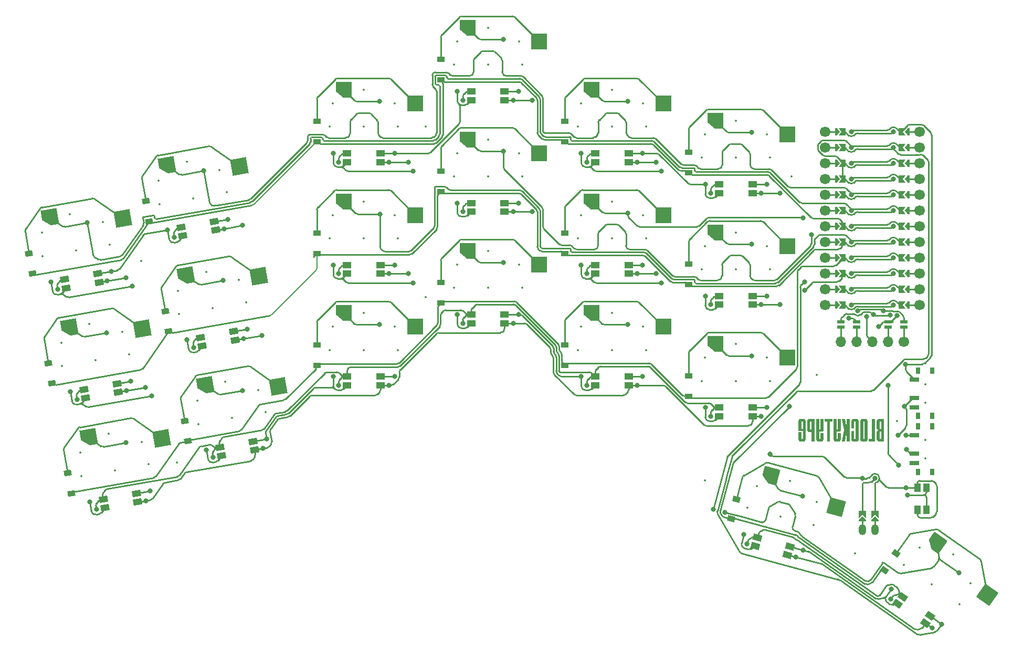
<source format=gbl>
%TF.GenerationSoftware,KiCad,Pcbnew,8.0.5*%
%TF.CreationDate,2024-10-13T17:07:22+02:00*%
%TF.ProjectId,BlockyTypeV0.2.3-rounded,426c6f63-6b79-4547-9970-6556302e322e,v1.0.0*%
%TF.SameCoordinates,Original*%
%TF.FileFunction,Copper,L2,Bot*%
%TF.FilePolarity,Positive*%
%FSLAX46Y46*%
G04 Gerber Fmt 4.6, Leading zero omitted, Abs format (unit mm)*
G04 Created by KiCad (PCBNEW 8.0.5) date 2024-10-13 17:07:22*
%MOMM*%
%LPD*%
G01*
G04 APERTURE LIST*
G04 Aperture macros list*
%AMRotRect*
0 Rectangle, with rotation*
0 The origin of the aperture is its center*
0 $1 length*
0 $2 width*
0 $3 Rotation angle, in degrees counterclockwise*
0 Add horizontal line*
21,1,$1,$2,0,0,$3*%
%AMFreePoly0*
4,1,6,1.300000,-1.300000,-0.050000,-1.300000,-1.300000,-0.250000,-1.300000,1.300000,1.300000,1.300000,1.300000,-1.300000,1.300000,-1.300000,$1*%
%AMFreePoly1*
4,1,6,0.600000,-1.000000,0.000000,-0.400000,-0.600000,-1.000000,-0.600000,0.250000,0.600000,0.250000,0.600000,-1.000000,0.600000,-1.000000,$1*%
%AMFreePoly2*
4,1,6,0.600000,-0.200000,0.600000,-0.400000,-0.600000,-0.400000,-0.600000,-0.200000,0.000000,0.400000,0.600000,-0.200000,0.600000,-0.200000,$1*%
%AMFreePoly3*
4,1,6,0.250000,0.000000,-0.250000,-0.625000,-0.500000,-0.625000,-0.500000,0.625000,-0.250000,0.625000,0.250000,0.000000,0.250000,0.000000,$1*%
%AMFreePoly4*
4,1,6,0.500000,-0.625000,-0.650000,-0.625000,-0.150000,0.000000,-0.650000,0.625000,0.500000,0.625000,0.500000,-0.625000,0.500000,-0.625000,$1*%
G04 Aperture macros list end*
%ADD10C,0.150000*%
%TA.AperFunction,NonConductor*%
%ADD11C,0.150000*%
%TD*%
%TA.AperFunction,SMDPad,CuDef*%
%ADD12RotRect,0.900000X1.200000X100.000000*%
%TD*%
%TA.AperFunction,SMDPad,CuDef*%
%ADD13R,1.200000X0.900000*%
%TD*%
%TA.AperFunction,ComponentPad*%
%ADD14O,1.700000X1.700000*%
%TD*%
%TA.AperFunction,ComponentPad*%
%ADD15C,1.700000*%
%TD*%
%TA.AperFunction,SMDPad,CuDef*%
%ADD16R,1.200000X0.600000*%
%TD*%
%TA.AperFunction,SMDPad,CuDef*%
%ADD17FreePoly0,0.000000*%
%TD*%
%TA.AperFunction,SMDPad,CuDef*%
%ADD18R,2.600000X2.600000*%
%TD*%
%TA.AperFunction,SMDPad,CuDef*%
%ADD19FreePoly1,0.000000*%
%TD*%
%TA.AperFunction,ComponentPad*%
%ADD20O,1.200000X1.750000*%
%TD*%
%TA.AperFunction,SMDPad,CuDef*%
%ADD21FreePoly2,0.000000*%
%TD*%
%TA.AperFunction,SMDPad,CuDef*%
%ADD22R,0.800000X1.000000*%
%TD*%
%TA.AperFunction,SMDPad,CuDef*%
%ADD23R,1.500000X0.700000*%
%TD*%
%TA.AperFunction,SMDPad,CuDef*%
%ADD24FreePoly0,345.000000*%
%TD*%
%TA.AperFunction,SMDPad,CuDef*%
%ADD25RotRect,2.600000X2.600000X345.000000*%
%TD*%
%TA.AperFunction,SMDPad,CuDef*%
%ADD26FreePoly0,10.000000*%
%TD*%
%TA.AperFunction,SMDPad,CuDef*%
%ADD27RotRect,2.600000X2.600000X10.000000*%
%TD*%
%TA.AperFunction,SMDPad,CuDef*%
%ADD28RotRect,0.900000X1.200000X55.000000*%
%TD*%
%TA.AperFunction,SMDPad,CuDef*%
%ADD29FreePoly0,325.000000*%
%TD*%
%TA.AperFunction,SMDPad,CuDef*%
%ADD30RotRect,2.600000X2.600000X325.000000*%
%TD*%
%TA.AperFunction,SMDPad,CuDef*%
%ADD31FreePoly3,180.000000*%
%TD*%
%TA.AperFunction,SMDPad,CuDef*%
%ADD32FreePoly3,0.000000*%
%TD*%
%TA.AperFunction,SMDPad,CuDef*%
%ADD33FreePoly4,0.000000*%
%TD*%
%TA.AperFunction,ComponentPad*%
%ADD34C,0.800000*%
%TD*%
%TA.AperFunction,SMDPad,CuDef*%
%ADD35FreePoly4,180.000000*%
%TD*%
%TA.AperFunction,SMDPad,CuDef*%
%ADD36R,1.050000X1.400000*%
%TD*%
%TA.AperFunction,SMDPad,CuDef*%
%ADD37RotRect,0.900000X1.200000X75.000000*%
%TD*%
%TA.AperFunction,SMDPad,CuDef*%
%ADD38RotRect,1.400000X1.000000X10.000000*%
%TD*%
%TA.AperFunction,SMDPad,CuDef*%
%ADD39R,1.400000X1.000000*%
%TD*%
%TA.AperFunction,SMDPad,CuDef*%
%ADD40RotRect,1.400000X1.000000X345.000000*%
%TD*%
%TA.AperFunction,SMDPad,CuDef*%
%ADD41RotRect,1.400000X1.000000X325.000000*%
%TD*%
%TA.AperFunction,ViaPad*%
%ADD42C,0.800000*%
%TD*%
%TA.AperFunction,Conductor*%
%ADD43C,0.250000*%
%TD*%
%TA.AperFunction,Conductor*%
%ADD44C,0.200000*%
%TD*%
%ADD45C,0.350000*%
G04 APERTURE END LIST*
D10*
D11*
G36*
X114378800Y17314833D02*
G01*
X113375060Y17314833D01*
X113137020Y17641629D01*
X113137020Y17695851D01*
X113636741Y17695851D01*
X113879616Y17695851D01*
X113879616Y18909250D01*
X113636741Y18909250D01*
X113636741Y17695851D01*
X113137020Y17695851D01*
X113137020Y18802271D01*
X113379358Y19121008D01*
X113261189Y19284407D01*
X113636741Y19284407D01*
X113879616Y19284407D01*
X113879616Y20540304D01*
X113636741Y20540304D01*
X113636741Y19284407D01*
X113261189Y19284407D01*
X113149379Y19439013D01*
X113149379Y20590129D01*
X113386881Y20925719D01*
X114378800Y20925719D01*
X114378800Y17314833D01*
G37*
G36*
X111859777Y17689990D02*
G01*
X112426665Y17689990D01*
X112426665Y20925719D01*
X112925848Y20925719D01*
X112925848Y17306772D01*
X111859777Y17306772D01*
X111859777Y17689990D01*
G37*
G36*
X111748011Y20628964D02*
G01*
X111748011Y17561029D01*
X111568542Y17314833D01*
X110685702Y17314833D01*
X110506232Y17561029D01*
X110506232Y17699515D01*
X111005953Y17699515D01*
X111248828Y17699515D01*
X111248828Y20550562D01*
X111005953Y20550562D01*
X111005953Y17699515D01*
X110506232Y17699515D01*
X110506232Y20628964D01*
X110684627Y20925719D01*
X111569616Y20925719D01*
X111748011Y20628964D01*
G37*
G36*
X109050056Y18956144D02*
G01*
X109549777Y18956144D01*
X109549777Y17689990D01*
X109792652Y17689990D01*
X109792652Y20550562D01*
X109549777Y20550562D01*
X109549777Y19425091D01*
X109050056Y19425091D01*
X109050056Y20630429D01*
X109251019Y20925719D01*
X110094634Y20925719D01*
X110295060Y20630429D01*
X110295060Y17583011D01*
X110094097Y17314833D01*
X109251556Y17314833D01*
X109050056Y17583011D01*
X109050056Y18956144D01*
G37*
G36*
X107896399Y19189152D02*
G01*
X107524564Y20925719D01*
X108053838Y20925719D01*
X108357970Y19236047D01*
X108340775Y20925719D01*
X108839958Y20925719D01*
X108839958Y17314833D01*
X108340775Y17314833D01*
X108357970Y19113681D01*
X108053838Y17314833D01*
X107525101Y17314833D01*
X107896399Y19189152D01*
G37*
G36*
X106179616Y20925719D02*
G01*
X106679337Y20925719D01*
X106679337Y19237512D01*
X106922212Y19237512D01*
X106922212Y20925719D01*
X107421396Y20925719D01*
X107421396Y19082174D01*
X107229030Y18862355D01*
X106679337Y18862355D01*
X106679337Y17689990D01*
X106922212Y17689990D01*
X106922212Y18674777D01*
X107421396Y18674777D01*
X107421396Y17591071D01*
X107217209Y17314833D01*
X106390251Y17314833D01*
X106179616Y17590338D01*
X106179616Y20925719D01*
G37*
G36*
X104751382Y20925719D02*
G01*
X106064090Y20925719D01*
X106064090Y20550562D01*
X105654104Y20550562D01*
X105654104Y17314833D01*
X105154920Y17314833D01*
X105154920Y20550562D01*
X104751382Y20550562D01*
X104751382Y20925719D01*
G37*
G36*
X103394076Y20925719D02*
G01*
X103893796Y20925719D01*
X103893796Y19237512D01*
X104136672Y19237512D01*
X104136672Y20925719D01*
X104635855Y20925719D01*
X104635855Y19082174D01*
X104443489Y18862355D01*
X103893796Y18862355D01*
X103893796Y17689990D01*
X104136672Y17689990D01*
X104136672Y18674777D01*
X104635855Y18674777D01*
X104635855Y17591071D01*
X104431668Y17314833D01*
X103604711Y17314833D01*
X103394076Y17590338D01*
X103394076Y20925719D01*
G37*
G36*
X103182903Y17314833D02*
G01*
X102683720Y17314833D01*
X102683720Y18815461D01*
X102145311Y18815461D01*
X101941124Y19090966D01*
X101941124Y19205272D01*
X102440845Y19205272D01*
X102683720Y19205272D01*
X102683720Y20550562D01*
X102440845Y20550562D01*
X102440845Y19205272D01*
X101941124Y19205272D01*
X101941124Y20657540D01*
X102145311Y20925719D01*
X103182903Y20925719D01*
X103182903Y17314833D01*
G37*
G36*
X101764341Y20630429D02*
G01*
X101764341Y17590338D01*
X101547795Y17314833D01*
X100729972Y17314833D01*
X100522561Y17591071D01*
X100522561Y18815461D01*
X101022282Y18815461D01*
X101022282Y17689990D01*
X101265157Y17689990D01*
X101265157Y18956144D01*
X100522561Y18956144D01*
X100522561Y19347421D01*
X101022282Y19347421D01*
X101265157Y19347421D01*
X101265157Y20550562D01*
X101022282Y20550562D01*
X101022282Y19347421D01*
X100522561Y19347421D01*
X100522561Y20630429D01*
X100729435Y20925719D01*
X101547795Y20925719D01*
X101764341Y20630429D01*
G37*
D12*
%TO.P,D4,1*%
%TO.N,P6*%
X2095807Y17337552D03*
%TO.P,D4,2*%
%TO.N,pinky_down*%
X1522771Y20587418D03*
%TD*%
D13*
%TO.P,D15,1*%
%TO.N,P4*%
X62868129Y65609835D03*
%TO.P,D15,2*%
%TO.N,index_up*%
X62868133Y68909835D03*
%TD*%
D14*
%TO.P,DISP1,1*%
%TO.N,DISP1_1*%
X107388133Y33359830D03*
%TO.P,DISP1,2*%
%TO.N,DISP1_2*%
X109928133Y33359830D03*
%TO.P,DISP1,3*%
%TO.N,VCC*%
X112468141Y33359828D03*
%TO.P,DISP1,4*%
%TO.N,DISP1_4*%
X115008133Y33359830D03*
D15*
%TO.P,DISP1,5*%
%TO.N,DISP1_5*%
X117548136Y33359834D03*
D16*
%TO.P,DISP1,20*%
X117548133Y35709830D03*
%TO.P,DISP1,21*%
%TO.N,DISP1_4*%
X115008130Y35709829D03*
%TO.P,DISP1,22*%
%TO.N,DISP1_2*%
X109928133Y35709830D03*
%TO.P,DISP1,23*%
%TO.N,DISP1_1*%
X107388132Y35709829D03*
%TO.P,DISP1,24*%
%TO.N,P2*%
X117548133Y36609830D03*
%TO.P,DISP1,25*%
%TO.N,P3*%
X115008133Y36609830D03*
%TO.P,DISP1,26*%
%TO.N,GND*%
X109928133Y36609830D03*
%TO.P,DISP1,27*%
%TO.N,P1*%
X107388133Y36609830D03*
%TD*%
D17*
%TO.P,S16,1*%
%TO.N,P14*%
X87193129Y33009827D03*
D18*
%TO.P,S16,2*%
%TO.N,inner_down*%
X98743128Y30809830D03*
%TD*%
D13*
%TO.P,D13,1*%
%TO.N,P6*%
X62868131Y29609829D03*
%TO.P,D13,2*%
%TO.N,index_down*%
X62868135Y32909829D03*
%TD*%
%TO.P,D10,1*%
%TO.N,P6*%
X42868137Y39609834D03*
%TO.P,D10,2*%
%TO.N,middle_down*%
X42868141Y42909834D03*
%TD*%
%TO.P,D18,1*%
%TO.N,P4*%
X82868134Y60609838D03*
%TO.P,D18,2*%
%TO.N,inner_up*%
X82868138Y63909838D03*
%TD*%
D17*
%TO.P,S7,1*%
%TO.N,P18*%
X27193137Y38009842D03*
D18*
%TO.P,S7,2*%
%TO.N,ring_down*%
X38743136Y35809845D03*
%TD*%
D17*
%TO.P,S18,1*%
%TO.N,P14*%
X87193134Y69009831D03*
D18*
%TO.P,S18,2*%
%TO.N,inner_up*%
X98743133Y66809834D03*
%TD*%
D12*
%TO.P,D2,1*%
%TO.N,P5*%
X-19857772Y26667089D03*
%TO.P,D2,2*%
%TO.N,outer_home*%
X-20430808Y29916955D03*
%TD*%
D13*
%TO.P,D17,1*%
%TO.N,P5*%
X82868127Y42609831D03*
%TO.P,D17,2*%
%TO.N,inner_home*%
X82868131Y45909831D03*
%TD*%
%TO.P,D16,1*%
%TO.N,P6*%
X82868126Y24609845D03*
%TO.P,D16,2*%
%TO.N,inner_down*%
X82868130Y27909845D03*
%TD*%
D17*
%TO.P,S15,1*%
%TO.N,P15*%
X67193137Y74009840D03*
D18*
%TO.P,S15,2*%
%TO.N,index_up*%
X78743136Y71809843D03*
%TD*%
D12*
%TO.P,D5,1*%
%TO.N,P5*%
X-1029856Y35064098D03*
%TO.P,D5,2*%
%TO.N,pinky_home*%
X-1602892Y38313964D03*
%TD*%
D19*
%TO.P,JST1,1*%
%TO.N,BAT_P*%
X110868137Y5875843D03*
%TO.P,JST1,2*%
%TO.N,GND*%
X112868137Y5875843D03*
D20*
%TO.P,JST1,11*%
%TO.N,JST1_1*%
X112868136Y3059839D03*
%TO.P,JST1,12*%
%TO.N,JST1_2*%
X110868138Y3059847D03*
D21*
%TO.P,JST1,31*%
%TO.N,JST1_1*%
X112868136Y4859841D03*
%TO.P,JST1,32*%
%TO.N,JST1_2*%
X110868137Y4859843D03*
%TD*%
D22*
%TO.P,SW3,*%
%TO.N,*%
X119883131Y28709832D03*
X119883131Y21409830D03*
X122093128Y21409831D03*
X122093131Y28709830D03*
D23*
%TO.P,SW3,4*%
%TO.N,N/C*%
X119233131Y22809830D03*
%TO.P,SW3,5*%
%TO.N,BAT_P*%
X119233131Y24309830D03*
%TO.P,SW3,6*%
%TO.N,RAW*%
X119233128Y27309826D03*
%TD*%
D17*
%TO.P,S14,1*%
%TO.N,P15*%
X67193132Y56009833D03*
D18*
%TO.P,S14,2*%
%TO.N,index_home*%
X78743131Y53809836D03*
%TD*%
D12*
%TO.P,D1,1*%
%TO.N,P6*%
X-16732108Y8940543D03*
%TO.P,D1,2*%
%TO.N,outer_down*%
X-17305144Y12190409D03*
%TD*%
D24*
%TO.P,S19,1*%
%TO.N,P14*%
X96044850Y11813243D03*
D25*
%TO.P,S19,2*%
%TO.N,home_home*%
X106631891Y6698850D03*
%TD*%
D12*
%TO.P,D6,1*%
%TO.N,P4*%
X-4155531Y52790630D03*
%TO.P,D6,2*%
%TO.N,pinky_up*%
X-4728567Y56040496D03*
%TD*%
D13*
%TO.P,D12,1*%
%TO.N,P4*%
X42868135Y75609838D03*
%TO.P,D12,2*%
%TO.N,middle_up*%
X42868139Y78909838D03*
%TD*%
D17*
%TO.P,S11,1*%
%TO.N,P19*%
X47193125Y66009833D03*
D18*
%TO.P,S11,2*%
%TO.N,middle_home*%
X58743124Y63809836D03*
%TD*%
D17*
%TO.P,S12,1*%
%TO.N,P19*%
X47193138Y84009836D03*
D18*
%TO.P,S12,2*%
%TO.N,middle_up*%
X58743137Y81809839D03*
%TD*%
D26*
%TO.P,S6,1*%
%TO.N,P21*%
X-1354878Y61814036D03*
D27*
%TO.P,S6,2*%
%TO.N,pinky_up*%
X10401675Y61653097D03*
%TD*%
D26*
%TO.P,S2,1*%
%TO.N,P20*%
X-17057117Y35690499D03*
D27*
%TO.P,S2,2*%
%TO.N,outer_home*%
X-5300564Y35529560D03*
%TD*%
D28*
%TO.P,D20,1*%
%TO.N,P7*%
X114433637Y-3422306D03*
%TO.P,D20,2*%
%TO.N,innermost_home*%
X116326439Y-719108D03*
%TD*%
D26*
%TO.P,S5,1*%
%TO.N,P21*%
X1770791Y44087494D03*
D27*
%TO.P,S5,2*%
%TO.N,pinky_home*%
X13527344Y43926555D03*
%TD*%
D13*
%TO.P,D14,1*%
%TO.N,P5*%
X62868128Y47609836D03*
%TO.P,D14,2*%
%TO.N,index_home*%
X62868132Y50909836D03*
%TD*%
D29*
%TO.P,S20,1*%
%TO.N,P16*%
X122794510Y977851D03*
D30*
%TO.P,S20,2*%
%TO.N,innermost_home*%
X130993848Y-7449086D03*
%TD*%
D22*
%TO.P,SW1,*%
%TO.N,*%
X119883133Y19709848D03*
X119883133Y12409846D03*
X122093130Y12409847D03*
X122093133Y19709846D03*
D23*
%TO.P,SW1,4*%
%TO.N,N/C*%
X119233133Y13809846D03*
%TO.P,SW1,5*%
%TO.N,VCC_LED*%
X119233133Y15309846D03*
%TO.P,SW1,6*%
%TO.N,VCC*%
X119233130Y18309842D03*
%TD*%
D17*
%TO.P,S9,1*%
%TO.N,P18*%
X27193137Y74009838D03*
D18*
%TO.P,S9,2*%
%TO.N,ring_up*%
X38743136Y71809841D03*
%TD*%
D12*
%TO.P,D3,1*%
%TO.N,P4*%
X-22983445Y44393626D03*
%TO.P,D3,2*%
%TO.N,outer_up*%
X-23556481Y47643492D03*
%TD*%
D13*
%TO.P,D8,1*%
%TO.N,P5*%
X22868133Y47609828D03*
%TO.P,D8,2*%
%TO.N,ring_home*%
X22868137Y50909828D03*
%TD*%
D31*
%TO.P,MCU1,1*%
%TO.N,MCU1_1*%
X117968129Y67259841D03*
D15*
X120088133Y67259842D03*
D31*
%TO.P,MCU1,2*%
%TO.N,MCU1_2*%
X117968136Y64719846D03*
D15*
X120088133Y64719842D03*
D31*
%TO.P,MCU1,3*%
%TO.N,MCU1_3*%
X117968133Y62179842D03*
D15*
X120088131Y62179837D03*
D31*
%TO.P,MCU1,4*%
%TO.N,MCU1_4*%
X117968133Y59639842D03*
D15*
X120088133Y59639842D03*
D31*
%TO.P,MCU1,5*%
%TO.N,MCU1_5*%
X117968135Y57099842D03*
D15*
X120088133Y57099842D03*
D31*
%TO.P,MCU1,6*%
%TO.N,MCU1_6*%
X117968133Y54559842D03*
D15*
X120088133Y54559842D03*
D31*
%TO.P,MCU1,7*%
%TO.N,MCU1_7*%
X117968133Y52019842D03*
D15*
X120088128Y52019844D03*
D31*
%TO.P,MCU1,8*%
%TO.N,MCU1_8*%
X117968133Y49479842D03*
D15*
X120088133Y49479842D03*
D31*
%TO.P,MCU1,9*%
%TO.N,MCU1_9*%
X117968133Y46939842D03*
D15*
X120088128Y46939844D03*
D31*
%TO.P,MCU1,10*%
%TO.N,MCU1_10*%
X117968133Y44399842D03*
D15*
X120088133Y44399843D03*
D31*
%TO.P,MCU1,11*%
%TO.N,MCU1_11*%
X117968133Y41859842D03*
D15*
X120088130Y41859840D03*
D31*
%TO.P,MCU1,12*%
%TO.N,MCU1_12*%
X117968131Y39319842D03*
D15*
X120088133Y39319842D03*
%TO.P,MCU1,13*%
%TO.N,MCU1_13*%
X104848133Y39319842D03*
D32*
X106968133Y39319842D03*
D15*
%TO.P,MCU1,14*%
%TO.N,MCU1_14*%
X104848133Y41859842D03*
D32*
X106968137Y41859843D03*
D15*
%TO.P,MCU1,15*%
%TO.N,MCU1_15*%
X104848133Y44399842D03*
D32*
X106968130Y44399838D03*
D15*
%TO.P,MCU1,16*%
%TO.N,MCU1_16*%
X104848135Y46939847D03*
D32*
X106968133Y46939842D03*
D15*
%TO.P,MCU1,17*%
%TO.N,MCU1_17*%
X104848133Y49479842D03*
D32*
X106968133Y49479842D03*
D15*
%TO.P,MCU1,18*%
%TO.N,MCU1_18*%
X104848133Y52019842D03*
D32*
X106968131Y52019842D03*
D15*
%TO.P,MCU1,19*%
%TO.N,MCU1_19*%
X104848133Y54559842D03*
D32*
X106968133Y54559842D03*
D15*
%TO.P,MCU1,20*%
%TO.N,MCU1_20*%
X104848138Y57099840D03*
D32*
X106968133Y57099842D03*
D15*
%TO.P,MCU1,21*%
%TO.N,MCU1_21*%
X104848133Y59639842D03*
D32*
X106968133Y59639842D03*
D15*
%TO.P,MCU1,22*%
%TO.N,MCU1_22*%
X104848138Y62179840D03*
D32*
X106968133Y62179842D03*
D15*
%TO.P,MCU1,23*%
%TO.N,MCU1_23*%
X104848133Y64719841D03*
D32*
X106968133Y64719842D03*
D15*
%TO.P,MCU1,24*%
%TO.N,MCU1_24*%
X104848136Y67259844D03*
D32*
X106968133Y67259842D03*
D33*
%TO.P,MCU1,101*%
%TO.N,P1*%
X107693133Y67259842D03*
D34*
X115868133Y67259842D03*
D33*
%TO.P,MCU1,102*%
%TO.N,P0*%
X107693133Y64719842D03*
D34*
X115868134Y64719842D03*
D33*
%TO.P,MCU1,103*%
%TO.N,GND*%
X107693133Y62179842D03*
D34*
X115868133Y62179842D03*
D33*
%TO.P,MCU1,104*%
X107693130Y59639842D03*
D34*
X115868133Y59639842D03*
D33*
%TO.P,MCU1,105*%
%TO.N,P2*%
X107693133Y57099842D03*
D34*
X115868129Y57099844D03*
D33*
%TO.P,MCU1,106*%
%TO.N,P3*%
X107693133Y54559842D03*
D34*
X115868138Y54559841D03*
D33*
%TO.P,MCU1,107*%
%TO.N,P4*%
X107693133Y52019842D03*
D34*
X115868133Y52019842D03*
D33*
%TO.P,MCU1,108*%
%TO.N,P5*%
X107693130Y49479842D03*
D34*
X115868132Y49479844D03*
D33*
%TO.P,MCU1,109*%
%TO.N,P6*%
X107693133Y46939842D03*
D34*
X115868133Y46939842D03*
D33*
%TO.P,MCU1,110*%
%TO.N,P7*%
X107693133Y44399842D03*
D34*
X115868126Y44399843D03*
D33*
%TO.P,MCU1,111*%
%TO.N,P8*%
X107693133Y41859842D03*
D34*
X115868134Y41859845D03*
D33*
%TO.P,MCU1,112*%
%TO.N,P9*%
X107693134Y39319841D03*
D34*
X115868131Y39319842D03*
%TO.P,MCU1,113*%
%TO.N,P10*%
X109068135Y39319842D03*
D35*
X117243133Y39319842D03*
D34*
%TO.P,MCU1,114*%
%TO.N,P16*%
X109068133Y41859842D03*
D35*
X117243133Y41859842D03*
D34*
%TO.P,MCU1,115*%
%TO.N,P14*%
X109068132Y44399842D03*
D35*
X117243133Y44399842D03*
D34*
%TO.P,MCU1,116*%
%TO.N,P15*%
X109068133Y46939842D03*
D35*
X117243133Y46939842D03*
D34*
%TO.P,MCU1,117*%
%TO.N,P18*%
X109068133Y49479842D03*
D35*
X117243136Y49479842D03*
D34*
%TO.P,MCU1,118*%
%TO.N,P19*%
X109068137Y52019840D03*
D35*
X117243133Y52019842D03*
D34*
%TO.P,MCU1,119*%
%TO.N,P20*%
X109068128Y54559843D03*
D35*
X117243133Y54559842D03*
D34*
%TO.P,MCU1,120*%
%TO.N,P21*%
X109068133Y57099842D03*
D35*
X117243133Y57099842D03*
D34*
%TO.P,MCU1,121*%
%TO.N,VCC*%
X109068134Y59639840D03*
D35*
X117243136Y59639842D03*
D34*
%TO.P,MCU1,122*%
%TO.N,RST*%
X109068133Y62179842D03*
D35*
X117243133Y62179842D03*
D34*
%TO.P,MCU1,123*%
%TO.N,GND*%
X109068140Y64719841D03*
D35*
X117243133Y64719842D03*
D34*
%TO.P,MCU1,124*%
%TO.N,RAW*%
X109068132Y67259839D03*
D35*
X117243133Y67259842D03*
%TD*%
D26*
%TO.P,S1,1*%
%TO.N,P20*%
X-13931448Y17963961D03*
D27*
%TO.P,S1,2*%
%TO.N,outer_down*%
X-2174895Y17803022D03*
%TD*%
D26*
%TO.P,S3,1*%
%TO.N,P20*%
X-20182790Y53417044D03*
D27*
%TO.P,S3,2*%
%TO.N,outer_up*%
X-8426237Y53256105D03*
%TD*%
D13*
%TO.P,D11,1*%
%TO.N,P5*%
X42868128Y57609829D03*
%TO.P,D11,2*%
%TO.N,middle_home*%
X42868132Y60909829D03*
%TD*%
D17*
%TO.P,S8,1*%
%TO.N,P18*%
X27193129Y56009833D03*
D18*
%TO.P,S8,2*%
%TO.N,ring_home*%
X38743128Y53809836D03*
%TD*%
D36*
%TO.P,SW2,1*%
%TO.N,GND*%
X119748131Y9859828D03*
X119748131Y6259828D03*
%TO.P,SW2,2*%
%TO.N,RST*%
X121188135Y9859828D03*
X121188135Y6259828D03*
%TD*%
D17*
%TO.P,S10,1*%
%TO.N,P19*%
X47193137Y48009851D03*
D18*
%TO.P,S10,2*%
%TO.N,middle_down*%
X58743136Y45809854D03*
%TD*%
D37*
%TO.P,D19,1*%
%TO.N,P7*%
X89693145Y4818858D03*
%TO.P,D19,2*%
%TO.N,home_home*%
X90547245Y8006414D03*
%TD*%
D17*
%TO.P,S13,1*%
%TO.N,P15*%
X67193137Y38009836D03*
D18*
%TO.P,S13,2*%
%TO.N,index_down*%
X78743136Y35809839D03*
%TD*%
D17*
%TO.P,S17,1*%
%TO.N,P14*%
X87193139Y51009830D03*
D18*
%TO.P,S17,2*%
%TO.N,inner_home*%
X98743138Y48809833D03*
%TD*%
D26*
%TO.P,S4,1*%
%TO.N,P21*%
X4896450Y26360964D03*
D27*
%TO.P,S4,2*%
%TO.N,pinky_down*%
X16653003Y26200025D03*
%TD*%
D13*
%TO.P,D9,1*%
%TO.N,P4*%
X22868122Y65609842D03*
%TO.P,D9,2*%
%TO.N,ring_up*%
X22868126Y68909842D03*
%TD*%
%TO.P,D7,1*%
%TO.N,P6*%
X22868124Y29609834D03*
%TO.P,D7,2*%
%TO.N,ring_down*%
X22868128Y32909834D03*
%TD*%
D38*
%TO.P,LED1,1*%
%TO.N,VCC_LED*%
X-6024225Y7528493D03*
%TO.P,LED1,2*%
%TO.N,led_20*%
X-6267333Y8907224D03*
%TO.P,LED1,3*%
%TO.N,GND*%
X-11585295Y7969523D03*
%TO.P,LED1,4*%
%TO.N,led_x*%
X-11342187Y6590792D03*
%TD*%
%TO.P,LED3,1*%
%TO.N,VCC_LED*%
X-12275567Y42981577D03*
%TO.P,LED3,2*%
%TO.N,led_18*%
X-12518675Y44360308D03*
%TO.P,LED3,3*%
%TO.N,GND*%
X-17836637Y43422607D03*
%TO.P,LED3,4*%
%TO.N,led_19*%
X-17593529Y42043876D03*
%TD*%
D39*
%TO.P,LED8,1*%
%TO.N,VCC_LED*%
X33168138Y44359829D03*
%TO.P,LED8,2*%
%TO.N,led_13*%
X33168138Y45759829D03*
%TO.P,LED8,3*%
%TO.N,GND*%
X27768138Y45759829D03*
%TO.P,LED8,4*%
%TO.N,led_14*%
X27768138Y44359829D03*
%TD*%
%TO.P,LED14,1*%
%TO.N,VCC_LED*%
X73168137Y44359834D03*
%TO.P,LED14,2*%
%TO.N,led_7*%
X73168137Y45759834D03*
%TO.P,LED14,3*%
%TO.N,GND*%
X67768137Y45759834D03*
%TO.P,LED14,4*%
%TO.N,led_8*%
X67768137Y44359834D03*
%TD*%
%TO.P,LED16,1*%
%TO.N,VCC_LED*%
X93168127Y21359842D03*
%TO.P,LED16,2*%
%TO.N,led_3*%
X93168127Y22759842D03*
%TO.P,LED16,3*%
%TO.N,GND*%
X87768127Y22759842D03*
%TO.P,LED16,4*%
%TO.N,led_4*%
X87768127Y21359842D03*
%TD*%
%TO.P,LED12,1*%
%TO.N,VCC_LED*%
X53168127Y72359844D03*
%TO.P,LED12,2*%
%TO.N,led_11*%
X53168127Y73759844D03*
%TO.P,LED12,3*%
%TO.N,GND*%
X47768127Y73759844D03*
%TO.P,LED12,4*%
%TO.N,led_12*%
X47768127Y72359844D03*
%TD*%
%TO.P,LED15,1*%
%TO.N,VCC_LED*%
X73168137Y62359838D03*
%TO.P,LED15,2*%
%TO.N,led_6*%
X73168137Y63759838D03*
%TO.P,LED15,3*%
%TO.N,GND*%
X67768137Y63759838D03*
%TO.P,LED15,4*%
%TO.N,led_7*%
X67768137Y62359838D03*
%TD*%
D40*
%TO.P,LED19,1*%
%TO.N,VCC_LED*%
X98801017Y-986237D03*
%TO.P,LED19,2*%
%TO.N,led_2*%
X99163364Y366060D03*
%TO.P,LED19,3*%
%TO.N,GND*%
X93947365Y1763683D03*
%TO.P,LED19,4*%
%TO.N,led_3*%
X93585018Y411386D03*
%TD*%
D39*
%TO.P,LED10,1*%
%TO.N,VCC_LED*%
X53168132Y36359837D03*
%TO.P,LED10,2*%
%TO.N,led_9*%
X53168132Y37759837D03*
%TO.P,LED10,3*%
%TO.N,GND*%
X47768132Y37759837D03*
%TO.P,LED10,4*%
%TO.N,led_10*%
X47768132Y36359837D03*
%TD*%
%TO.P,LED9,1*%
%TO.N,VCC_LED*%
X33168136Y62359840D03*
%TO.P,LED9,2*%
%TO.N,led_12*%
X33168136Y63759840D03*
%TO.P,LED9,3*%
%TO.N,GND*%
X27768136Y63759840D03*
%TO.P,LED9,4*%
%TO.N,led_13*%
X27768136Y62359840D03*
%TD*%
D41*
%TO.P,LED20,1*%
%TO.N,VCC_LED*%
X121006776Y-11992384D03*
%TO.P,LED20,2*%
%TO.N,P0*%
X121809783Y-10845571D03*
%TO.P,LED20,3*%
%TO.N,GND*%
X117386362Y-7748258D03*
%TO.P,LED20,4*%
%TO.N,led_2*%
X116583355Y-8895071D03*
%TD*%
D38*
%TO.P,LED5,1*%
%TO.N,VCC_LED*%
X9678021Y33652039D03*
%TO.P,LED5,2*%
%TO.N,led_16*%
X9434913Y35030770D03*
%TO.P,LED5,3*%
%TO.N,GND*%
X4116951Y34093069D03*
%TO.P,LED5,4*%
%TO.N,led_17*%
X4360059Y32714338D03*
%TD*%
%TO.P,LED6,1*%
%TO.N,VCC_LED*%
X6552364Y51378587D03*
%TO.P,LED6,2*%
%TO.N,led_17*%
X6309256Y52757318D03*
%TO.P,LED6,3*%
%TO.N,GND*%
X991294Y51819617D03*
%TO.P,LED6,4*%
%TO.N,led_18*%
X1234402Y50440886D03*
%TD*%
D39*
%TO.P,LED7,1*%
%TO.N,VCC_LED*%
X33168149Y26359831D03*
%TO.P,LED7,2*%
%TO.N,led_14*%
X33168149Y27759831D03*
%TO.P,LED7,3*%
%TO.N,GND*%
X27768149Y27759831D03*
%TO.P,LED7,4*%
%TO.N,led_15*%
X27768149Y26359831D03*
%TD*%
%TO.P,LED11,1*%
%TO.N,VCC_LED*%
X53168138Y54359832D03*
%TO.P,LED11,2*%
%TO.N,led_10*%
X53168138Y55759832D03*
%TO.P,LED11,3*%
%TO.N,GND*%
X47768138Y55759832D03*
%TO.P,LED11,4*%
%TO.N,led_11*%
X47768138Y54359832D03*
%TD*%
D38*
%TO.P,LED2,1*%
%TO.N,VCC_LED*%
X-9149903Y25255053D03*
%TO.P,LED2,2*%
%TO.N,led_19*%
X-9393011Y26633784D03*
%TO.P,LED2,3*%
%TO.N,GND*%
X-14710973Y25696083D03*
%TO.P,LED2,4*%
%TO.N,led_20*%
X-14467865Y24317352D03*
%TD*%
D39*
%TO.P,LED13,1*%
%TO.N,VCC_LED*%
X73168130Y26359834D03*
%TO.P,LED13,2*%
%TO.N,led_8*%
X73168130Y27759834D03*
%TO.P,LED13,3*%
%TO.N,GND*%
X67768130Y27759834D03*
%TO.P,LED13,4*%
%TO.N,led_9*%
X67768130Y26359834D03*
%TD*%
%TO.P,LED17,1*%
%TO.N,VCC_LED*%
X93168143Y39359840D03*
%TO.P,LED17,2*%
%TO.N,led_4*%
X93168143Y40759840D03*
%TO.P,LED17,3*%
%TO.N,GND*%
X87768143Y40759840D03*
%TO.P,LED17,4*%
%TO.N,led_5*%
X87768143Y39359840D03*
%TD*%
D38*
%TO.P,LED4,1*%
%TO.N,VCC_LED*%
X12803681Y15925501D03*
%TO.P,LED4,2*%
%TO.N,led_15*%
X12560573Y17304232D03*
%TO.P,LED4,3*%
%TO.N,GND*%
X7242611Y16366531D03*
%TO.P,LED4,4*%
%TO.N,led_16*%
X7485719Y14987800D03*
%TD*%
D39*
%TO.P,LED18,1*%
%TO.N,VCC_LED*%
X93168139Y57359837D03*
%TO.P,LED18,2*%
%TO.N,led_5*%
X93168139Y58759837D03*
%TO.P,LED18,3*%
%TO.N,GND*%
X87768139Y58759837D03*
%TO.P,LED18,4*%
%TO.N,led_6*%
X87768139Y57359837D03*
%TD*%
D42*
%TO.N,P20*%
X-7922380Y17119602D03*
X-11048058Y34846136D03*
X-14173725Y52572671D03*
%TO.N,outer_down*%
X-17305149Y12190411D03*
%TO.N,outer_home*%
X-20430817Y29916946D03*
%TO.N,outer_up*%
X-23556471Y47643502D03*
%TO.N,P21*%
X7779857Y43243146D03*
X4654179Y60969680D03*
X10905531Y25516606D03*
%TO.N,pinky_down*%
X1522768Y20587418D03*
%TO.N,pinky_home*%
X-1602892Y38313948D03*
%TO.N,pinky_up*%
X-4728558Y56040491D03*
%TO.N,P18*%
X33026996Y53973053D03*
X32988776Y72134841D03*
X32988776Y36134833D03*
%TO.N,ring_down*%
X22868126Y32909838D03*
%TO.N,ring_home*%
X22868123Y50909838D03*
%TO.N,ring_up*%
X22868140Y68909837D03*
%TO.N,P19*%
X52988780Y46134850D03*
X52988776Y82134828D03*
X102626989Y50673054D03*
X52988773Y64134833D03*
%TO.N,middle_down*%
X42868138Y42909839D03*
%TO.N,middle_home*%
X42868139Y60909834D03*
%TO.N,middle_up*%
X42868135Y78909840D03*
%TO.N,P15*%
X101300250Y53383516D03*
X72988787Y54134828D03*
X72988772Y72134837D03*
X72988777Y36134837D03*
%TO.N,index_down*%
X62868116Y32909836D03*
%TO.N,index_home*%
X62868141Y50909843D03*
%TO.N,index_up*%
X62868140Y68909839D03*
%TO.N,P14*%
X101212468Y8473893D03*
X92988779Y31134846D03*
X92988778Y67134831D03*
X92988772Y49134843D03*
%TO.N,inner_down*%
X82868137Y27909835D03*
%TO.N,inner_home*%
X82868143Y45909823D03*
%TO.N,inner_up*%
X82868127Y63909834D03*
%TO.N,home_home*%
X90547240Y8006409D03*
%TO.N,P16*%
X88723533Y5882417D03*
X101530089Y43034841D03*
X86809717Y6395225D03*
X126474383Y-3887767D03*
%TO.N,innermost_home*%
X116326448Y-719097D03*
%TO.N,P6*%
X22868137Y29609834D03*
X-16732105Y8940542D03*
X2095805Y17337552D03*
X62868134Y29609837D03*
X42868140Y39609838D03*
X82868142Y24609838D03*
%TO.N,P5*%
X-1029850Y35064089D03*
X82868135Y42609829D03*
X22868134Y47609831D03*
X-19857768Y26667087D03*
X62868128Y47609828D03*
X42868132Y57609831D03*
%TO.N,P4*%
X62868131Y65609836D03*
X-4155529Y52790621D03*
X42868127Y75609836D03*
X22868131Y65609839D03*
X-22983426Y44393628D03*
X82868135Y60609837D03*
%TO.N,P7*%
X101570976Y41693149D03*
X89693149Y4818861D03*
X114433638Y-3422302D03*
X99063783Y22941828D03*
%TO.N,VCC_LED*%
X57613779Y72359830D03*
X97613772Y39359830D03*
X122120825Y-12772443D03*
X74528141Y26359841D03*
X-4684900Y7764670D03*
X7891690Y51614743D03*
X57613775Y54359844D03*
X54528132Y72359836D03*
X74528136Y44359844D03*
X11017360Y33888203D03*
X100114674Y-1338228D03*
X14143015Y16161665D03*
X77613773Y44359837D03*
X54528132Y54359833D03*
X-7810567Y25491202D03*
X10906337Y52146304D03*
X-4793396Y26026340D03*
X94528137Y21359834D03*
X94528134Y57359843D03*
X77613776Y62359834D03*
X117940034Y16004409D03*
X34528132Y26359839D03*
X74528133Y62359830D03*
X94528135Y39359837D03*
X34528140Y44359828D03*
X97613780Y57359833D03*
X37613780Y62359829D03*
X37613777Y44359840D03*
X-7921571Y43749307D03*
X34528132Y62359839D03*
X14032006Y34419767D03*
X54528132Y36359832D03*
X-10936228Y43217741D03*
%TO.N,led_20*%
X-4051524Y9297937D03*
X-3741765Y24669236D03*
X-16926788Y25305374D03*
%TO.N,GND*%
X86408140Y21359825D03*
X-12681520Y6354646D03*
X-15807198Y24081175D03*
X66408133Y26359836D03*
X46408132Y54359840D03*
X26408133Y62359838D03*
X3020711Y32478176D03*
X95937622Y15281789D03*
X117868776Y9859828D03*
X108626996Y37173064D03*
X46408137Y36359831D03*
X-18932871Y41807715D03*
X86408120Y39359841D03*
X110868142Y11377129D03*
X26408130Y26359839D03*
X26408135Y44359844D03*
X115469310Y-8115020D03*
X92271352Y763380D03*
X86408130Y57359827D03*
X46408145Y72359831D03*
X66408138Y62359835D03*
X-104949Y50204713D03*
X6146388Y14751641D03*
X66408138Y44359827D03*
%TO.N,led_x*%
X-13801115Y7578834D03*
%TO.N,led_19*%
X-6867434Y42395774D03*
X-20052450Y43031900D03*
X-7177181Y27024478D03*
%TO.N,led_18*%
X-10302848Y44751019D03*
X-1224540Y51428919D03*
%TO.N,led_15*%
X14776399Y17694934D03*
X25518146Y27759840D03*
%TO.N,led_16*%
X11650718Y35421471D03*
X5026805Y15975828D03*
%TO.N,led_17*%
X8525055Y53148011D03*
X1901135Y33702370D03*
%TO.N,led_14*%
X25518125Y45759838D03*
X38426996Y42883514D03*
X35418137Y27759836D03*
%TO.N,led_13*%
X25518134Y63759825D03*
X35418132Y45759832D03*
X38426997Y60883517D03*
%TO.N,led_12*%
X35418122Y63759837D03*
X45518133Y73759839D03*
%TO.N,led_9*%
X55418123Y37759832D03*
X65518133Y27759833D03*
%TO.N,led_10*%
X55418131Y55759829D03*
X45518131Y37759838D03*
%TO.N,led_11*%
X45518139Y55759836D03*
X55418130Y73759838D03*
%TO.N,led_8*%
X75418129Y27759843D03*
X65518129Y45759830D03*
X78427000Y42883515D03*
%TO.N,led_7*%
X75418143Y45759836D03*
X65518132Y63759834D03*
X78426992Y60883514D03*
%TO.N,led_6*%
X85518131Y58759835D03*
X75418132Y63759835D03*
%TO.N,led_3*%
X95418131Y22759837D03*
X91774025Y2346023D03*
%TO.N,led_4*%
X95418143Y40759828D03*
X85518128Y22759841D03*
%TO.N,led_5*%
X85518139Y40759845D03*
X95418128Y58759819D03*
%TO.N,led_2*%
X115543278Y-6457708D03*
X101336698Y-216279D03*
%TO.N,P0*%
X123652878Y-12136120D03*
%TO.N,VCC*%
X117912022Y18309839D03*
X111575170Y37464842D03*
%TO.N,RST*%
X118153093Y8675512D03*
X116735230Y13495572D03*
X114993134Y26378783D03*
%TO.N,BAT_P*%
X112868132Y11377138D03*
X117653096Y22975518D03*
X116612014Y18321009D03*
%TO.N,RAW*%
X117853093Y29775512D03*
%TO.N,P1*%
X115327002Y37673060D03*
X112627005Y37773052D03*
%TO.N,P2*%
X114227006Y38364842D03*
X110145373Y38346462D03*
%TO.N,P3*%
X116439656Y37585715D03*
X113526999Y35873045D03*
%TD*%
D43*
%TO.N,P9*%
X108608447Y38754219D02*
G75*
G03*
X108993222Y38594857I384753J384781D01*
G01*
X109143042Y38594835D02*
G75*
G03*
X109527846Y38754180I58J544165D01*
G01*
X108166471Y39196197D02*
G75*
G03*
X107867983Y39319820I-298471J-298497D01*
G01*
X110088838Y39089831D02*
G75*
G03*
X109704048Y38930466I-38J-544131D01*
G01*
%TO.N,P8*%
X108608449Y41294205D02*
G75*
G03*
X108993224Y41134849I384751J384795D01*
G01*
X110088836Y41629840D02*
G75*
G03*
X109704047Y41470477I-36J-544140D01*
G01*
X109527811Y41294211D02*
G75*
G02*
X109143036Y41134811I-384811J384789D01*
G01*
X107867975Y41859831D02*
G75*
G02*
X108166467Y41736216I25J-422131D01*
G01*
%TO.N,P3*%
X110088829Y54329826D02*
G75*
G03*
X109704045Y54170456I-29J-544126D01*
G01*
X114489172Y36609842D02*
G75*
G03*
X114104415Y36450448I28J-544142D01*
G01*
X107867988Y54559831D02*
G75*
G02*
X108166488Y54436196I12J-422131D01*
G01*
X109143042Y53834829D02*
G75*
G03*
X109527846Y53994172I58J544171D01*
G01*
X115623159Y36769223D02*
G75*
G02*
X115238383Y36609856I-384759J384777D01*
G01*
X108608454Y53994218D02*
G75*
G03*
X108993231Y53834862I384746J384782D01*
G01*
%TO.N,P2*%
X115670974Y38354386D02*
G75*
G03*
X115776410Y38310714I105426J105414D01*
G01*
X109143037Y56374832D02*
G75*
G03*
X109527795Y56534226I-37J544168D01*
G01*
X117388756Y37661906D02*
G75*
G02*
X117548163Y37277132I-384756J-384806D01*
G01*
X107867981Y57099842D02*
G75*
G02*
X108166479Y56976220I19J-422142D01*
G01*
X108608449Y56534216D02*
G75*
G03*
X108993224Y56374857I384751J384784D01*
G01*
X115565537Y38398058D02*
G75*
G02*
X115670965Y38354377I-37J-149158D01*
G01*
X116514559Y38310704D02*
G75*
G02*
X116899366Y38151354I41J-544204D01*
G01*
X113757547Y38639834D02*
G75*
G02*
X114089472Y38502307I-47J-469434D01*
G01*
X114283693Y38398059D02*
G75*
G03*
X114243616Y38381443I7J-56659D01*
G01*
X110646188Y38639839D02*
G75*
G03*
X110292057Y38493151I12J-500839D01*
G01*
X110088834Y56869830D02*
G75*
G03*
X109704046Y56710462I-34J-544130D01*
G01*
%TO.N,P1*%
X108351736Y37898049D02*
G75*
G03*
X107966944Y37738686I-36J-544149D01*
G01*
X112693611Y37706448D02*
G75*
G03*
X112854412Y37639865I160789J160852D01*
G01*
X109706767Y37759761D02*
G75*
G03*
X110040637Y37621485I333833J333839D01*
G01*
X107867977Y67259837D02*
G75*
G02*
X108166473Y67136219I23J-422137D01*
G01*
X109143044Y66534831D02*
G75*
G03*
X109527824Y66694195I56J544069D01*
G01*
X109706767Y37759761D02*
G75*
G03*
X109372897Y37898055I-333867J-333861D01*
G01*
X107547515Y37319212D02*
G75*
G03*
X107388113Y36934435I384785J-384812D01*
G01*
X110088843Y67029834D02*
G75*
G03*
X109704051Y66870473I-43J-544134D01*
G01*
X115270279Y37639827D02*
G75*
G03*
X115310390Y37656442I21J56673D01*
G01*
X110605057Y37780845D02*
G75*
G02*
X110220279Y37621473I-384757J384755D01*
G01*
X108608451Y66694222D02*
G75*
G03*
X108993231Y66534862I384749J384778D01*
G01*
X111239451Y38189832D02*
G75*
G03*
X110854704Y38030423I49J-544132D01*
G01*
X112369597Y38030459D02*
G75*
G03*
X111984823Y38189858I-384797J-384759D01*
G01*
%TO.N,P10*%
X116327816Y39885455D02*
G75*
G03*
X115943043Y40044869I-384816J-384755D01*
G01*
X116769794Y39443471D02*
G75*
G03*
X117068282Y39319803I298506J298429D01*
G01*
X115222204Y39699216D02*
G75*
G02*
X114837427Y39539819I-384804J384784D01*
G01*
X115793224Y40044835D02*
G75*
G03*
X115408440Y39885464I-24J-544135D01*
G01*
%TO.N,RAW*%
X117853089Y28915277D02*
G75*
G03*
X118012487Y28530523I544111J23D01*
G01*
X116769801Y67383478D02*
G75*
G03*
X117068285Y67259842I298499J298522D01*
G01*
X120349448Y68434829D02*
G75*
G02*
X120734194Y68275420I-48J-544129D01*
G01*
X115793227Y67984840D02*
G75*
G03*
X115408443Y67825473I-27J-544140D01*
G01*
X120538939Y29775511D02*
G75*
G03*
X120923701Y29934902I-39J544189D01*
G01*
X117284377Y67417725D02*
G75*
G03*
X117243152Y67318162I99523J-99525D01*
G01*
X121852742Y67156931D02*
G75*
G02*
X122012100Y66772157I-384742J-384731D01*
G01*
X118526876Y68434830D02*
G75*
G03*
X118142118Y68275435I24J-544130D01*
G01*
X122012128Y31209699D02*
G75*
G02*
X121880333Y30891498I-450028J1D01*
G01*
X115943041Y67984840D02*
G75*
G02*
X116327794Y67825437I-41J-544140D01*
G01*
X115222217Y67639215D02*
G75*
G02*
X114837446Y67479809I-384817J384785D01*
G01*
X122012122Y62978263D02*
X122012122Y62509635D01*
X122012127Y31582486D02*
X122012128Y31209699D01*
%TO.N,BAT_P*%
X119110276Y24309835D02*
G75*
G03*
X118900546Y24222952I24J-296635D01*
G01*
X112302515Y10811514D02*
G75*
G02*
X111917742Y10652110I-384815J384786D01*
G01*
X111068137Y10652128D02*
G75*
G03*
X110868072Y10452128I-37J-200028D01*
G01*
X117943135Y19877528D02*
G75*
G02*
X117783766Y19492743I-544135J-28D01*
G01*
X117798115Y22830497D02*
G75*
G02*
X117943125Y22480387I-350115J-350097D01*
G01*
%TO.N,RST*%
X121070973Y8558348D02*
G75*
G03*
X120788123Y8675525I-282873J-282848D01*
G01*
X121070979Y8792673D02*
G75*
G03*
X121070965Y8558340I117121J-117173D01*
G01*
X120788123Y8675511D02*
G75*
G03*
X121070961Y8792691I-23J399989D01*
G01*
X121070973Y8558348D02*
G75*
G02*
X121188125Y8275495I-282873J-282848D01*
G01*
X116769801Y62303473D02*
G75*
G03*
X117068289Y62179839I298499J298527D01*
G01*
X121188143Y9075530D02*
G75*
G02*
X121070999Y8792653I-400043J-30D01*
G01*
X115222199Y62559209D02*
G75*
G02*
X114837424Y62399818I-384799J384791D01*
G01*
X114993136Y15463060D02*
G75*
G03*
X115152533Y15078302I544164J40D01*
G01*
X115793221Y62904832D02*
G75*
G03*
X115408443Y62745461I-21J-544132D01*
G01*
X115943041Y62904831D02*
G75*
G02*
X116327793Y62745424I-41J-544131D01*
G01*
%TO.N,VCC*%
X111526998Y34526364D02*
G75*
G03*
X111686386Y34141596I544202J36D01*
G01*
X111551081Y37440753D02*
G75*
G03*
X111526983Y37382598I58119J-58153D01*
G01*
X116769801Y59763472D02*
G75*
G03*
X117068290Y59639838I298499J298528D01*
G01*
X115793220Y60364832D02*
G75*
G03*
X115408441Y60205459I-20J-544132D01*
G01*
X115943029Y60364831D02*
G75*
G02*
X116327786Y60205432I-29J-544131D01*
G01*
X114837439Y59859828D02*
G75*
G03*
X115222198Y60019222I-39J544172D01*
G01*
%TO.N,P0*%
X89861460Y14951447D02*
G75*
G03*
X89848350Y14934364I14040J-24347D01*
G01*
X100584722Y25445042D02*
G75*
G03*
X100199938Y25285671I-22J-544142D01*
G01*
X121562129Y31435094D02*
G75*
G02*
X121402742Y31050327I-544129J6D01*
G01*
X89879796Y14965513D02*
G75*
G02*
X89861460Y14951447I-62496J62487D01*
G01*
X116667062Y63704221D02*
G75*
G03*
X117051837Y63544869I384738J384779D01*
G01*
X119697902Y-13774012D02*
G75*
G03*
X120104506Y-13864148I312098J445712D01*
G01*
X119371667Y-13545602D02*
X119371667Y-13545599D01*
X119371667Y-13545597D01*
X119371667Y-13545595D01*
X121095326Y30742895D02*
G75*
G02*
X120710551Y30583559I-384726J384805D01*
G01*
X112656704Y25604422D02*
G75*
G02*
X112271929Y25445023I-384804J384778D01*
G01*
X115868130Y64611498D02*
G75*
G03*
X115944745Y64426540I261570J2D01*
G01*
X120382889Y63544844D02*
G75*
G03*
X120001914Y63511513I11J-2194044D01*
G01*
X121402743Y62716932D02*
G75*
G02*
X121562101Y62332157I-384743J-384732D01*
G01*
X110088840Y64489829D02*
G75*
G03*
X109704049Y64330464I-40J-544129D01*
G01*
X119765255Y63511512D02*
G75*
G03*
X119870092Y63488285I80445J114888D01*
G01*
X109527821Y64154215D02*
G75*
G02*
X109143043Y63994806I-384821J384785D01*
G01*
X120710560Y63409118D02*
G75*
G03*
X120382889Y63544822I-327660J-327718D01*
G01*
X106947543Y-4943213D02*
G75*
G02*
X107362627Y-5136784I-341343J-1273787D01*
G01*
X117861195Y30583516D02*
G75*
G03*
X117476430Y30424127I5J-544116D01*
G01*
X108608458Y64154212D02*
G75*
G03*
X108993233Y63994860I384742J384788D01*
G01*
X107867983Y64719833D02*
G75*
G02*
X108166484Y64596203I17J-422133D01*
G01*
X91064571Y-522384D02*
G75*
G03*
X91394989Y-775903I471229J272084D01*
G01*
X87463430Y6033728D02*
G75*
G03*
X87517801Y5620819I525570J-140828D01*
G01*
X119765255Y63511512D02*
G75*
G03*
X119659532Y63544860I-105755J-151012D01*
G01*
X122901543Y-13209137D02*
G75*
G02*
X122550288Y-13432900I-445743J312137D01*
G01*
X119371686Y-13545601D02*
X119371688Y-13545601D01*
X119371690Y-13545601D01*
X119371691Y-13545600D01*
X119371693Y-13545601D01*
X119371695Y-13545601D01*
X119371697Y-13545601D01*
X119371698Y-13545602D01*
X119371700Y-13545603D01*
X119371702Y-13545603D01*
X119371703Y-13545604D01*
X119371704Y-13545606D01*
X119371705Y-13545606D01*
X88956447Y11605750D02*
X88835158Y11153091D01*
X90736090Y15821806D02*
X90404719Y15490436D01*
%TO.N,led_2*%
X102241270Y-458658D02*
G75*
G02*
X102269494Y-471800I-23170J-86642D01*
G01*
X114311810Y-7938554D02*
G75*
G03*
X114663119Y-7714688I-94610J536054D01*
G01*
X114567543Y-8096342D02*
G75*
G03*
X114311808Y-7938547I-206943J-49258D01*
G01*
X114663124Y-7714692D02*
G75*
G03*
X114567517Y-8096346I417576J-307408D01*
G01*
X114596797Y-8266980D02*
G75*
G03*
X114819405Y-8618257I532503J91280D01*
G01*
X113025821Y-8003475D02*
G75*
G03*
X113432421Y-8093587I312079J445775D01*
G01*
X115308756Y-8960888D02*
G75*
G03*
X115715161Y-9050455I310944J444088D01*
G01*
X102269485Y-471813D02*
X102295379Y-489942D01*
X114089511Y-7977753D02*
X113628003Y-8059131D01*
%TO.N,led_5*%
X85518135Y39225339D02*
G75*
G03*
X85676814Y38839614I548065J-39D01*
G01*
X86761805Y38574837D02*
G75*
G03*
X87146072Y38734582I-5J542063D01*
G01*
X85780586Y38734898D02*
G75*
G03*
X86164427Y38574853I383814J380202D01*
G01*
%TO.N,led_4*%
X85780587Y20734892D02*
G75*
G03*
X86164427Y20574850I383813J380208D01*
G01*
X85518131Y21225339D02*
G75*
G03*
X85676810Y20839612I548069J-39D01*
G01*
X87146080Y20734583D02*
G75*
G02*
X86761811Y20574832I-384280J382317D01*
G01*
%TO.N,led_3*%
X91503447Y322157D02*
G75*
G03*
X91832789Y68227I469153J267943D01*
G01*
X91376870Y863814D02*
G75*
G03*
X91430362Y450193I529330J-141814D01*
G01*
X92409797Y-86401D02*
G75*
G03*
X92822321Y-31563I140303J523601D01*
G01*
%TO.N,led_6*%
X87146071Y56734575D02*
G75*
G02*
X86761801Y56574833I-384271J382325D01*
G01*
X77667963Y63759832D02*
G75*
G02*
X78052752Y63600467I37J-544132D01*
G01*
X85780586Y56734889D02*
G75*
G03*
X86164420Y56574847I383814J380211D01*
G01*
X85518134Y57225351D02*
G75*
G03*
X85676859Y56839667I548066J49D01*
G01*
X82733973Y58919213D02*
G75*
G03*
X83118747Y58759871I384727J384787D01*
G01*
%TO.N,led_7*%
X66761794Y61574832D02*
G75*
G03*
X67128245Y61716713I12006J513168D01*
G01*
X67146511Y61415454D02*
G75*
G03*
X66761794Y61574794I-384711J-384754D01*
G01*
X67128267Y61716690D02*
G75*
G03*
X67146526Y61415470I161233J-141390D01*
G01*
X65780581Y61734886D02*
G75*
G03*
X66164417Y61574841I383819J380214D01*
G01*
X67519073Y61042893D02*
G75*
G03*
X67903847Y60883557I384727J384807D01*
G01*
X65518136Y62225334D02*
G75*
G03*
X65676820Y61839610I548064J-34D01*
G01*
%TO.N,led_8*%
X65780584Y43734889D02*
G75*
G03*
X66164424Y43574845I383816J380211D01*
G01*
X65518127Y44225337D02*
G75*
G03*
X65676806Y43839611I548073J-37D01*
G01*
X67519077Y43042892D02*
G75*
G03*
X67903854Y42883559I384723J384808D01*
G01*
X66773744Y43574838D02*
G75*
G03*
X67128260Y43716702I6456J497762D01*
G01*
X67138020Y43423949D02*
G75*
G03*
X66773744Y43574876I-364320J-364249D01*
G01*
X67128266Y43716696D02*
G75*
G03*
X67137998Y43423926I151934J-141496D01*
G01*
X67138020Y43423949D02*
X67439797Y43122172D01*
%TO.N,led_11*%
X45780598Y53734891D02*
G75*
G03*
X46164438Y53574857I383802J380209D01*
G01*
X46761796Y53574836D02*
G75*
G03*
X47146068Y53734577I4J542064D01*
G01*
X45518138Y54225343D02*
G75*
G03*
X45676816Y53839616I548062J-43D01*
G01*
%TO.N,led_10*%
X46761796Y35574831D02*
G75*
G03*
X47146068Y35734570I4J542069D01*
G01*
X45780574Y35734899D02*
G75*
G03*
X46164416Y35574845I383826J380201D01*
G01*
X45518134Y36225330D02*
G75*
G03*
X45676818Y35839608I548066J-30D01*
G01*
%TO.N,led_9*%
X60883754Y32705828D02*
G75*
G02*
X61043177Y32321052I-384754J-384828D01*
G01*
X61475013Y28639975D02*
G75*
G03*
X61634398Y28255206I544187J25D01*
G01*
X61043135Y31835454D02*
G75*
G03*
X61202536Y31450699I544165J46D01*
G01*
X61970377Y27919224D02*
G75*
G03*
X62355154Y27759811I384823J384776D01*
G01*
X65780592Y25734890D02*
G75*
G03*
X66164431Y25574852I383808J380210D01*
G01*
X55975296Y37614306D02*
G75*
G03*
X55623942Y37759815I-351296J-351306D01*
G01*
X66761801Y25574831D02*
G75*
G03*
X67146071Y25734573I-1J542069D01*
G01*
X61315632Y31337562D02*
G75*
G02*
X61475014Y30952788I-384732J-384762D01*
G01*
X65518144Y26225333D02*
G75*
G03*
X65676829Y25839611I548056J-33D01*
G01*
%TO.N,led_12*%
X45518138Y72225331D02*
G75*
G03*
X45676822Y71839610I548062J-31D01*
G01*
X47146067Y71734580D02*
G75*
G02*
X46761800Y71574839I-384267J382320D01*
G01*
X41223763Y63919217D02*
G75*
G02*
X40838989Y63759849I-384763J384783D01*
G01*
X45939137Y68859986D02*
G75*
G02*
X45779747Y68475221I-544137J14D01*
G01*
X45939140Y71349330D02*
G75*
G03*
X45780579Y71734874I-547840J70D01*
G01*
X46139140Y71574832D02*
G75*
G03*
X45939178Y71349332I13560J-213432D01*
G01*
X45780591Y71734886D02*
G75*
G03*
X46139140Y71574841I371809J351314D01*
G01*
%TO.N,led_13*%
X25518139Y62225342D02*
G75*
G03*
X25676818Y61839615I548061J-42D01*
G01*
X27519086Y61042894D02*
G75*
G03*
X27903861Y60883496I384814J384806D01*
G01*
X27146520Y61415461D02*
G75*
G03*
X26761802Y61574805I-384720J-384761D01*
G01*
X27128274Y61716696D02*
G75*
G03*
X27146528Y61415470I161226J-141396D01*
G01*
X26761802Y61574840D02*
G75*
G03*
X27128295Y61716673I12098J513160D01*
G01*
X25780586Y61734900D02*
G75*
G03*
X26164424Y61574854I383814J380200D01*
G01*
%TO.N,led_14*%
X27519079Y43042891D02*
G75*
G03*
X27903854Y42883560I384721J384809D01*
G01*
X25780580Y43734889D02*
G75*
G03*
X26164418Y43574842I383820J380211D01*
G01*
X25518132Y44225332D02*
G75*
G03*
X25676815Y43839608I548068J-32D01*
G01*
X26773740Y43574845D02*
G75*
G03*
X27128263Y43716715I6460J497755D01*
G01*
X27138029Y43423950D02*
G75*
G03*
X26773740Y43574883I-364329J-364250D01*
G01*
X27128273Y43716705D02*
G75*
G03*
X27138002Y43423921I151927J-141505D01*
G01*
X27138029Y43423950D02*
X27439815Y43122156D01*
%TO.N,led_17*%
X2167599Y32191174D02*
G75*
G03*
X2390866Y31838889I539721J95166D01*
G01*
X2511224Y31753766D02*
G75*
G03*
X2917028Y31662806I311976J441134D01*
G01*
X3856019Y31990561D02*
G75*
G02*
X3505332Y31766501I-444819J309739D01*
G01*
%TO.N,led_16*%
X6981673Y14264030D02*
G75*
G02*
X6630988Y14039948I-444873J309770D01*
G01*
X5636892Y14027212D02*
G75*
G03*
X6042695Y13936219I312008J441088D01*
G01*
X5293253Y14464647D02*
G75*
G03*
X5516508Y14112347I539747J95153D01*
G01*
%TO.N,led_15*%
X14698605Y19053911D02*
G75*
G03*
X14608473Y18647308I445795J-312111D01*
G01*
X18319090Y21857750D02*
G75*
G02*
X17931819Y21656178I-513290J513350D01*
G01*
X25780586Y25734890D02*
G75*
G03*
X26164422Y25574847I383814J380210D01*
G01*
X22686585Y25999837D02*
G75*
G03*
X22301821Y25840446I15J-544137D01*
G01*
X16543917Y21411424D02*
G75*
G03*
X16192647Y21187663I94483J-535924D01*
G01*
X25318130Y25999847D02*
G75*
G03*
X25518142Y26225350I-13530J213453D01*
G01*
X25676677Y25839790D02*
G75*
G03*
X25318131Y25999890I-371877J-351290D01*
G01*
X25518132Y26225349D02*
G75*
G03*
X25676668Y25839781I547768J-149D01*
G01*
X27146064Y25734580D02*
G75*
G02*
X26761795Y25574842I-384264J382320D01*
G01*
%TO.N,led_18*%
X730352Y49717103D02*
G75*
G02*
X379661Y49493059I-444812J309767D01*
G01*
X-614443Y49480294D02*
G75*
G03*
X-208645Y49389321I311980J441085D01*
G01*
X-958068Y49917717D02*
G75*
G03*
X-734804Y49565425I539757J95177D01*
G01*
X-8955956Y45150353D02*
G75*
G02*
X-9307209Y44926579I-445748J312117D01*
G01*
X-4807474Y50797143D02*
G75*
G03*
X-5158727Y50573369I94495J-535891D01*
G01*
%TO.N,led_19*%
X-18448260Y41096052D02*
G75*
G03*
X-18111989Y41299390I-77235J507452D01*
G01*
X-18041711Y41005898D02*
G75*
G03*
X-18448260Y41096052I-312103J-445685D01*
G01*
X-18111989Y41299390D02*
G75*
G03*
X-18041711Y41005898I183301J-111268D01*
G01*
X-19442361Y41083298D02*
G75*
G03*
X-19036561Y40992325I311984J441102D01*
G01*
X-19785986Y41520718D02*
G75*
G03*
X-19562721Y41168427I539754J95177D01*
G01*
X-17564132Y40671494D02*
G75*
G03*
X-17157527Y40581352I312112J445739D01*
G01*
%TO.N,led_x*%
X-13191025Y5630216D02*
G75*
G03*
X-12785223Y5539245I311984J441110D01*
G01*
X-11846241Y5867021D02*
G75*
G02*
X-12196933Y5642975I-444816J309769D01*
G01*
X-13534652Y6067634D02*
G75*
G03*
X-13311388Y5715345I539738J95168D01*
G01*
%TO.N,GND*%
X-106842Y51175042D02*
G75*
G03*
X-205964Y50777629I396662J-310002D01*
G01*
X24528605Y28484836D02*
G75*
G03*
X24143832Y28325456I-5J-544136D01*
G01*
X-15177238Y25613858D02*
G75*
G03*
X-15539825Y25396033I102481J-581278D01*
G01*
X115793234Y65444837D02*
G75*
G03*
X115408444Y65285470I-34J-544137D01*
G01*
X104392051Y63514222D02*
G75*
G03*
X104776827Y63354862I384749J384778D01*
G01*
X119850616Y10873030D02*
G75*
G03*
X119748114Y10625632I247384J-247430D01*
G01*
X18093233Y22274855D02*
G75*
G02*
X17705968Y22073259I-513333J513345D01*
G01*
X46574755Y73315729D02*
G75*
G03*
X46408142Y72941568I336745J-374129D01*
G01*
X116769815Y64843473D02*
G75*
G03*
X117068291Y64719849I298485J298527D01*
G01*
X3018827Y33448488D02*
G75*
G03*
X2919719Y33051075I396673J-309988D01*
G01*
X92679709Y1643592D02*
G75*
G03*
X92421925Y1325304I228491J-448592D01*
G01*
X113274609Y10758300D02*
G75*
G02*
X113018289Y10652131I-256309J256300D01*
G01*
X14352063Y19343528D02*
G75*
G02*
X14000815Y19119726I-445763J312072D01*
G01*
X100212060Y1441796D02*
G75*
G02*
X100538544Y1289552I-268460J-1001896D01*
G01*
X112943042Y12102123D02*
G75*
G02*
X113327790Y11942716I-42J-544123D01*
G01*
X27927517Y29095761D02*
G75*
G03*
X27768150Y28710984I384783J-384761D01*
G01*
X27294673Y63759839D02*
G75*
G03*
X26899784Y63608261I27J-590239D01*
G01*
X104586830Y65894843D02*
G75*
G03*
X104202043Y65735477I-30J-544143D01*
G01*
X120098015Y10975505D02*
G75*
G03*
X119850603Y10873043I-15J-349905D01*
G01*
X43641987Y38484843D02*
G75*
G03*
X43257222Y38325457I13J-544143D01*
G01*
X94383712Y2776369D02*
G75*
G03*
X94130171Y2445956I272088J-471269D01*
G01*
X113433754Y10917450D02*
G75*
G03*
X113593121Y11302228I-384754J384750D01*
G01*
X113734550Y10935411D02*
G75*
G03*
X113433760Y10917445I-141350J-160411D01*
G01*
X113593131Y11302228D02*
G75*
G03*
X113734553Y10935413I514969J-12128D01*
G01*
X4232756Y16571992D02*
G75*
G03*
X3881528Y16348200I94544J-535892D01*
G01*
X119748130Y5496095D02*
G75*
G03*
X119900613Y5127989I520570J5D01*
G01*
X28375368Y29318219D02*
G75*
G03*
X27990616Y29158817I32J-544119D01*
G01*
X46117740Y38484830D02*
G75*
G02*
X46502491Y38325425I-40J-544130D01*
G01*
X87294668Y58759832D02*
G75*
G03*
X86899767Y58608270I32J-590332D01*
G01*
X67294673Y63759831D02*
G75*
G03*
X66899768Y63608271I27J-590331D01*
G01*
X109139523Y37173057D02*
G75*
G02*
X109524290Y37013665I-23J-544157D01*
G01*
X113433752Y11836812D02*
G75*
G02*
X113593164Y11452038I-384752J-384812D01*
G01*
X26574747Y63315725D02*
G75*
G03*
X26408139Y62941563I336753J-374125D01*
G01*
X47294678Y55759831D02*
G75*
G03*
X46899773Y55608275I22J-590331D01*
G01*
X113678939Y-7490697D02*
G75*
G02*
X113456465Y-7632434I-282339J197697D01*
G01*
X6144486Y15721946D02*
G75*
G03*
X6045399Y15324539I396614J-309946D01*
G01*
X116327814Y65285462D02*
G75*
G03*
X115943036Y65444872I-384814J-384762D01*
G01*
X119900609Y5127985D02*
G75*
G03*
X120268720Y4975524I368091J368115D01*
G01*
X103832512Y65365923D02*
G75*
G03*
X103673103Y64981149I384788J-384823D01*
G01*
X61765633Y31523951D02*
G75*
G02*
X61924978Y31139173I-384833J-384751D01*
G01*
X116450276Y-6207745D02*
G75*
G02*
X116674071Y-6558996I-312076J-445755D01*
G01*
X99663360Y1865891D02*
G75*
G02*
X99940763Y1653016I-118260J-441291D01*
G01*
X47927528Y38795763D02*
G75*
G03*
X47768157Y38410987I384772J-384763D01*
G01*
X67927509Y28918492D02*
G75*
G03*
X67768123Y28533716I384791J-384792D01*
G01*
X67202520Y28325458D02*
G75*
G03*
X66817748Y28484874I-384820J-384758D01*
G01*
X108608454Y61614217D02*
G75*
G03*
X108993230Y61454861I384746J384783D01*
G01*
X68652630Y29418218D02*
G75*
G03*
X68267847Y29258846I-30J-544118D01*
G01*
X86574763Y40315732D02*
G75*
G03*
X86408178Y39941565I336837J-374132D01*
G01*
X96178245Y15041165D02*
G75*
G03*
X96563020Y14881788I384755J384735D01*
G01*
X104797004Y14722413D02*
G75*
G03*
X104412230Y14881801I-384804J-384813D01*
G01*
X106409433Y63354841D02*
G75*
G02*
X106794189Y63195443I-33J-544141D01*
G01*
X114650750Y10019205D02*
G75*
G03*
X115035524Y9859850I384750J384795D01*
G01*
X122719523Y10509082D02*
G75*
G02*
X122878893Y10124308I-384823J-384782D01*
G01*
X46574765Y37315735D02*
G75*
G03*
X46408177Y36941571I336835J-374135D01*
G01*
X107693134Y59639847D02*
X107693133Y59639843D01*
X115897756Y-5820862D02*
G75*
G03*
X115491147Y-5730687I-312156J-445738D01*
G01*
X82281770Y23644209D02*
G75*
G03*
X82666544Y23484866I384730J384791D01*
G01*
X110088835Y61949849D02*
G75*
G03*
X109704045Y61790487I-35J-544149D01*
G01*
X122412470Y10816136D02*
G75*
G03*
X122027695Y10975523I-384770J-384736D01*
G01*
X27294666Y45759833D02*
G75*
G03*
X26899782Y45608251I34J-590233D01*
G01*
X61333749Y32892235D02*
G75*
G02*
X61493107Y32507459I-384749J-384735D01*
G01*
X93490039Y1886232D02*
G75*
G03*
X93069378Y1842025I-152739J-570132D01*
G01*
X7846525Y18034590D02*
G75*
G03*
X7495262Y17810824I94475J-535890D01*
G01*
X3650685Y34010859D02*
G75*
G03*
X3288117Y33793014I102515J-581259D01*
G01*
X116616630Y-7370833D02*
G75*
G03*
X116773743Y-7124802I-39230J198233D01*
G01*
X116998522Y-7476692D02*
G75*
G03*
X116616631Y-7370848I-329422J-446708D01*
G01*
X116773815Y-7124785D02*
G75*
G03*
X116998510Y-7476710I537185J95285D01*
G01*
X5898003Y16703790D02*
G75*
G03*
X5491400Y16793934I-312103J-445690D01*
G01*
X86502523Y23325453D02*
G75*
G03*
X86117749Y23484872I-384823J-384753D01*
G01*
X-15809084Y25051491D02*
G75*
G03*
X-15908203Y24654073I396685J-310006D01*
G01*
X95197902Y3062407D02*
G75*
G03*
X94785001Y3008022I-140802J-525607D01*
G01*
X76667141Y29258839D02*
G75*
G03*
X76282367Y29418205I-384741J-384739D01*
G01*
X7219284Y17416666D02*
G75*
G03*
X7129172Y17010066I445716J-312066D01*
G01*
X122212481Y5134891D02*
G75*
G02*
X121827705Y4975518I-384781J384809D01*
G01*
X109143047Y61454836D02*
G75*
G03*
X109527799Y61614235I-47J544164D01*
G01*
X61983087Y28542897D02*
G75*
G03*
X62123271Y28484816I140213J140203D01*
G01*
X54967143Y39258841D02*
G75*
G03*
X54582368Y39418207I-384743J-384741D01*
G01*
X61925021Y28683083D02*
G75*
G03*
X61983091Y28542901I198279J17D01*
G01*
X42838938Y36244636D02*
G75*
G02*
X42679575Y35859847I-544138J-36D01*
G01*
X36297297Y29477599D02*
G75*
G02*
X35912522Y29318212I-384797J384801D01*
G01*
X86921123Y22627510D02*
G75*
G03*
X86908714Y22919171I-145823J139890D01*
G01*
X87294670Y22759837D02*
G75*
G03*
X86921120Y22627513I-13670J-554837D01*
G01*
X86908756Y22919219D02*
G75*
G03*
X87294670Y22759849I385344J386181D01*
G01*
X67294663Y45759841D02*
G75*
G03*
X66899779Y45608259I37J-590241D01*
G01*
X87294662Y40759836D02*
G75*
G03*
X86899779Y40608252I38J-590236D01*
G01*
X99943947Y1647527D02*
G75*
G03*
X100212066Y1441820I382353J220773D01*
G01*
X66574762Y27315735D02*
G75*
G03*
X66408142Y26941574I336738J-374135D01*
G01*
X46921122Y37627504D02*
G75*
G03*
X46908718Y37919172I-145822J139896D01*
G01*
X47294668Y37759833D02*
G75*
G03*
X46921119Y37627507I-13668J-554833D01*
G01*
X46908753Y37919212D02*
G75*
G03*
X47294668Y37759842I385347J386188D01*
G01*
X108166466Y59516200D02*
G75*
G03*
X107867986Y59639819I-298466J-298500D01*
G01*
X108991527Y65013132D02*
G75*
G02*
X109068130Y64828183I-184927J-184932D01*
G01*
X110088837Y59409837D02*
G75*
G03*
X109704048Y59250474I-37J-544137D01*
G01*
X-10981373Y9637589D02*
G75*
G03*
X-11332626Y9413816I94491J-535885D01*
G01*
X113198932Y-7575343D02*
G75*
G03*
X113456463Y-7632421I197668J282343D01*
G01*
X116154086Y-7427558D02*
G75*
G03*
X115803018Y-7638508I61314J-499642D01*
G01*
X108608447Y59074219D02*
G75*
G03*
X108993223Y58914857I384753J384781D01*
G01*
X112793220Y12102124D02*
G75*
G03*
X112408442Y11942750I-20J-544124D01*
G01*
X46574750Y55315735D02*
G75*
G03*
X46408134Y54941577I336750J-374135D01*
G01*
X26117742Y28484836D02*
G75*
G02*
X26502492Y28325432I-42J-544136D01*
G01*
X66574753Y63315720D02*
G75*
G03*
X66408147Y62941557I336747J-374120D01*
G01*
X107878246Y11641172D02*
G75*
G03*
X108263022Y11481794I384754J384728D01*
G01*
X-12683424Y7324959D02*
G75*
G03*
X-12782543Y6927551I396638J-309992D01*
G01*
X86574745Y58315731D02*
G75*
G03*
X86408133Y57941570I336755J-374131D01*
G01*
X6431447Y16089127D02*
G75*
G03*
X6368610Y16374251I-167947J112473D01*
G01*
X6776340Y16284313D02*
G75*
G03*
X6431469Y16089109I82960J-548813D01*
G01*
X6368614Y16374258D02*
G75*
G03*
X6776335Y16284341I312386J447142D01*
G01*
X26921124Y27627498D02*
G75*
G03*
X26908729Y27919170I-145824J139902D01*
G01*
X27294673Y27759830D02*
G75*
G03*
X26921104Y27627522I-13673J-554930D01*
G01*
X26908759Y27919204D02*
G75*
G03*
X27294673Y27759812I385341J386096D01*
G01*
X110689466Y11481789D02*
G75*
G02*
X110815827Y11429478I34J-178689D01*
G01*
X114837429Y64939829D02*
G75*
G03*
X115222193Y65099219I-29J544171D01*
G01*
X113018289Y10652124D02*
G75*
G03*
X112868176Y10501971I11J-150124D01*
G01*
X115051589Y-5808222D02*
G75*
G03*
X114700350Y-6032004I94511J-535878D01*
G01*
X110896197Y11349067D02*
G75*
G03*
X110963932Y11321032I67703J67733D01*
G01*
X47294672Y73759830D02*
G75*
G03*
X46899766Y73608267I28J-590330D01*
G01*
X16282225Y21822218D02*
G75*
G03*
X15930953Y21598459I94475J-535918D01*
G01*
X109143046Y58914835D02*
G75*
G03*
X109527848Y59074182I54J544165D01*
G01*
X-18302897Y43340398D02*
G75*
G03*
X-18665489Y43122569I102508J-581326D01*
G01*
X-12051567Y7887313D02*
G75*
G03*
X-12414161Y7669483I102513J-581338D01*
G01*
X66574755Y45315731D02*
G75*
G03*
X66408173Y44941566I336845J-374131D01*
G01*
X26574759Y45315728D02*
G75*
G03*
X26408178Y44941563I336841J-374128D01*
G01*
X67294675Y27759827D02*
G75*
G03*
X66899771Y27608268I25J-590327D01*
G01*
X107651878Y62337787D02*
G75*
G02*
X107693131Y62238188I-99578J-99587D01*
G01*
X42998310Y38066558D02*
G75*
G03*
X42838947Y37681783I384790J-384758D01*
G01*
X743622Y11866859D02*
G75*
G02*
X392369Y11643087I-445742J312111D01*
G01*
X103673136Y64458535D02*
G75*
G03*
X103832496Y64073740I544164J-35D01*
G01*
X111946085Y11480390D02*
G75*
G02*
X111561309Y11321014I-384785J384810D01*
G01*
X48775377Y39418217D02*
G75*
G03*
X48390621Y39258818I23J-544117D01*
G01*
X-18934762Y42778028D02*
G75*
G03*
X-19033883Y42380616I396657J-310000D01*
G01*
X525014Y51737401D02*
G75*
G03*
X162421Y51519577I102486J-581301D01*
G01*
X107884429Y65894843D02*
G75*
G02*
X108269187Y65735447I-29J-544143D01*
G01*
X-11608620Y9019655D02*
G75*
G03*
X-11698763Y8613050I445757J-312118D01*
G01*
X107751480Y62179840D02*
G75*
G03*
X107693160Y62121501I20J-58340D01*
G01*
X107693133Y62238188D02*
G75*
G03*
X107751480Y62179833I58367J12D01*
G01*
X61493136Y32021850D02*
G75*
G03*
X61652540Y31637096I544164J50D01*
G01*
X122878904Y6026709D02*
G75*
G02*
X122719520Y5641940I-544104J-9D01*
G01*
X26574756Y27315731D02*
G75*
G03*
X26408141Y26941571I336744J-374131D01*
G01*
X107867985Y62179838D02*
G75*
G02*
X108166482Y62056212I15J-422138D01*
G01*
X86574752Y22315732D02*
G75*
G03*
X86408137Y21941569I336748J-374132D01*
G01*
X107693133Y62121501D02*
X107693133Y62238188D01*
%TO.N,led_20*%
X-14438457Y22944956D02*
G75*
G03*
X-14031852Y22854814I312112J445739D01*
G01*
X-16660318Y23794176D02*
G75*
G03*
X-16437053Y23441886I539749J95175D01*
G01*
X-16316690Y23356757D02*
G75*
G03*
X-15910890Y23265788I311977J441094D01*
G01*
X-15317879Y23370355D02*
G75*
G03*
X-14986316Y23572863I-78336J500944D01*
G01*
X-14920010Y23282148D02*
G75*
G03*
X-15317879Y23370355I-305407J-436153D01*
G01*
X-14986316Y23572863D02*
G75*
G03*
X-14920010Y23282148I179570J-111963D01*
G01*
X-14920010Y23282148D02*
X-14558676Y23029135D01*
%TO.N,VCC_LED*%
X72638282Y24890664D02*
G75*
G02*
X72253507Y24731269I-384782J384736D01*
G01*
X33168132Y25645909D02*
G75*
G02*
X33008752Y25261134I-544132J-9D01*
G01*
X32638283Y24890665D02*
G75*
G02*
X32253508Y24731269I-384783J384735D01*
G01*
X60865625Y31151162D02*
G75*
G02*
X61024980Y30766385I-384825J-384762D01*
G01*
X92814708Y19990664D02*
G75*
G02*
X92429933Y19831250I-384808J384736D01*
G01*
X893509Y11296376D02*
G75*
G02*
X542256Y11072600I-445749J312114D01*
G01*
X16805632Y21000629D02*
G75*
G03*
X16454352Y20776875I94468J-535929D01*
G01*
X53168139Y35561774D02*
G75*
G02*
X53008745Y35177016I-544139J26D01*
G01*
X-3609050Y8116199D02*
G75*
G02*
X-3960303Y7892428I-445734J312102D01*
G01*
X104337072Y-2469603D02*
G75*
G03*
X104337555Y-2469520I128J703D01*
G01*
X12576851Y14419203D02*
G75*
G02*
X12225600Y14195419I-445751J312097D01*
G01*
X-1610143Y10693077D02*
G75*
G03*
X-1961396Y10469304I94491J-535885D01*
G01*
X15218858Y16513206D02*
G75*
G02*
X14867608Y16289416I-445758J312094D01*
G01*
X61025006Y28453572D02*
G75*
G03*
X61184391Y28068802I544194J28D01*
G01*
X34818040Y26359834D02*
G75*
G03*
X35202845Y26519179I60J544166D01*
G01*
X36165925Y27707711D02*
G75*
G02*
X36006546Y27322937I-544125J-11D01*
G01*
X22061019Y24731285D02*
G75*
G03*
X21676228Y24571922I-19J-544185D01*
G01*
X64362519Y24890664D02*
G75*
G03*
X64747293Y24731269I384781J384736D01*
G01*
X73168127Y25645903D02*
G75*
G02*
X73008744Y25261133I-544127J-3D01*
G01*
X36325302Y28869215D02*
G75*
G03*
X36165901Y28484441I384798J-384815D01*
G01*
X104338024Y-2469570D02*
G75*
G03*
X104337582Y-2469566I-224J-330D01*
G01*
X12931086Y15202972D02*
G75*
G02*
X12840932Y14796375I-535886J-94472D01*
G01*
X60593135Y31649057D02*
G75*
G03*
X60752483Y31264252I544165J-57D01*
G01*
X15397204Y19267064D02*
G75*
G03*
X15307091Y18860464I445696J-312064D01*
G01*
X14033259Y34421557D02*
G75*
G03*
X14032351Y34423021I-759J543D01*
G01*
X52822426Y34990665D02*
G75*
G02*
X52437651Y34831309I-384726J384735D01*
G01*
X78704367Y26359838D02*
G75*
G02*
X79089156Y26200472I33J-544138D01*
G01*
X93168136Y20569488D02*
G75*
G02*
X93008746Y20184722I-544136J12D01*
G01*
X60433761Y32519443D02*
G75*
G02*
X60593121Y32134669I-384761J-384743D01*
G01*
X119292468Y-12940785D02*
G75*
G03*
X119699074Y-13030934I312132J445785D01*
G01*
X118475231Y15469213D02*
G75*
G03*
X118860007Y15309842I384769J384787D01*
G01*
X85298936Y19990664D02*
G75*
G03*
X85683711Y19831281I384764J384736D01*
G01*
X18544964Y21440624D02*
G75*
G02*
X18157705Y21238993I-513364J513276D01*
G01*
X56752737Y36200468D02*
G75*
G03*
X56367963Y36359822I-384737J-384768D01*
G01*
X120490633Y-12729518D02*
G75*
G02*
X120139377Y-12953282I-445733J312118D01*
G01*
X-7805890Y25495167D02*
G75*
G03*
X-7809307Y25492994I925J-5227D01*
G01*
X1835153Y12363313D02*
G75*
G03*
X1483899Y12139541I94487J-535883D01*
G01*
X15580807Y17307992D02*
G75*
G02*
X15490668Y16901385I-535907J-94492D01*
G01*
X42512768Y34831285D02*
G75*
G03*
X42128003Y34671896I32J-544185D01*
G01*
%TO.N,P7*%
X109527820Y43834213D02*
G75*
G02*
X109143047Y43674806I-384820J384787D01*
G01*
X100121734Y2260708D02*
G75*
G02*
X100431852Y2022793I-132134J-493308D01*
G01*
X87946340Y6097304D02*
G75*
G03*
X88000719Y5684400I525660J-140804D01*
G01*
X99063780Y22934333D02*
G75*
G02*
X99058493Y22921523I-18080J-33D01*
G01*
X110088836Y44169838D02*
G75*
G03*
X109704047Y44010474I-36J-544138D01*
G01*
X111183104Y-5614493D02*
G75*
G03*
X111589706Y-5704614I312096J445793D01*
G01*
X103138074Y43034846D02*
G75*
G03*
X102753313Y42875452I26J-544146D01*
G01*
X107117511Y43194227D02*
G75*
G02*
X106732736Y43034822I-384811J384773D01*
G01*
X100490980Y1920296D02*
G75*
G03*
X100613933Y1786141I364020J210204D01*
G01*
X88169432Y5392138D02*
G75*
G03*
X88499840Y5138586I471268J272062D01*
G01*
X90128351Y4938423D02*
G75*
G03*
X89832854Y4899496I-100751J-376223D01*
G01*
X107867978Y44399837D02*
G75*
G02*
X108166477Y44276215I22J-422137D01*
G01*
X112456375Y-5417988D02*
G75*
G02*
X112165893Y-5603023I-368575J258088D01*
G01*
X107693131Y43995241D02*
G75*
G02*
X107533768Y43610450I-544131J-41D01*
G01*
X113994063Y-3499818D02*
G75*
G03*
X113642833Y-3723612I94537J-535882D01*
G01*
X108608452Y43834212D02*
G75*
G03*
X108993229Y43674856I384748J384788D01*
G01*
X112670201Y-5112609D02*
X112456375Y-5417988D01*
X100613923Y1786126D02*
X100766611Y1679212D01*
%TO.N,P4*%
X55840643Y75158841D02*
G75*
G03*
X55455869Y75318207I-384743J-384741D01*
G01*
X82664296Y60813674D02*
G75*
G03*
X82279521Y60973068I-384796J-384774D01*
G01*
X95840088Y60158838D02*
G75*
G03*
X95455313Y60318237I-384788J-384738D01*
G01*
X41760985Y65318216D02*
G75*
G03*
X42145773Y65477581I15J544184D01*
G01*
D44*
X12741148Y55586317D02*
G75*
G02*
X12353887Y55384696I-513348J513283D01*
G01*
D43*
X58267617Y72731865D02*
G75*
G02*
X58426977Y72347090I-384817J-384765D01*
G01*
X-3974727Y52664021D02*
G75*
G03*
X-3576559Y52575749I305636J436487D01*
G01*
X62664285Y65813675D02*
G75*
G03*
X62279507Y65973061I-384785J-384775D01*
G01*
X108608450Y51454220D02*
G75*
G03*
X108993226Y51294860I384750J384780D01*
G01*
X43188927Y66746160D02*
G75*
G02*
X43029523Y66361411I-544127J40D01*
G01*
X43013933Y75464028D02*
G75*
G03*
X43365942Y75318240I351967J351972D01*
G01*
X107533761Y52809215D02*
G75*
G02*
X107693172Y52424442I-384761J-384815D01*
G01*
X107867982Y52019842D02*
G75*
G02*
X108166477Y51896222I18J-422142D01*
G01*
X110088839Y51789833D02*
G75*
G03*
X109704048Y51630469I-39J-544133D01*
G01*
X43029547Y75448413D02*
G75*
G02*
X43188961Y75063636I-384747J-384813D01*
G01*
X102566490Y53432437D02*
G75*
G03*
X102951265Y53273030I384810J384763D01*
G01*
X59167610Y66132430D02*
G75*
G03*
X59552384Y65973039I384790J384770D01*
G01*
X23013941Y65464029D02*
G75*
G03*
X23365957Y65318176I352059J351971D01*
G01*
X-8335250Y46821370D02*
G75*
G02*
X-8686503Y46597597I-445744J312112D01*
G01*
X83013944Y60464026D02*
G75*
G03*
X83365959Y60318176I352056J351974D01*
G01*
X81157151Y61132427D02*
G75*
G03*
X81541925Y60973066I384749J384773D01*
G01*
X63013940Y65464027D02*
G75*
G03*
X63365955Y65318173I352060J351973D01*
G01*
X58426991Y67098455D02*
G75*
G03*
X58586352Y66713662I544109J-55D01*
G01*
X109143042Y51294840D02*
G75*
G03*
X109527797Y51454238I-42J544160D01*
G01*
X106844525Y53273052D02*
G75*
G02*
X107229288Y53113660I-25J-544152D01*
G01*
X107693138Y52194689D02*
G75*
G03*
X107867982Y52019838I174862J11D01*
G01*
D44*
X22816398Y65609841D02*
G75*
G03*
X22728109Y65573261I2J-124841D01*
G01*
D43*
X-22802620Y44267026D02*
G75*
G03*
X-22404444Y44178753I305642J436500D01*
G01*
X77130738Y65158840D02*
G75*
G03*
X76745963Y65318203I-384738J-384740D01*
G01*
%TO.N,P5*%
X83013942Y42464023D02*
G75*
G03*
X83365951Y42318243I351958J351977D01*
G01*
X58426996Y48698453D02*
G75*
G03*
X58586339Y48313641I544204J-53D01*
G01*
X22963940Y47514024D02*
G75*
G03*
X23195236Y47418238I231260J231276D01*
G01*
X103388786Y48273048D02*
G75*
G03*
X103004019Y48113661I14J-544148D01*
G01*
X55840084Y57158838D02*
G75*
G03*
X55455309Y57318234I-384784J-384738D01*
G01*
X107867979Y49479831D02*
G75*
G03*
X107693169Y49304983I21J-174831D01*
G01*
D44*
X15669856Y37825045D02*
G75*
G02*
X15282592Y37623440I-513356J513355D01*
G01*
D43*
X-5209569Y29094834D02*
G75*
G02*
X-5560822Y28871061I-445744J312112D01*
G01*
X43013939Y57464024D02*
G75*
G03*
X43365949Y57318241I351961J351976D01*
G01*
X107275732Y48432428D02*
G75*
G02*
X106890958Y48273079I-384732J384772D01*
G01*
X75456422Y47318215D02*
G75*
G02*
X75841199Y47158838I-22J-544215D01*
G01*
D44*
X22868132Y45248718D02*
G75*
G02*
X22708757Y44863938I-544132J-18D01*
G01*
D43*
X108608445Y48914223D02*
G75*
G03*
X108993222Y48754859I384755J384777D01*
G01*
X107693130Y49075226D02*
G75*
G02*
X107533759Y48690442I-544130J-26D01*
G01*
X58267616Y54731307D02*
G75*
G02*
X58427006Y54346533I-384816J-384807D01*
G01*
X63013935Y47464023D02*
G75*
G03*
X63365942Y47318238I351965J351977D01*
G01*
X110088824Y49249834D02*
G75*
G03*
X109704041Y49090463I-24J-544134D01*
G01*
X107867979Y49479831D02*
G75*
G02*
X108166477Y49356207I21J-422131D01*
G01*
X42326989Y51912055D02*
G75*
G02*
X42167594Y51527295I-544189J45D01*
G01*
X-19676962Y26540486D02*
G75*
G03*
X-19278788Y26452214I305640J436501D01*
G01*
X58767607Y48132437D02*
G75*
G03*
X59152380Y47973042I384793J384763D01*
G01*
X-849045Y34937487D02*
G75*
G03*
X-450870Y34849214I305641J436496D01*
G01*
X42486382Y57228076D02*
G75*
G03*
X42327015Y56843299I384818J-384776D01*
G01*
X82664289Y42813683D02*
G75*
G03*
X82279519Y42973070I-384789J-384783D01*
G01*
X109143045Y48754836D02*
G75*
G03*
X109527847Y48914182I55J544164D01*
G01*
X38217930Y47577597D02*
G75*
G02*
X37833156Y47418258I-384730J384803D01*
G01*
X62664286Y47813680D02*
G75*
G03*
X62279516Y47973065I-384786J-384780D01*
G01*
X79867612Y43132427D02*
G75*
G03*
X80252387Y42973038I384788J384773D01*
G01*
X97367942Y42477600D02*
G75*
G02*
X96983167Y42318252I-384742J384800D01*
G01*
%TO.N,P6*%
X903628Y17127342D02*
G75*
G03*
X552374Y16903571I94492J-535892D01*
G01*
X42388927Y36431025D02*
G75*
G02*
X42229554Y36046243I-544127J-25D01*
G01*
X62215633Y31710345D02*
G75*
G02*
X62374974Y31325568I-384833J-384745D01*
G01*
X13764978Y23307677D02*
G75*
G03*
X13413744Y23083890I94522J-535877D01*
G01*
X108166465Y46816205D02*
G75*
G03*
X107867981Y46939822I-298465J-298505D01*
G01*
X101326963Y45574843D02*
G75*
G03*
X100942210Y45415444I37J-544143D01*
G01*
X62467381Y30010589D02*
G75*
G03*
X62690377Y29918209I223019J223011D01*
G01*
X-16448904Y9181232D02*
G75*
G03*
X-16655913Y9049354I55690J-315827D01*
G01*
X110088838Y46709831D02*
G75*
G03*
X109704048Y46550466I-38J-544131D01*
G01*
X83013951Y24464028D02*
G75*
G03*
X83365965Y24318182I352049J351972D01*
G01*
X43394579Y39918219D02*
G75*
G03*
X43022345Y39764013I21J-526419D01*
G01*
X109527820Y46374223D02*
G75*
G02*
X109143040Y46214813I-384820J384777D01*
G01*
X10699186Y19207142D02*
G75*
G02*
X10347934Y18983361I-445786J312158D01*
G01*
X36160896Y29977597D02*
G75*
G02*
X35776122Y29818211I-384796J384803D01*
G01*
X-3092492Y11698162D02*
G75*
G02*
X-3443745Y11474389I-445744J312112D01*
G01*
X17861790Y24163371D02*
G75*
G02*
X17474522Y23961793I-513290J513329D01*
G01*
X107693134Y46881513D02*
G75*
G02*
X107651890Y46781963I-140734J-13D01*
G01*
X76482364Y29918217D02*
G75*
G02*
X76867149Y29758848I36J-544117D01*
G01*
X61783753Y33078628D02*
G75*
G02*
X61943176Y32693852I-384753J-384828D01*
G01*
X23223870Y29818216D02*
G75*
G03*
X22972348Y29714006I30J-355716D01*
G01*
X61943136Y32208243D02*
G75*
G03*
X62102492Y31823443I544164J-43D01*
G01*
X95701616Y24477598D02*
G75*
G02*
X95316841Y24318198I-384816J384802D01*
G01*
X106219397Y45574834D02*
G75*
G03*
X106604175Y45734209I3J544166D01*
G01*
X81856761Y24769209D02*
G75*
G03*
X82241535Y24609860I384739J384791D01*
G01*
X2378981Y17578228D02*
G75*
G03*
X2171996Y17446353I55719J-315828D01*
G01*
X108608441Y46374208D02*
G75*
G03*
X108993210Y46214816I384759J384692D01*
G01*
X100368123Y29369499D02*
G75*
G02*
X100208737Y28984731I-544123J1D01*
G01*
X62375013Y30233589D02*
G75*
G03*
X62467384Y30010592I315387J11D01*
G01*
X100527518Y45000781D02*
G75*
G03*
X100368137Y44616004I384782J-384781D01*
G01*
X42548311Y39290009D02*
G75*
G03*
X42388912Y38905233I384789J-384809D01*
G01*
X22868131Y29389776D02*
G75*
G02*
X22712509Y29014134I-531231J24D01*
G01*
X55103540Y39758841D02*
G75*
G03*
X54718765Y39918205I-384740J-384741D01*
G01*
%TO.N,innermost_home*%
X118751921Y2466971D02*
G75*
G03*
X118400667Y2243199I94479J-535871D01*
G01*
X129808504Y-1644432D02*
G75*
G02*
X130032296Y-1995682I-312104J-445768D01*
G01*
X123078425Y3068009D02*
G75*
G03*
X122671817Y3158165I-312125J-445709D01*
G01*
%TO.N,P16*%
X112217045Y-4975242D02*
G75*
G02*
X111865790Y-5199004I-445745J312142D01*
G01*
X123125692Y-1818140D02*
G75*
G03*
X123215846Y-1411533I-445792J312140D01*
G01*
X123418803Y-1748222D02*
G75*
G03*
X123125738Y-1818169I-111303J-182578D01*
G01*
X123215833Y-1411535D02*
G75*
G03*
X123418822Y-1748196I509267J77535D01*
G01*
X116596130Y-3872655D02*
G75*
G03*
X117002729Y-3962763I312070J445755D01*
G01*
X94679483Y4286522D02*
G75*
G03*
X95005616Y4329473I111217J415178D01*
G01*
X101500935Y43034840D02*
G75*
G03*
X101451158Y43014233I-35J-70340D01*
G01*
X89089013Y14889686D02*
G75*
G03*
X89084068Y14883265I5287J-9186D01*
G01*
X100845977Y26870442D02*
G75*
G02*
X100686624Y26485641I-544177J-42D01*
G01*
X89095908Y14894976D02*
G75*
G02*
X89089019Y14889675I-23508J23424D01*
G01*
X95976166Y6849396D02*
G75*
G03*
X95722585Y6518995I272034J-471296D01*
G01*
X97590856Y7597596D02*
G75*
G03*
X97177936Y7543246I-140856J-525596D01*
G01*
X114187602Y-2245062D02*
G75*
G03*
X114081328Y-2312775I28598J-162138D01*
G01*
X114310633Y-2272339D02*
G75*
G03*
X114187603Y-2245066I-94433J-134861D01*
G01*
X99989054Y5670614D02*
G75*
G02*
X100043442Y5257693I-471254J-272114D01*
G01*
X111288532Y-5138966D02*
G75*
G03*
X111695131Y-5229071I312068J445766D01*
G01*
X116769799Y41983477D02*
G75*
G03*
X117068286Y41859840I298501J298523D01*
G01*
X100832606Y2301802D02*
G75*
G03*
X101138035Y1968476I904494J522198D01*
G01*
X115793229Y42584834D02*
G75*
G03*
X115408446Y42425467I-29J-544134D01*
G01*
X99638417Y3166667D02*
G75*
G03*
X99949390Y2928058I443483J256033D01*
G01*
X95205881Y4590435D02*
G75*
G02*
X95005624Y4329460I-415181J111265D01*
G01*
X99587255Y3555284D02*
G75*
G03*
X99638398Y3166656I494645J-132584D01*
G01*
X100348795Y2821030D02*
G75*
G02*
X100679238Y2567512I-140795J-525630D01*
G01*
X115222213Y42239219D02*
G75*
G02*
X114837437Y42079815I-384813J384781D01*
G01*
X122404201Y-2848544D02*
G75*
G02*
X122052941Y-3072277I-445701J312144D01*
G01*
X101005356Y42568413D02*
G75*
G03*
X100845941Y42183639I384744J-384813D01*
G01*
X115943047Y42584833D02*
G75*
G02*
X116327796Y42425424I-47J-544133D01*
G01*
X98894089Y7248393D02*
G75*
G02*
X99224468Y6994837I-140889J-525593D01*
G01*
X90398962Y5433487D02*
X90851621Y5312197D01*
%TO.N,home_home*%
X103532718Y11748022D02*
G75*
G02*
X103863146Y11494495I-140818J-525622D01*
G01*
X91736746Y11829901D02*
G75*
G03*
X91483171Y11499498I272054J-471301D01*
G01*
X95596771Y13874459D02*
G75*
G03*
X95183841Y13820124I-140871J-525659D01*
G01*
%TO.N,inner_up*%
X83027512Y68073561D02*
G75*
G03*
X82868147Y67688787I384788J-384761D01*
G01*
X86064181Y70884822D02*
G75*
G03*
X85679422Y70725426I19J-544122D01*
G01*
X94827515Y70725456D02*
G75*
G03*
X94442740Y70884869I-384815J-384756D01*
G01*
%TO.N,inner_home*%
X83027509Y49910908D02*
G75*
G03*
X82868111Y49526134I384791J-384808D01*
G01*
X86226834Y52884833D02*
G75*
G03*
X85842046Y52725467I-34J-544133D01*
G01*
X94827518Y52725455D02*
G75*
G03*
X94442744Y52884870I-384818J-384755D01*
G01*
%TO.N,inner_down*%
X86164174Y34884837D02*
G75*
G03*
X85779416Y34725442I26J-544137D01*
G01*
X94442728Y34884833D02*
G75*
G02*
X94827485Y34725436I-28J-544133D01*
G01*
X83027517Y31973575D02*
G75*
G03*
X82868140Y31588800I384783J-384775D01*
G01*
%TO.N,P14*%
X115943041Y45124836D02*
G75*
G02*
X116327794Y44965431I-41J-544136D01*
G01*
X88908760Y67294213D02*
G75*
G03*
X89293536Y67134862I384740J384787D01*
G01*
X114837429Y44619834D02*
G75*
G03*
X115222191Y44779225I-29J544166D01*
G01*
X88908758Y49294211D02*
G75*
G03*
X89293532Y49134859I384742J384789D01*
G01*
X97267234Y9696013D02*
G75*
G03*
X97597646Y9442474I471266J272087D01*
G01*
X88908754Y31294212D02*
G75*
G03*
X89293529Y31134857I384746J384788D01*
G01*
X115793221Y45124839D02*
G75*
G03*
X115408442Y44965470I-21J-544139D01*
G01*
X116769794Y44523475D02*
G75*
G03*
X117068285Y44399835I298506J298525D01*
G01*
%TO.N,index_up*%
X74442744Y75884836D02*
G75*
G02*
X74827493Y75725431I-44J-544136D01*
G01*
X63027516Y72910916D02*
G75*
G03*
X62868111Y72526142I384784J-384816D01*
G01*
X66226853Y75884849D02*
G75*
G03*
X65842103Y75725446I47J-544149D01*
G01*
%TO.N,index_home*%
X63027507Y55373567D02*
G75*
G03*
X62868139Y54988792I384793J-384767D01*
G01*
X74827500Y57725465D02*
G75*
G03*
X74442725Y57884865I-384800J-384765D01*
G01*
X65764168Y57884842D02*
G75*
G03*
X65379412Y57725444I32J-544142D01*
G01*
%TO.N,index_down*%
X63027522Y37073571D02*
G75*
G03*
X62868147Y36688795I384778J-384771D01*
G01*
X74827517Y39725459D02*
G75*
G03*
X74442743Y39884872I-384817J-384759D01*
G01*
X66064170Y39884837D02*
G75*
G03*
X65679414Y39725439I30J-544137D01*
G01*
%TO.N,P15*%
X74532101Y52094213D02*
G75*
G03*
X74916876Y51934821I384799J384787D01*
G01*
X84574421Y52094214D02*
G75*
G02*
X84189646Y51934806I-384821J384786D01*
G01*
X68908752Y72294215D02*
G75*
G03*
X69293526Y72134858I384748J384785D01*
G01*
X115793217Y47664845D02*
G75*
G03*
X115408437Y47505474I-17J-544145D01*
G01*
X72988785Y53862922D02*
G75*
G03*
X73148160Y53478145I544115J-22D01*
G01*
X101287896Y53395868D02*
G75*
G03*
X101258073Y53408189I-29796J-29868D01*
G01*
X68908762Y54294211D02*
G75*
G03*
X69293538Y54134862I384738J384789D01*
G01*
X116769807Y47063469D02*
G75*
G03*
X117068286Y46939811I298493J298431D01*
G01*
X68908756Y36294222D02*
G75*
G03*
X69293532Y36134866I384744J384778D01*
G01*
X86113826Y53408220D02*
G75*
G03*
X85729045Y53248847I-26J-544120D01*
G01*
X115943053Y47664844D02*
G75*
G02*
X116327800Y47505436I-53J-544144D01*
G01*
X114837435Y47159838D02*
G75*
G03*
X115222193Y47319232I-35J544162D01*
G01*
%TO.N,middle_up*%
X46226842Y85884835D02*
G75*
G03*
X45842050Y85725473I-42J-544135D01*
G01*
X43027509Y82910901D02*
G75*
G03*
X42868116Y82526127I384791J-384801D01*
G01*
X54827509Y85725465D02*
G75*
G03*
X54442735Y85884871I-384809J-384765D01*
G01*
%TO.N,middle_home*%
X46164178Y67884834D02*
G75*
G03*
X45779419Y67725440I22J-544134D01*
G01*
X43027506Y64973566D02*
G75*
G03*
X42868139Y64588792I384794J-384766D01*
G01*
X54442745Y67884831D02*
G75*
G02*
X54827493Y67725425I-45J-544131D01*
G01*
%TO.N,middle_down*%
X43027510Y46910907D02*
G75*
G03*
X42868113Y46526133I384790J-384807D01*
G01*
X46226837Y49884839D02*
G75*
G03*
X45842047Y49725476I-37J-544139D01*
G01*
X54442742Y49884832D02*
G75*
G02*
X54827491Y49725427I-42J-544132D01*
G01*
%TO.N,P19*%
X68227233Y48843615D02*
G75*
G02*
X68067857Y48458836I-544133J-15D01*
G01*
X61969800Y49132428D02*
G75*
G03*
X62354576Y48973030I384800J384772D01*
G01*
X72917855Y48427597D02*
G75*
G03*
X73302631Y48268247I384745J384803D01*
G01*
X87451842Y43268218D02*
G75*
G03*
X87836601Y43427612I-42J544182D01*
G01*
X97045139Y43427597D02*
G75*
G02*
X96660364Y43268252I-384739J384803D01*
G01*
X88386613Y46177596D02*
G75*
G03*
X88227223Y45792822I384787J-384796D01*
G01*
X48908756Y46294218D02*
G75*
G03*
X49293530Y46134863I384744J384782D01*
G01*
X115793222Y52744841D02*
G75*
G03*
X115408439Y52585471I-22J-544141D01*
G01*
X63615900Y48973048D02*
G75*
G02*
X64000674Y48813668I0J-544148D01*
G01*
X72567857Y51177597D02*
G75*
G02*
X72727257Y50792822I-384757J-384797D01*
G01*
X52988772Y61508333D02*
G75*
G03*
X53148139Y61123547I544128J-33D01*
G01*
X92567851Y46177599D02*
G75*
G02*
X92727254Y45792823I-384751J-384799D01*
G01*
X72727236Y48843612D02*
G75*
G03*
X72886606Y48458829I544164J-12D01*
G01*
X80213466Y44059378D02*
G75*
G03*
X80598241Y43900012I384734J384722D01*
G01*
X114837434Y52239831D02*
G75*
G03*
X115222194Y52399223I-34J544169D01*
G01*
X91586612Y47158839D02*
G75*
G03*
X91201838Y47318255I-384812J-384739D01*
G01*
X92727238Y44043617D02*
G75*
G03*
X92886607Y43658831I544162J-17D01*
G01*
X59326997Y52000621D02*
G75*
G03*
X59486376Y51615847I544103J-21D01*
G01*
X116769805Y52143461D02*
G75*
G03*
X117068290Y52019804I298495J298439D01*
G01*
X48908760Y64294211D02*
G75*
G03*
X49293534Y64134861I384740J384789D01*
G01*
X48908755Y82294217D02*
G75*
G03*
X49293529Y82134862I384745J384783D01*
G01*
X93117859Y43427599D02*
G75*
G03*
X93502633Y43268252I384741J384801D01*
G01*
X102626994Y49234845D02*
G75*
G02*
X102467646Y48850040I-544194J-45D01*
G01*
X64386744Y48427596D02*
G75*
G03*
X64771518Y48268239I384756J384804D01*
G01*
X68036615Y48427597D02*
G75*
G02*
X67651842Y48268198I-384815J384803D01*
G01*
X68386614Y51177598D02*
G75*
G03*
X68227222Y50792823I384786J-384798D01*
G01*
X89752630Y47318216D02*
G75*
G03*
X89367847Y47158844I-30J-544116D01*
G01*
X88227239Y44043613D02*
G75*
G02*
X88067864Y43658835I-544139J-13D01*
G01*
X59167619Y55104092D02*
G75*
G02*
X59326997Y54719318I-384819J-384792D01*
G01*
X84386709Y43427598D02*
G75*
G03*
X84771484Y43268216I384791J384802D01*
G01*
X69752629Y52318216D02*
G75*
G03*
X69367847Y52158843I-29J-544116D01*
G01*
X115943051Y52744841D02*
G75*
G02*
X116327798Y52585434I-51J-544141D01*
G01*
X71586615Y52158840D02*
G75*
G03*
X71201841Y52318258I-384815J-384740D01*
G01*
X84073688Y43740620D02*
G75*
G03*
X83688913Y43899995I-384788J-384820D01*
G01*
X76164005Y48108840D02*
G75*
G03*
X75779230Y48268250I-384805J-384740D01*
G01*
%TO.N,ring_up*%
X34442738Y75884828D02*
G75*
G02*
X34827489Y75725424I-38J-544128D01*
G01*
X23027511Y72910910D02*
G75*
G03*
X22868111Y72526135I384789J-384810D01*
G01*
X26226830Y75884834D02*
G75*
G03*
X25842045Y75725466I-30J-544134D01*
G01*
%TO.N,ring_home*%
X26064170Y57884837D02*
G75*
G03*
X25679414Y57725439I30J-544137D01*
G01*
X34827519Y57725457D02*
G75*
G03*
X34442745Y57884872I-384819J-384757D01*
G01*
X23027514Y55073578D02*
G75*
G03*
X22868136Y54688803I384786J-384778D01*
G01*
%TO.N,ring_down*%
X34442733Y39884837D02*
G75*
G02*
X34827488Y39725438I-33J-544137D01*
G01*
X26226836Y39884840D02*
G75*
G03*
X25842046Y39725477I-36J-544140D01*
G01*
X23027526Y36910907D02*
G75*
G03*
X22868124Y36526131I384774J-384807D01*
G01*
%TO.N,P18*%
X33026995Y48743851D02*
G75*
G03*
X33186408Y48359111I544105J49D01*
G01*
X83727892Y43423055D02*
G75*
G02*
X83774033Y43403952I8J-65255D01*
G01*
X44067857Y57977597D02*
G75*
G03*
X44452632Y57818249I384743J384803D01*
G01*
X83774023Y43403942D02*
G75*
G02*
X83793141Y43357805I-46123J-46142D01*
G01*
X83793128Y43018219D02*
G75*
G03*
X83993127Y42818228I199972J-19D01*
G01*
X108991532Y49773140D02*
G75*
G02*
X109068139Y49588178I-184932J-184940D01*
G01*
X38081533Y48077597D02*
G75*
G02*
X37696758Y47918256I-384733J384803D01*
G01*
X80054012Y43582436D02*
G75*
G03*
X80438787Y43423045I384788J384764D01*
G01*
X116769811Y49603470D02*
G75*
G03*
X117068289Y49479815I298489J298430D01*
G01*
X63774024Y48403940D02*
G75*
G02*
X63793141Y48357804I-46124J-46140D01*
G01*
X75977609Y47658839D02*
G75*
G03*
X75592834Y47818253I-384809J-384739D01*
G01*
X41876993Y52098445D02*
G75*
G02*
X41717645Y51713639I-544193J-45D01*
G01*
X58995193Y48541252D02*
G75*
G03*
X59280534Y48423086I285307J285348D01*
G01*
X58877001Y48826595D02*
G75*
G03*
X58995204Y48541263I403499J5D01*
G01*
X116327821Y50045460D02*
G75*
G03*
X115943047Y50204876I-384821J-384760D01*
G01*
X63727892Y48423052D02*
G75*
G02*
X63774032Y48403948I8J-65252D01*
G01*
X63793132Y48018217D02*
G75*
G03*
X63993132Y47818232I199968J-17D01*
G01*
X107884431Y50654826D02*
G75*
G02*
X108269185Y50495425I-31J-544126D01*
G01*
X115222214Y49859216D02*
G75*
G02*
X114837442Y49699812I-384814J384784D01*
G01*
X29070540Y54132432D02*
G75*
G03*
X29455316Y53973062I384760J384768D01*
G01*
X41917645Y58359352D02*
G75*
G03*
X41876990Y58261219I98155J-98152D01*
G01*
X28908749Y72294221D02*
G75*
G03*
X29293525Y72134860I384751J384779D01*
G01*
X33467856Y48077598D02*
G75*
G03*
X33852632Y47918249I384744J384802D01*
G01*
X104134178Y50654833D02*
G75*
G03*
X103749418Y50495439I22J-544133D01*
G01*
X42015777Y58400000D02*
G75*
G03*
X41917652Y58359345I23J-138800D01*
G01*
X103286380Y50032437D02*
G75*
G03*
X103127012Y49647663I384720J-384737D01*
G01*
X28908767Y36294216D02*
G75*
G03*
X29293543Y36134869I384733J384784D01*
G01*
X58717613Y54917697D02*
G75*
G02*
X58876996Y54532922I-384813J-384797D01*
G01*
X96846772Y42818219D02*
G75*
G03*
X97231566Y42977578I28J544181D01*
G01*
X103126998Y49098450D02*
G75*
G02*
X102967603Y48713690I-544198J50D01*
G01*
X43804835Y58240620D02*
G75*
G03*
X43420060Y58399958I-384735J-384820D01*
G01*
X55591696Y57818218D02*
G75*
G02*
X55976466Y57658834I4J-544118D01*
G01*
X115793221Y50204838D02*
G75*
G03*
X115408439Y50045466I-21J-544138D01*
G01*
%TO.N,pinky_up*%
X5865613Y64829294D02*
G75*
G03*
X5459010Y64919428I-312113J-445794D01*
G01*
X-2717920Y63477618D02*
G75*
G03*
X-3069174Y63253845I94493J-535890D01*
G01*
X-5281519Y60094296D02*
G75*
G03*
X-5371661Y59687691I445751J-312115D01*
G01*
%TO.N,pinky_home*%
X8991269Y47102766D02*
G75*
G03*
X8584670Y47192872I-312069J-445766D01*
G01*
X493588Y45766233D02*
G75*
G03*
X142336Y45542459I94492J-535883D01*
G01*
X-2140713Y42281918D02*
G75*
G03*
X-2230855Y41875313I445751J-312115D01*
G01*
%TO.N,pinky_down*%
X3619252Y28039678D02*
G75*
G03*
X3267979Y27815919I94448J-535878D01*
G01*
X984951Y24555380D02*
G75*
G03*
X894834Y24148779I445749J-312080D01*
G01*
X12116940Y29376214D02*
G75*
G03*
X11710331Y29466380I-312140J-445714D01*
G01*
%TO.N,P21*%
X84386770Y61427597D02*
G75*
G03*
X84771545Y61268258I384730J384803D01*
G01*
X28229151Y67016124D02*
G75*
G02*
X28069784Y66631338I-544151J-24D01*
G01*
X5875255Y55421239D02*
G75*
G03*
X6288862Y55305959I370245J528761D01*
G01*
X31611041Y70131348D02*
G75*
G03*
X31226267Y70290711I-384741J-384748D01*
G01*
X93014792Y61427596D02*
G75*
G03*
X93399569Y61268202I384808J384804D01*
G01*
X68411041Y69150108D02*
G75*
G03*
X68251634Y68765333I384759J-384808D01*
G01*
X59327006Y67355530D02*
G75*
G03*
X59404552Y67168273I264794J-30D01*
G01*
X51611039Y80131351D02*
G75*
G03*
X51226265Y80290712I-384739J-384751D01*
G01*
X21533463Y66703024D02*
G75*
G03*
X21401654Y66384826I318237J-318224D01*
G01*
X92592279Y64050111D02*
G75*
G02*
X92751682Y63665336I-384779J-384811D01*
G01*
X6883934Y24969320D02*
G75*
G03*
X7290532Y24879219I312066J445780D01*
G01*
X72592282Y69150106D02*
G75*
G02*
X72751681Y68765331I-384782J-384806D01*
G01*
X56163428Y76108837D02*
G75*
G03*
X55778654Y76268194I-384728J-384737D01*
G01*
X29677060Y70290726D02*
G75*
G03*
X29292310Y70131321I40J-544126D01*
G01*
X33114792Y66427597D02*
G75*
G03*
X33499567Y66268203I384808J384803D01*
G01*
X41358710Y66268218D02*
G75*
G03*
X41743485Y66427596I-10J544182D01*
G01*
X21665264Y66834821D02*
X21665270Y66834828D01*
X21665268Y66834825D02*
X21665264Y66834821D01*
X21665270Y66834828D02*
X21665268Y66834825D01*
X6757218Y55362529D02*
G75*
G02*
X6294566Y55306338I-754318J4277971D01*
G01*
X21665266Y66834823D02*
X21665270Y66834828D01*
X21665268Y66834825D02*
X21665266Y66834823D01*
X21665270Y66834828D02*
X21665268Y66834825D01*
X59404565Y67168286D02*
G75*
G03*
X59591807Y67090725I187235J187214D01*
G01*
X64386748Y66427594D02*
G75*
G03*
X64771522Y66268240I384752J384806D01*
G01*
X49727059Y80290727D02*
G75*
G03*
X49342310Y80131321I41J-544127D01*
G01*
X32592282Y69150108D02*
G75*
G02*
X32751682Y68765333I-384782J-384808D01*
G01*
X44386780Y76427595D02*
G75*
G03*
X44771554Y76268193I384820J384805D01*
G01*
X23754140Y66834837D02*
G75*
G02*
X24138891Y66675434I-40J-544137D01*
G01*
X41943148Y76834840D02*
G75*
G03*
X41624913Y76703065I-48J-450040D01*
G01*
X115943036Y57824838D02*
G75*
G02*
X116327792Y57665435I-36J-544138D01*
G01*
X73214793Y66427594D02*
G75*
G03*
X73599568Y66268201I384807J384806D01*
G01*
X115793226Y57824841D02*
G75*
G03*
X115408443Y57665475I-26J-544141D01*
G01*
X24386775Y66427597D02*
G75*
G03*
X24771550Y66268262I384725J384803D01*
G01*
X3758258Y42695869D02*
G75*
G03*
X4164867Y42605704I312142J445731D01*
G01*
X69777059Y70290730D02*
G75*
G03*
X69392310Y70131327I41J-544130D01*
G01*
X89677057Y65290728D02*
G75*
G03*
X89292308Y65131322I43J-544128D01*
G01*
X27866018Y66427597D02*
G75*
G02*
X27481242Y66268196I-384818J384803D01*
G01*
X84073748Y61740620D02*
G75*
G03*
X83688973Y61899967I-384748J-384820D01*
G01*
X71226266Y70290729D02*
G75*
G02*
X71611053Y70131362I34J-544129D01*
G01*
X21401661Y65850077D02*
G75*
G02*
X21242272Y65465313I-544161J23D01*
G01*
X632598Y60422392D02*
G75*
G03*
X1039203Y60332250I312112J445738D01*
G01*
X98837503Y58434206D02*
G75*
G03*
X99222278Y58274817I384797J384794D01*
G01*
X108269198Y58115450D02*
G75*
G03*
X107884422Y58274853I-384798J-384750D01*
G01*
X77517139Y66108839D02*
G75*
G03*
X77132365Y66268203I-384739J-384739D01*
G01*
X59167622Y73104640D02*
G75*
G02*
X59326963Y72719865I-384822J-384740D01*
G01*
X88251662Y61916127D02*
G75*
G02*
X88092297Y61531336I-544162J-27D01*
G01*
X68251661Y67116125D02*
G75*
G02*
X68092296Y66731336I-544161J-25D01*
G01*
X28388530Y69227596D02*
G75*
G03*
X28229135Y68842822I384770J-384796D01*
G01*
X42188930Y67098442D02*
G75*
G02*
X42029567Y66713651I-544130J-42D01*
G01*
X41624942Y76703036D02*
G75*
G03*
X41493101Y76384831I318158J-318236D01*
G01*
X91511042Y65131349D02*
G75*
G03*
X91126268Y65290712I-384742J-384749D01*
G01*
X88411040Y64250106D02*
G75*
G03*
X88251635Y63865331I384760J-384806D01*
G01*
X63882995Y66931348D02*
G75*
G03*
X63498221Y67090749I-384795J-384748D01*
G01*
X41493134Y74873838D02*
G75*
G03*
X41652491Y74489042I544166J-38D01*
G01*
X114837429Y57319826D02*
G75*
G03*
X115222193Y57479214I-29J544174D01*
G01*
X47888530Y76427595D02*
G75*
G02*
X47503754Y76268257I-384730J384805D01*
G01*
X108991526Y57393118D02*
G75*
G02*
X109068119Y57208179I-184926J-184918D01*
G01*
X92751660Y61916121D02*
G75*
G03*
X92911031Y61531339I544140J-21D01*
G01*
X87988532Y61427598D02*
G75*
G02*
X87603758Y61268257I-384732J384802D01*
G01*
X21665270Y66834828D02*
X21665273Y66834830D01*
X21665276Y66834832D01*
X21665279Y66834834D01*
X21665282Y66834836D01*
X21665285Y66834838D01*
X21665286Y66834838D01*
X53014795Y76427595D02*
G75*
G03*
X53399570Y76268204I384805J384805D01*
G01*
X48311040Y79100107D02*
G75*
G03*
X48151634Y78715333I384760J-384807D01*
G01*
X5559194Y55837117D02*
G75*
G03*
X5782960Y55485853I535906J94483D01*
G01*
X67788530Y66427600D02*
G75*
G02*
X67403754Y66268260I-384730J384800D01*
G01*
X43754144Y76834838D02*
G75*
G02*
X44138894Y76675434I-44J-544138D01*
G01*
X72751662Y67116121D02*
G75*
G03*
X72911034Y66731338I544138J-21D01*
G01*
X42029551Y74112025D02*
G75*
G02*
X42188972Y73727250I-384751J-384825D01*
G01*
X96162869Y61108840D02*
G75*
G03*
X95778094Y61268225I-384769J-384740D01*
G01*
X32751663Y67016124D02*
G75*
G03*
X32911034Y66631340I544137J-24D01*
G01*
X116769799Y57223468D02*
G75*
G03*
X117068284Y57099805I298501J298432D01*
G01*
X48151663Y76916123D02*
G75*
G02*
X47992298Y76531335I-544163J-23D01*
G01*
X81566600Y62059379D02*
G75*
G03*
X81951375Y61899966I384800J384721D01*
G01*
X52592283Y79150108D02*
G75*
G02*
X52751683Y78765333I-384783J-384808D01*
G01*
X52751662Y76916124D02*
G75*
G03*
X52911033Y76531340I544138J-24D01*
G01*
X12239487Y56462515D02*
G75*
G02*
X11852220Y56260927I-513287J513285D01*
G01*
X108357449Y58027199D02*
X108688819Y57695829D01*
%TO.N,outer_up*%
X-24094300Y51611450D02*
G75*
G03*
X-24184441Y51204845I445745J-312112D01*
G01*
X-12962311Y56432305D02*
G75*
G03*
X-13368916Y56522448I-312114J-445742D01*
G01*
X-21459997Y55095763D02*
G75*
G03*
X-21811250Y54871990I94491J-535885D01*
G01*
%TO.N,outer_home*%
X-18715613Y37301991D02*
G75*
G03*
X-19066866Y37078218I94491J-535885D01*
G01*
X-21035866Y34266191D02*
G75*
G03*
X-21126008Y33859586I445751J-312115D01*
G01*
X-9836641Y38705767D02*
G75*
G03*
X-10243246Y38795910I-312114J-445742D01*
G01*
%TO.N,outer_down*%
X-15392969Y19610180D02*
G75*
G03*
X-15744223Y19386407I94493J-535890D01*
G01*
X-6710964Y20979215D02*
G75*
G03*
X-7117569Y21069357I-312114J-445749D01*
G01*
X-17875467Y16342697D02*
G75*
G03*
X-17965610Y15936092I445745J-312115D01*
G01*
%TO.N,P20*%
X12457362Y56043988D02*
G75*
G02*
X12070101Y55842368I-513362J513312D01*
G01*
X42009357Y65977598D02*
G75*
G02*
X41624583Y65818240I-384757J384802D01*
G01*
X-5083321Y53493284D02*
G75*
G03*
X-5169374Y53438461I23151J-131287D01*
G01*
X42688927Y66882567D02*
G75*
G02*
X42529526Y66497815I-544127J33D01*
G01*
X-8475296Y47405932D02*
G75*
G02*
X-8826549Y47182159I-445744J312112D01*
G01*
X58717614Y72918252D02*
G75*
G02*
X58876965Y72533476I-384814J-384752D01*
G01*
X59354015Y66582439D02*
G75*
G03*
X59738791Y66423049I384785J384761D01*
G01*
X-18195326Y52025404D02*
G75*
G03*
X-17788721Y51935260I312115J445738D01*
G01*
X22051662Y66384829D02*
G75*
G03*
X21851671Y66184828I38J-200029D01*
G01*
X83793128Y61018215D02*
G75*
G03*
X83993128Y60818228I199972J-15D01*
G01*
X43793142Y76184840D02*
G75*
G03*
X43593147Y76384842I-200042J-40D01*
G01*
X43793140Y76018216D02*
G75*
G03*
X43993135Y75818240I199960J-16D01*
G01*
X-15069645Y34298860D02*
G75*
G03*
X-14663040Y34208718I312112J445739D01*
G01*
X-5169374Y53438461D02*
G75*
G03*
X-5191456Y53338844I109228J-76468D01*
G01*
X83774015Y61403946D02*
G75*
G03*
X83727874Y61423038I-46115J-46146D01*
G01*
X63774027Y66403944D02*
G75*
G02*
X63793145Y66357804I-46127J-46144D01*
G01*
X21851663Y65663682D02*
G75*
G02*
X21692277Y65278914I-544163J18D01*
G01*
X100741103Y55894213D02*
G75*
G03*
X101125878Y55734822I384797J384787D01*
G01*
X115793226Y55284837D02*
G75*
G03*
X115408439Y55125465I-26J-544137D01*
G01*
X42488921Y74834831D02*
G75*
G02*
X42688931Y74634830I-21J-200031D01*
G01*
X23793135Y66018216D02*
G75*
G03*
X23993131Y65818235I199965J-16D01*
G01*
X-12446284Y46705739D02*
G75*
G03*
X-12039679Y46615597I312112J445739D01*
G01*
X-11943979Y16572320D02*
G75*
G03*
X-11537374Y16482178I312112J445739D01*
G01*
X55977029Y75658840D02*
G75*
G03*
X55592255Y75818197I-384729J-384740D01*
G01*
X114837432Y54779834D02*
G75*
G03*
X115222193Y54939226I-32J544166D01*
G01*
X63793138Y66018216D02*
G75*
G03*
X63993135Y65818238I199962J-16D01*
G01*
X83774015Y61403946D02*
G75*
G02*
X83793138Y61357809I-46115J-46146D01*
G01*
X116327814Y55125466D02*
G75*
G03*
X115943040Y55284805I-384714J-384766D01*
G01*
X-3424394Y53746146D02*
G75*
G02*
X-3369571Y53660091I-76459J-109200D01*
G01*
X23793138Y66184842D02*
G75*
G03*
X23593143Y66384838I-200038J-42D01*
G01*
X77267143Y65658841D02*
G75*
G03*
X76882369Y65818207I-384743J-384741D01*
G01*
X81343559Y61582426D02*
G75*
G03*
X81728333Y61423071I384741J384774D01*
G01*
X-13275977Y47481260D02*
G75*
G03*
X-13052204Y47130007I535885J94491D01*
G01*
X42143132Y76384835D02*
G75*
G03*
X41943065Y76184835I-32J-200035D01*
G01*
X-5055500Y52567772D02*
G75*
G02*
X-5145643Y52161166I-535886J-94491D01*
G01*
X41943133Y75034837D02*
G75*
G03*
X42143132Y74834833I199967J-37D01*
G01*
X-3424394Y53746146D02*
G75*
G03*
X-3524009Y53768230I-76466J-109208D01*
G01*
X108991520Y54853135D02*
G75*
G02*
X109068098Y54668174I-185020J-184935D01*
G01*
X116769808Y54683471D02*
G75*
G03*
X117068284Y54559842I298492J298529D01*
G01*
X63727882Y66423054D02*
G75*
G02*
X63774033Y66403950I18J-65254D01*
G01*
X58877003Y67284847D02*
G75*
G03*
X59036371Y66900060I544097J-47D01*
G01*
X-3311933Y53333208D02*
G75*
G03*
X-3080242Y53170976I196961J34729D01*
G01*
X95976476Y60658840D02*
G75*
G03*
X95591701Y60818230I-384776J-384740D01*
G01*
X107884428Y55734831D02*
G75*
G02*
X108269184Y55575433I-28J-544131D01*
G01*
X59738791Y66423060D02*
X63727882Y66423054D01*
X58876993Y72533476D02*
X58877003Y67284847D01*
X-12446284Y46705739D02*
X-13052204Y47130007D01*
X-14173725Y52572671D02*
X-13275977Y47481260D01*
X42488921Y74834831D02*
X42143132Y74834835D01*
X114837432Y54779834D02*
X109288127Y54779840D01*
X101125878Y55734834D02*
X107884428Y55734831D01*
X-5083321Y53493284D02*
X-3524009Y53768230D01*
X12457362Y56043988D02*
X21692283Y65278908D01*
X115408450Y55125454D02*
X115222207Y54939212D01*
X-8475296Y47405932D02*
X-5145643Y52161166D01*
X-5191456Y53338844D02*
X-5055500Y52567772D01*
X-14663040Y34208718D02*
X-11048058Y34846136D01*
X-8826549Y47182159D02*
X-12039679Y46615597D01*
X59354015Y66582439D02*
X59036383Y66900072D01*
X100741103Y55894213D02*
X95976476Y60658840D01*
X63993135Y65818217D02*
X76882369Y65818220D01*
X116327814Y55125466D02*
X116769808Y54683471D01*
X83727874Y61423054D02*
X81728333Y61423048D01*
X43993135Y75818218D02*
X55592255Y75818219D01*
X63793141Y66357804D02*
X63793138Y66018216D01*
X43793142Y76184840D02*
X43793140Y76018216D01*
X83993128Y60818216D02*
X95591701Y60818218D01*
X108991520Y54853135D02*
X108269203Y55575452D01*
X-18195326Y52025404D02*
X-20182790Y53417046D01*
X77267143Y65658841D02*
X81343559Y61582426D01*
X109068135Y54668174D02*
X109068137Y54559826D01*
X-15069645Y34298860D02*
X-17057128Y35690509D01*
X41943133Y76184835D02*
X41943133Y75034837D01*
X-11537374Y16482178D02*
X-7922380Y17119602D01*
X58717614Y72918252D02*
X55977029Y75658840D01*
X12070097Y55842391D02*
X-3080242Y53170976D01*
X21851663Y66184828D02*
X21851663Y65663682D01*
X41624583Y65818218D02*
X23993131Y65818218D01*
X-11943979Y16572320D02*
X-13931452Y17963963D01*
X22051662Y66384829D02*
X23593143Y66384839D01*
X42009357Y65977598D02*
X42529549Y66497792D01*
X42688927Y66882567D02*
X42688921Y74634830D01*
X83793128Y61018215D02*
X83793128Y61357809D01*
X43593147Y76384838D02*
X42143132Y76384835D01*
X-3369571Y53660091D02*
X-3311933Y53333208D01*
X117068284Y54559835D02*
X117243127Y54559832D01*
X-17788721Y51935260D02*
X-14173725Y52572671D01*
X23793135Y66018216D02*
X23793138Y66184842D01*
X115793226Y55284837D02*
X115943040Y55284840D01*
%TO.N,outer_down*%
X-17305149Y12190411D02*
X-17965610Y15936092D01*
X-15744223Y19386407D02*
X-17875467Y16342697D01*
X-6710964Y20979215D02*
X-2174889Y17803024D01*
X-15392969Y19610180D02*
X-7117569Y21069357D01*
%TO.N,outer_home*%
X-19066866Y37078218D02*
X-21035866Y34266191D01*
X-9836641Y38705767D02*
X-5300568Y35529559D01*
X-18715613Y37301991D02*
X-10243246Y38795910D01*
X-20430817Y29916946D02*
X-21126008Y33859586D01*
%TO.N,outer_up*%
X-24094300Y51611450D02*
X-21811250Y54871990D01*
X-24184441Y51204845D02*
X-23556471Y47643502D01*
X-13368916Y56522448D02*
X-21459997Y55095763D01*
X-12962311Y56432305D02*
X-8426236Y53256099D01*
%TO.N,P21*%
X92592279Y64050111D02*
X91511042Y65131349D01*
X44386780Y76427595D02*
X44138918Y76675458D01*
X21533463Y66703024D02*
X21665264Y66834821D01*
X117068284Y57099835D02*
X117243132Y57099838D01*
X114837429Y57319826D02*
X109288128Y57319847D01*
X73214793Y66427594D02*
X72911042Y66731346D01*
X5559194Y55837117D02*
X4654179Y60969680D01*
X31226267Y70290727D02*
X29677060Y70290726D01*
X83688973Y61900000D02*
X81951375Y61900000D01*
X116327812Y57665455D02*
X116769799Y57223468D01*
X88251662Y61916127D02*
X88251662Y63865331D01*
X24771550Y66268219D02*
X27481242Y66268219D01*
X68411041Y69150108D02*
X69392285Y70131352D01*
X84771545Y61268219D02*
X87603758Y61268219D01*
X99222278Y58274828D02*
X107884422Y58274828D01*
X49342283Y80131348D02*
X48311040Y79100107D01*
X88092283Y61531350D02*
X87988532Y61427598D01*
X29292284Y70131347D02*
X28388530Y69227596D01*
X42188930Y67098442D02*
X42188930Y73727250D01*
X41493136Y76384831D02*
X41493134Y74873838D01*
X55778654Y76268217D02*
X53399570Y76268217D01*
X69777059Y70290730D02*
X71226266Y70290729D01*
X52751662Y78765333D02*
X52751662Y76916124D01*
X109068133Y57208179D02*
X109068136Y57099844D01*
X108688819Y57695829D02*
X108991526Y57393118D01*
X3758258Y42695869D02*
X1770800Y44087506D01*
X89677057Y65290728D02*
X91126268Y65290728D01*
X6757218Y55362529D02*
X11852222Y56260918D01*
X44771554Y76268216D02*
X47503754Y76268216D01*
X51226265Y80290730D02*
X49727059Y80290727D01*
X28069772Y66631350D02*
X27866018Y66427597D01*
X24138914Y66675457D02*
X24386775Y66427597D01*
X4164863Y42605727D02*
X7779857Y43243146D01*
X93014792Y61427596D02*
X92911040Y61531348D01*
X56163428Y76108837D02*
X59167622Y73104640D01*
X64386748Y66427594D02*
X63882995Y66931348D01*
X84386770Y61427597D02*
X84073748Y61740620D01*
X632598Y60422392D02*
X-1354876Y61814041D01*
X59327006Y67355530D02*
X59327001Y72719865D01*
X72751662Y68765331D02*
X72751662Y67116121D01*
X21401658Y66384826D02*
X21401661Y65850077D01*
X1039203Y60332251D02*
X4654179Y60969680D01*
X64771522Y66268216D02*
X67403754Y66268221D01*
X23754140Y66834837D02*
X21665286Y66834838D01*
X47888530Y76427595D02*
X47992284Y76531349D01*
X28229151Y67016124D02*
X28229151Y68842822D01*
X31611041Y70131348D02*
X32592282Y69150108D01*
X41743484Y66427597D02*
X42029552Y66713666D01*
X5875255Y55421239D02*
X5782966Y55485862D01*
X33499567Y66268218D02*
X41358710Y66268218D01*
X72592282Y69150106D02*
X71611040Y70131349D01*
X53014795Y76427595D02*
X52911042Y76531349D01*
X51611039Y80131351D02*
X52592283Y79150108D01*
X33114792Y66427597D02*
X32911042Y66631348D01*
X73599568Y66268216D02*
X77132365Y66268218D01*
X41943148Y76834840D02*
X43754144Y76834838D01*
X115408454Y57665464D02*
X115222201Y57479206D01*
X115943036Y57824838D02*
X115793226Y57824841D01*
X32751661Y68765333D02*
X32751663Y67016124D01*
X6288862Y55305953D02*
X6294566Y55306337D01*
X59591807Y67090727D02*
X63498221Y67090727D01*
X108357449Y58027199D02*
X108269198Y58115450D01*
X68092281Y66731351D02*
X67788530Y66427600D01*
X48151661Y78715333D02*
X48151663Y76916123D01*
X21242282Y65465303D02*
X12239487Y56462515D01*
X77517139Y66108839D02*
X81566600Y62059379D01*
X93399569Y61268219D02*
X95778094Y61268219D01*
X6883934Y24969320D02*
X4896462Y26360971D01*
X92751659Y63665336D02*
X92751660Y61916121D01*
X98837503Y58434206D02*
X96162869Y61108840D01*
X89292282Y65131348D02*
X88411040Y64250106D01*
X7290539Y24879178D02*
X10905531Y25516606D01*
X68251661Y68765333D02*
X68251661Y67116125D01*
X41652512Y74489063D02*
X42029551Y74112025D01*
%TO.N,pinky_down*%
X3267999Y27815905D02*
X984951Y24555380D01*
X12116940Y29376214D02*
X16653020Y26200022D01*
X3619252Y28039678D02*
X11710335Y29466356D01*
X894809Y24148775D02*
X1522768Y20587418D01*
%TO.N,pinky_home*%
X8584664Y47192908D02*
X493588Y45766233D01*
X142335Y45542460D02*
X-2140713Y42281918D01*
X-1602892Y38313948D02*
X-2230855Y41875313D01*
X8991269Y47102766D02*
X13527340Y43926575D01*
%TO.N,pinky_up*%
X-5371661Y59687691D02*
X-4728558Y56040491D01*
X5865613Y64829294D02*
X10401684Y61653093D01*
X-3069174Y63253845D02*
X-5281519Y60094296D01*
X5459008Y64919437D02*
X-2717920Y63477618D01*
%TO.N,P18*%
X97231546Y42977598D02*
X102967619Y48713674D01*
X28908749Y72294221D02*
X27193123Y74009843D01*
X44067857Y57977597D02*
X43804835Y58240620D01*
X107884431Y50654826D02*
X104134178Y50654833D01*
X114837442Y49699834D02*
X109288130Y49699832D01*
X29293543Y36134837D02*
X32988776Y36134833D01*
X117068289Y49479839D02*
X117243134Y49479841D01*
X29070540Y54132432D02*
X27193129Y56009830D01*
X109068140Y49588178D02*
X109068134Y49479830D01*
X58717613Y54917697D02*
X55976471Y57658839D01*
X33026996Y53973053D02*
X29455316Y53973053D01*
X80054012Y43582436D02*
X75977609Y47658839D01*
X28908767Y36294216D02*
X27193129Y38009836D01*
X33026995Y48743851D02*
X33026996Y53973053D01*
X37696758Y47918219D02*
X33852632Y47918219D01*
X33186374Y48359077D02*
X33467856Y48077598D01*
X59280534Y48423058D02*
X63727892Y48423052D01*
X103127000Y49647663D02*
X103126998Y49098450D01*
X29293525Y72134842D02*
X32988776Y72134841D01*
X115222214Y49859216D02*
X115408449Y50045456D01*
X83793128Y43357805D02*
X83793128Y43018219D01*
X58877001Y48826595D02*
X58876993Y54532922D01*
X44452632Y57818218D02*
X55591696Y57818218D01*
X83993127Y42818219D02*
X96846772Y42818219D01*
X38081533Y48077597D02*
X41717613Y51713671D01*
X41876993Y52098445D02*
X41876996Y58261219D01*
X63793132Y48357804D02*
X63793132Y48018217D01*
X115943047Y50204838D02*
X115793221Y50204838D01*
X75592834Y47818218D02*
X63993132Y47818218D01*
X108991532Y49773140D02*
X108269208Y50495448D01*
X83727892Y43423055D02*
X80438787Y43423057D01*
X116769811Y49603470D02*
X116327821Y50045460D01*
X103749402Y50495455D02*
X103286380Y50032437D01*
X42015777Y58400000D02*
X43420060Y58400000D01*
%TO.N,ring_down*%
X34442733Y39884837D02*
X26226836Y39884840D01*
X25842062Y39725461D02*
X23027526Y36910907D01*
X22868126Y32909838D02*
X22868146Y36526131D01*
X34827508Y39725458D02*
X38743135Y35809832D01*
%TO.N,ring_home*%
X34827519Y57725457D02*
X38743127Y53809832D01*
X25679395Y57725458D02*
X23027514Y55073578D01*
X26064170Y57884837D02*
X34442745Y57884837D01*
X22868123Y50909838D02*
X22868134Y54688803D01*
%TO.N,ring_up*%
X22868133Y72526135D02*
X22868140Y68909837D01*
X34442738Y75884828D02*
X26226830Y75884834D01*
X34827514Y75725449D02*
X38743143Y71809836D01*
X23027511Y72910910D02*
X25842056Y75725455D01*
%TO.N,P19*%
X91201838Y47318218D02*
X89752630Y47318216D01*
X80598241Y43900000D02*
X83688913Y43900000D01*
X87836617Y43427596D02*
X88067860Y43658839D01*
X49293530Y46134839D02*
X52988780Y46134850D01*
X80213466Y44059378D02*
X76164005Y48108840D01*
X73302631Y48268219D02*
X75779230Y48268219D01*
X96660364Y43268219D02*
X93502633Y43268219D01*
X72727236Y50792822D02*
X72727236Y48843612D01*
X52988776Y82134828D02*
X49293529Y82134837D01*
X53148151Y61123559D02*
X59167619Y55104092D01*
X117068290Y52019823D02*
X117243140Y52019824D01*
X92886617Y43658841D02*
X93117859Y43427599D01*
X87451842Y43268218D02*
X84771484Y43268219D01*
X48908760Y64294211D02*
X47193137Y66009845D01*
X116769805Y52143461D02*
X116327823Y52585459D01*
X69752629Y52318216D02*
X71201841Y52318219D01*
X88227234Y45792822D02*
X88227239Y44043613D01*
X64000674Y48813668D02*
X64386744Y48427596D01*
X52988772Y61508333D02*
X52988773Y64134833D01*
X102626989Y50673054D02*
X102626994Y49234845D01*
X49293534Y64134832D02*
X52988773Y64134833D01*
X115408450Y52585460D02*
X115222206Y52399211D01*
X88386613Y46177596D02*
X89367854Y47158837D01*
X59326997Y52000621D02*
X59326998Y54719318D01*
X84386709Y43427598D02*
X84073688Y43740620D01*
X48908755Y82294217D02*
X47193138Y84009846D01*
X68067855Y48458838D02*
X68036615Y48427597D01*
X68386614Y51177598D02*
X69367853Y52158837D01*
X92727231Y45792823D02*
X92727238Y44043617D01*
X92567851Y46177599D02*
X91586612Y47158839D01*
X61969800Y49132428D02*
X59486376Y51615847D01*
X48908756Y46294218D02*
X47193145Y48009835D01*
X68227233Y48843615D02*
X68227234Y50792823D01*
X64771518Y48268217D02*
X67651842Y48268217D01*
X115793222Y52744841D02*
X115943051Y52744841D01*
X97045139Y43427597D02*
X102467615Y48850071D01*
X114837434Y52239831D02*
X109288132Y52239843D01*
X72917855Y48427597D02*
X72886615Y48458838D01*
X72567857Y51177597D02*
X71586615Y52158840D01*
X62354576Y48973049D02*
X63615900Y48973048D01*
%TO.N,middle_down*%
X43027510Y46910907D02*
X45842063Y49725460D01*
X54827516Y49725452D02*
X58743132Y45809829D01*
X46226837Y49884839D02*
X54442742Y49884832D01*
X42868132Y46526133D02*
X42868138Y42909839D01*
%TO.N,middle_home*%
X54827520Y67725452D02*
X58743140Y63809836D01*
X42868127Y64588792D02*
X42868139Y60909834D01*
X45779403Y67725456D02*
X43027506Y64973566D01*
X46164178Y67884834D02*
X54442745Y67884831D01*
%TO.N,middle_up*%
X45842067Y85725456D02*
X43027509Y82910901D01*
X46226842Y85884835D02*
X54442735Y85884844D01*
X54827509Y85725465D02*
X58743129Y81809825D01*
X42868130Y82526127D02*
X42868135Y78909840D01*
%TO.N,P15*%
X69293526Y72134836D02*
X72988772Y72134837D01*
X117068286Y46939836D02*
X117243132Y46939839D01*
X114837435Y47159838D02*
X109288135Y47159845D01*
X116769807Y47063469D02*
X116327826Y47505462D01*
X72988787Y54134828D02*
X72988785Y53862922D01*
X101258073Y53408220D02*
X86113826Y53408220D01*
X68908756Y36294222D02*
X67193136Y38009830D01*
X72988777Y36134837D02*
X69293532Y36134843D01*
X68908762Y54294211D02*
X67193129Y56009840D01*
X74916876Y51934835D02*
X84189646Y51934835D01*
X115793217Y47664845D02*
X115943053Y47664844D01*
X68908752Y72294215D02*
X67193145Y74009841D01*
X74532101Y52094213D02*
X73148163Y53478148D01*
X115408446Y47505465D02*
X115222206Y47319219D01*
X84574421Y52094214D02*
X85729051Y53248841D01*
X72988787Y54134828D02*
X69293538Y54134832D01*
X101287896Y53395868D02*
X101300250Y53383516D01*
%TO.N,index_down*%
X74827517Y39725459D02*
X78743138Y35809833D01*
X74442743Y39884838D02*
X66064170Y39884837D01*
X62868142Y36688795D02*
X62868116Y32909836D01*
X63027522Y37073571D02*
X65679396Y39725457D01*
%TO.N,index_home*%
X74827500Y57725465D02*
X78743138Y53809834D01*
X74442725Y57884843D02*
X65764168Y57884842D01*
X63027507Y55373567D02*
X65379394Y57725462D01*
X62868129Y54988792D02*
X62868141Y50909843D01*
%TO.N,index_up*%
X63027516Y72910916D02*
X65842078Y75725471D01*
X74442744Y75884836D02*
X66226853Y75884849D01*
X62868137Y72526142D02*
X62868140Y68909839D01*
X74827519Y75725457D02*
X78743136Y71809842D01*
%TO.N,P14*%
X115943041Y45124836D02*
X115793221Y45124839D01*
X117068285Y44399837D02*
X117243137Y44399839D01*
X97267234Y9696013D02*
X96044852Y11813247D01*
X89293532Y49134832D02*
X92988772Y49134843D01*
X115222202Y44779214D02*
X115408448Y44965464D01*
X88908754Y31294212D02*
X87193126Y33009840D01*
X92988779Y31134846D02*
X89293529Y31134834D01*
X114837429Y44619834D02*
X109288136Y44619837D01*
X88908758Y49294211D02*
X87193145Y51009829D01*
X89293536Y67134834D02*
X92988778Y67134831D01*
X88908760Y67294213D02*
X87193135Y69009828D01*
X116327816Y44965453D02*
X116769794Y44523475D01*
X101212468Y8473893D02*
X97597647Y9442478D01*
%TO.N,inner_down*%
X86164174Y34884837D02*
X94442728Y34884833D01*
X85779400Y34725458D02*
X83027517Y31973575D01*
X94827503Y34725454D02*
X98743137Y30809828D01*
X82868137Y27909835D02*
X82868138Y31588800D01*
%TO.N,inner_home*%
X86226834Y52884833D02*
X94442744Y52884834D01*
X83027509Y49910908D02*
X85842059Y52725454D01*
X82868130Y49526134D02*
X82868143Y45909823D01*
X94827518Y52725455D02*
X98743130Y48809833D01*
%TO.N,inner_up*%
X83027512Y68073561D02*
X85679405Y70725443D01*
X86064181Y70884822D02*
X94442740Y70884834D01*
X94827515Y70725456D02*
X98743142Y66809831D01*
X82868132Y67688787D02*
X82868127Y63909834D01*
%TO.N,home_home*%
X103863132Y11494487D02*
X106631899Y6698850D01*
X91483211Y11499487D02*
X90547240Y8006409D01*
X103532718Y11748022D02*
X95596771Y13874459D01*
X91736746Y11829901D02*
X95183857Y13820097D01*
%TO.N,P16*%
X112217045Y-4975242D02*
X114081320Y-2312769D01*
X90398962Y5433487D02*
X88723533Y5882417D01*
X97590856Y7597596D02*
X98894089Y7248393D01*
X126474383Y-3887767D02*
X123418803Y-1748222D01*
X115793229Y42584834D02*
X115943047Y42584833D01*
X123215833Y-1411535D02*
X122794510Y977859D01*
X101500935Y43034840D02*
X101530089Y43034841D01*
X95976166Y6849396D02*
X97177942Y7543236D01*
X90851621Y5312197D02*
X94679483Y4286522D01*
X99949388Y2928050D02*
X100348795Y2821030D01*
X111865792Y-5199015D02*
X111695137Y-5229107D01*
X89084082Y14883261D02*
X86809717Y6395225D01*
X100043416Y5257700D02*
X99587255Y3555284D01*
X117002735Y-3962797D02*
X122052948Y-3072317D01*
X101451167Y43014224D02*
X101005356Y42568413D01*
X111288532Y-5138966D02*
X101138038Y1968481D01*
X116596130Y-3872655D02*
X114310633Y-2272339D01*
X115408454Y42425459D02*
X115222213Y42239219D01*
X95722631Y6518983D02*
X95205881Y4590435D01*
X114837437Y42079840D02*
X109288133Y42079838D01*
X100686598Y26485667D02*
X89095908Y14894976D01*
X116769799Y41983477D02*
X116327823Y42425451D01*
X99989054Y5670614D02*
X99224503Y6994857D01*
X100845977Y26870442D02*
X100845977Y42183639D01*
X123125692Y-1818140D02*
X122404201Y-2848544D01*
X117068286Y41859836D02*
X117243136Y41859832D01*
X100832606Y2301802D02*
X100679208Y2567495D01*
%TO.N,innermost_home*%
X129808504Y-1644432D02*
X123078425Y3068009D01*
X118751921Y2466971D02*
X122671820Y3158151D01*
X118400668Y2243198D02*
X116326448Y-719097D01*
X130032277Y-1995685D02*
X130993861Y-7449080D01*
%TO.N,P6*%
X108166465Y46816205D02*
X108608441Y46374208D01*
X43394579Y39918219D02*
X54718765Y39918220D01*
X35776122Y29818217D02*
X23223870Y29818216D01*
X109143040Y46214839D02*
X108993210Y46214834D01*
X22868137Y29609834D02*
X22972329Y29714025D01*
X42868140Y39609838D02*
X43022330Y39764028D01*
X107867981Y46939841D02*
X107693132Y46939836D01*
X2171989Y17446358D02*
X2095805Y17337552D01*
X62375011Y31325568D02*
X62375013Y30233589D01*
X107651901Y46781952D02*
X106604171Y45734213D01*
X101326963Y45574843D02*
X106219397Y45574834D01*
X903628Y17127342D02*
X2095805Y17337552D01*
X42229547Y36046250D02*
X36160896Y29977597D01*
X61943133Y32693852D02*
X61943136Y32208243D01*
X-16655913Y9049354D02*
X-16732105Y8940542D01*
X61783753Y33078628D02*
X55103540Y39758841D01*
X42868140Y39609838D02*
X42548311Y39290009D01*
X62215633Y31710345D02*
X62102515Y31823466D01*
X107693134Y46881513D02*
X107693127Y46939835D01*
X83365965Y24318218D02*
X95316841Y24318219D01*
X82241535Y24609829D02*
X82868127Y24609828D01*
X13413725Y23083904D02*
X10699186Y19207142D01*
X95701616Y24477598D02*
X100208743Y28984725D01*
X62690377Y29918218D02*
X76482364Y29918217D01*
X82868142Y24609838D02*
X83013951Y24464028D01*
X552375Y16903570D02*
X-3092492Y11698162D01*
X17861790Y24163371D02*
X22712532Y29014111D01*
X13764978Y23307677D02*
X17474525Y23961774D01*
X100368123Y29369499D02*
X100368140Y44616004D01*
X76867138Y29758837D02*
X81856761Y24769209D01*
X110088838Y46709831D02*
X115638145Y46709831D01*
X109704059Y46550455D02*
X109527820Y46374223D01*
X100942191Y45415463D02*
X100527518Y45000781D01*
X42388927Y36431025D02*
X42388932Y38905233D01*
X22868131Y29389776D02*
X22868125Y29609835D01*
X-16448904Y9181232D02*
X-3443745Y11474389D01*
X10347933Y18983369D02*
X2378981Y17578228D01*
%TO.N,P5*%
X63013935Y47464023D02*
X62868128Y47609828D01*
X110088824Y49249834D02*
X115638144Y49249843D01*
X108608445Y48914223D02*
X108166465Y49356195D01*
X-5209569Y29094834D02*
X-1029850Y35064089D01*
D44*
X22868134Y47609829D02*
X22868132Y45248718D01*
D43*
X55840084Y57158838D02*
X58267616Y54731307D01*
X-5560822Y28871061D02*
X-19278788Y26452214D01*
X108993222Y48754839D02*
X109143045Y48754836D01*
X75841197Y47158836D02*
X79867612Y43132427D01*
X-19676962Y26540486D02*
X-19857768Y26667087D01*
X59152380Y47973057D02*
X62279516Y47973062D01*
X58586373Y48313675D02*
X58767607Y48132437D01*
X103388786Y48273048D02*
X106890958Y48273048D01*
X107275732Y48432428D02*
X107533751Y48690450D01*
X107693130Y49304983D02*
X107693130Y49075226D01*
X22963940Y47514024D02*
X22868134Y47609831D01*
X42868132Y57609831D02*
X42486382Y57228076D01*
X103004011Y48113669D02*
X97367942Y42477600D01*
X42167610Y51527279D02*
X38217930Y47577597D01*
X75456422Y47318215D02*
X63365942Y47318218D01*
X22868126Y47609842D02*
X22346831Y47088527D01*
X-1029850Y35064089D02*
X-849045Y34937487D01*
X23195236Y47418218D02*
X37833156Y47418218D01*
X83365951Y42318218D02*
X96983167Y42318221D01*
X82279519Y42973064D02*
X80252387Y42973050D01*
X58426996Y48698453D02*
X58426996Y54346533D01*
X83013942Y42464023D02*
X82868135Y42609829D01*
X82868135Y42609829D02*
X82664289Y42813683D01*
X62868128Y47609828D02*
X62664286Y47813680D01*
D44*
X15669856Y37825045D02*
X22708752Y44863943D01*
D43*
X43013939Y57464024D02*
X42868132Y57609831D01*
X15282591Y37623448D02*
X-450870Y34849214D01*
X55455309Y57318217D02*
X43365949Y57318217D01*
X109704052Y49090452D02*
X109527817Y48914212D01*
X42326989Y51912055D02*
X42327003Y56843299D01*
%TO.N,P4*%
X107693139Y52424442D02*
X107693138Y52194689D01*
X43188927Y66746160D02*
X43188925Y75063636D01*
X22868137Y65609841D02*
X22816895Y65609836D01*
X55840643Y75158841D02*
X58267617Y72731865D01*
X12353883Y55384720D02*
X-3576559Y52575749D01*
X43029547Y75448413D02*
X42868127Y75609836D01*
X110088839Y51789833D02*
X115638131Y51789839D01*
X-8686503Y46597597D02*
X-22404444Y44178753D01*
X-4155529Y52790621D02*
X-8335250Y46821370D01*
D44*
X22816398Y65609841D02*
X22868120Y65609842D01*
D43*
X107533761Y52809215D02*
X107229301Y53113673D01*
X22868131Y65609839D02*
X23013941Y65464029D01*
X43013933Y75464028D02*
X42868127Y75609836D01*
X58426995Y72347090D02*
X58426991Y67098455D01*
X102951265Y53273057D02*
X106844525Y53273052D01*
X55455869Y75318220D02*
X43365942Y75318220D01*
X108993226Y51294840D02*
X109143042Y51294840D01*
X42145759Y65477595D02*
X43029549Y66361385D01*
X95840088Y60158838D02*
X102566490Y53432437D01*
X-4155529Y52790621D02*
X-3974727Y52664021D01*
X95455313Y60318217D02*
X83365959Y60318215D01*
X83013944Y60464026D02*
X82868135Y60609837D01*
X82279521Y60973052D02*
X81541925Y60973049D01*
D44*
X12741148Y55586317D02*
X22728103Y65573267D01*
D43*
X63013940Y65464027D02*
X62868131Y65609836D01*
X-22983426Y44393628D02*
X-22802620Y44267026D01*
X108608450Y51454220D02*
X108166461Y51896206D01*
X63365955Y65318218D02*
X76745963Y65318218D01*
X62664285Y65813675D02*
X62868131Y65609836D01*
X62279507Y65973051D02*
X59552384Y65973051D01*
X82664296Y60813674D02*
X82868135Y60609837D01*
X41760985Y65318216D02*
X23365957Y65318218D01*
X109704062Y51630455D02*
X109527819Y51454216D01*
X81157151Y61132427D02*
X77130738Y65158840D01*
X59167610Y66132430D02*
X58586369Y66713679D01*
%TO.N,P7*%
X107117511Y43194227D02*
X107533751Y43610467D01*
X99063783Y22941828D02*
X99063780Y22934333D01*
X107693131Y43995241D02*
X107693132Y44399845D01*
X101570976Y41693149D02*
X102753298Y42875467D01*
X100431816Y2022772D02*
X100490980Y1920296D01*
X88000701Y5684389D02*
X88169432Y5392138D01*
X103138074Y43034846D02*
X106732736Y43034848D01*
X109143047Y43674834D02*
X108993229Y43674834D01*
X114433638Y-3422302D02*
X113994063Y-3499818D01*
X100121734Y2260708D02*
X90128351Y4938423D01*
X111589710Y-5704636D02*
X112165897Y-5603044D01*
X99058478Y22921538D02*
X90060256Y13923314D01*
X108166459Y44276197D02*
X108608452Y43834212D01*
X89693149Y4818861D02*
X88499845Y5138603D01*
X111183104Y-5614493D02*
X100766611Y1679212D01*
X107867978Y44399837D02*
X107693132Y44399844D01*
X110088836Y44169838D02*
X115638136Y44169838D01*
X109527820Y43834213D02*
X109704063Y44010458D01*
X112670201Y-5112609D02*
X113642809Y-3723595D01*
X87946340Y6097304D02*
X90040215Y13911742D01*
X89693144Y4818863D02*
X89832841Y4899518D01*
%TO.N,VCC_LED*%
X104338024Y-2469570D02*
X119292468Y-12940785D01*
X35202815Y26519209D02*
X36006546Y27322937D01*
X11017360Y33888203D02*
X9678007Y33652040D01*
X60593135Y31649057D02*
X60593138Y32134669D01*
X542255Y11072603D02*
X-1610143Y10693077D01*
X93168136Y20569488D02*
X93168140Y21359834D01*
X16454378Y20776857D02*
X15397204Y19267064D01*
X54528132Y72359836D02*
X53168142Y72359833D01*
X-4684900Y7764670D02*
X-6024224Y7528499D01*
X118860007Y15309835D02*
X119233142Y15309835D01*
X33168132Y25645909D02*
X33168132Y26359832D01*
X-7810567Y25491202D02*
X-9149901Y25255034D01*
X60433761Y32519443D02*
X56752737Y36200468D01*
X73168127Y25645903D02*
X73168127Y26359833D01*
X78704367Y26359838D02*
X74528141Y26359841D01*
X117940034Y16004409D02*
X118475231Y15469213D01*
X12225598Y14195430D02*
X1835153Y12363313D01*
X37613780Y62359829D02*
X34528132Y62359839D01*
X61184386Y28068797D02*
X64362519Y24890664D01*
X54528132Y36359832D02*
X56367963Y36359845D01*
X34528132Y62359839D02*
X33168138Y62359840D01*
X893509Y11296376D02*
X1483900Y12139540D01*
X21676245Y24571905D02*
X18544964Y21440624D01*
X34528140Y44359828D02*
X33168138Y44359843D01*
X74528136Y44359844D02*
X73168135Y44359828D01*
X53008761Y35177000D02*
X52822426Y34990665D01*
X94528134Y57359843D02*
X93168132Y57359842D01*
X36325302Y28869215D02*
X42127993Y34671906D01*
X61025003Y30766385D02*
X61025006Y28453572D01*
X14032006Y34419767D02*
X14033259Y34421557D01*
X34528132Y26359839D02*
X34818040Y26359834D01*
X53168139Y35561774D02*
X53168137Y36359832D01*
X-4793396Y26026340D02*
X-7805890Y25495167D01*
X-7921571Y43749307D02*
X-10936228Y43217741D01*
X12931086Y15202972D02*
X12803683Y15925507D01*
X120490633Y-12729518D02*
X121006780Y-11992390D01*
X74528141Y26359841D02*
X73168122Y26359828D01*
X12576851Y14419203D02*
X12840944Y14796367D01*
X15218858Y16513206D02*
X15490666Y16901387D01*
X54528132Y36359832D02*
X53168143Y36359841D01*
X52437651Y34831285D02*
X42512768Y34831285D01*
X7891690Y51614743D02*
X6552355Y51378596D01*
X79089142Y26200458D02*
X85298936Y19990664D01*
X14032360Y34422966D02*
X11017360Y33888203D01*
X100114674Y-1338228D02*
X98801023Y-986233D01*
X104337072Y-2469603D02*
X100114674Y-1338228D01*
X60865625Y31151162D02*
X60752511Y31264280D01*
X94528137Y21359834D02*
X93168147Y21359833D01*
X54528132Y54359833D02*
X53168139Y54359831D01*
X74528133Y62359830D02*
X77613776Y62359834D01*
X119699073Y-13030927D02*
X120139379Y-12953291D01*
X94528135Y39359837D02*
X97613772Y39359830D01*
X34528140Y44359828D02*
X37613777Y44359840D01*
X94528134Y57359843D02*
X97613780Y57359833D01*
X36165925Y27707711D02*
X36165924Y28484441D01*
X72253507Y24731285D02*
X64747293Y24731285D01*
X-3960303Y7892428D02*
X-4684900Y7764670D01*
X33008752Y25261134D02*
X32638283Y24890665D01*
X34528132Y26359839D02*
X33168126Y26359841D01*
X94528135Y39359837D02*
X93168140Y39359837D01*
X10906337Y52146304D02*
X7891690Y51614743D01*
X92814708Y19990664D02*
X93008756Y20184712D01*
X-10936228Y43217741D02*
X-12275567Y42981575D01*
X92429933Y19831285D02*
X85683711Y19831285D01*
X-7810567Y25491202D02*
X-7809307Y25492994D01*
X54528132Y54359833D02*
X57613775Y54359844D01*
X72638282Y24890664D02*
X73008748Y25261129D01*
X77613773Y44359837D02*
X74528136Y44359844D01*
X32253508Y24731285D02*
X22061019Y24731285D01*
X14143015Y16161665D02*
X14867605Y16289432D01*
X16805632Y21000629D02*
X18157699Y21239028D01*
X122120825Y-12772443D02*
X121006776Y-11992385D01*
X-3609050Y8116199D02*
X-1961396Y10469304D01*
X74528133Y62359830D02*
X73168132Y62359836D01*
X57613779Y72359830D02*
X54528132Y72359836D01*
X14143015Y16161665D02*
X12803690Y15925508D01*
X15307062Y18860459D02*
X15580807Y17307992D01*
%TO.N,led_20*%
X-16926788Y25305374D02*
X-16660318Y23794176D01*
X-4051524Y9297937D02*
X-6267334Y8907240D01*
X-16437053Y23441886D02*
X-16316690Y23356757D01*
X-14438457Y22944956D02*
X-14558676Y23029135D01*
X-15910890Y23265788D02*
X-15317879Y23370355D01*
X-14986316Y23572863D02*
X-14467848Y24317330D01*
X-14031852Y22854814D02*
X-3741765Y24669236D01*
%TO.N,GND*%
X67294663Y45759841D02*
X67768134Y45759840D01*
X109524300Y37013675D02*
X109928141Y36609842D01*
X107867986Y59639832D02*
X107693140Y59639830D01*
X46574765Y37315735D02*
X46921122Y37627504D01*
X112943042Y12102123D02*
X112793220Y12102124D01*
X43257214Y38325465D02*
X42998310Y38066558D01*
X66899766Y63608273D02*
X66574753Y63315720D01*
X24528605Y28484836D02*
X26117742Y28484836D01*
X122719523Y10509082D02*
X122412470Y10816136D01*
X4232756Y16571992D02*
X5491400Y16793933D01*
X120268720Y4975509D02*
X121827705Y4975512D01*
X7495272Y17810817D02*
X7219284Y17416666D01*
X86502523Y23325453D02*
X86908756Y22919219D01*
X67294675Y27759827D02*
X67768129Y27759824D01*
X43641987Y38484843D02*
X46117740Y38484830D01*
X27294673Y63759839D02*
X27768142Y63759842D01*
X-11332626Y9413816D02*
X-11608620Y9019655D01*
X115793234Y65444837D02*
X115943036Y65444838D01*
X-12051567Y7887313D02*
X-11585302Y7969536D01*
X14000810Y19119755D02*
X7846525Y18034590D01*
X94130173Y2445955D02*
X93947351Y1763695D01*
X28375368Y29318219D02*
X35912522Y29318219D01*
X115469310Y-8115020D02*
X115802985Y-7638485D01*
X93490039Y1886232D02*
X93947359Y1763685D01*
X108263022Y11481793D02*
X110689466Y11481789D01*
X109068136Y64828183D02*
X109068137Y64719843D01*
X54582368Y39418219D02*
X48775377Y39418217D01*
X109139523Y37173057D02*
X108626996Y37173064D01*
X3018827Y33448488D02*
X3288095Y33793031D01*
X96178245Y15041165D02*
X95937622Y15281789D01*
X46899768Y55608281D02*
X46574750Y55315735D01*
X108991527Y65013132D02*
X108269203Y65735463D01*
X82281770Y23644209D02*
X76667141Y29258839D01*
X26921124Y27627498D02*
X26574756Y27315731D01*
X116998522Y-7476692D02*
X117386360Y-7748261D01*
X26502515Y28325455D02*
X26908759Y27919204D01*
X47294672Y73759830D02*
X47768143Y73759837D01*
X-10981373Y9637589D02*
X392369Y11643086D01*
X120098015Y10975505D02*
X122027695Y10975514D01*
X103673133Y64981149D02*
X103673136Y64458535D01*
X6045369Y15324534D02*
X6146388Y14751641D01*
X100538545Y1289553D02*
X113198932Y-7575343D01*
X26899760Y45608276D02*
X26574759Y45315728D01*
X27927517Y29095761D02*
X27990594Y29158839D01*
X46408135Y72941568D02*
X46408145Y72359831D01*
X-15539825Y25396033D02*
X-15809084Y25051491D01*
X92679709Y1643592D02*
X93069363Y1842054D01*
X47927528Y38795763D02*
X48390602Y39258837D01*
X116674049Y-6559000D02*
X116773815Y-7124785D01*
X108993223Y58914836D02*
X109143046Y58914835D01*
X-18302897Y43340398D02*
X-17836630Y43422616D01*
X82666544Y23484830D02*
X86117749Y23484832D01*
X24143831Y28325457D02*
X18093233Y22274855D01*
X108166466Y59516200D02*
X108608447Y59074219D01*
X86921123Y22627510D02*
X86574752Y22315732D01*
X46502515Y38325449D02*
X46908753Y37919212D01*
X109704064Y59250458D02*
X109527819Y59074211D01*
X119748140Y9859832D02*
X117868776Y9859828D01*
X47294668Y37759833D02*
X47768136Y37759833D01*
X-205963Y50777629D02*
X-104949Y50204713D01*
X14352063Y19343528D02*
X15930972Y21598446D01*
X117068291Y64719843D02*
X117243133Y64719844D01*
X115491152Y-5730717D02*
X115051589Y-5808222D01*
X67202520Y28325458D02*
X67768127Y27759836D01*
X3650685Y34010859D02*
X4116954Y34093074D01*
X94383712Y2776369D02*
X94784988Y3008045D01*
X110868142Y11377129D02*
X110896197Y11349067D01*
X67768129Y28533716D02*
X67768127Y27759836D01*
X86899759Y58608279D02*
X86574745Y58315731D01*
X122878903Y10124308D02*
X122878904Y6026709D01*
X5898003Y16703790D02*
X6368614Y16374258D01*
X46408142Y36941571D02*
X46408137Y36359831D01*
X116450276Y-6207745D02*
X115897756Y-5820862D01*
X86408135Y39941565D02*
X86408120Y39359841D01*
X6144486Y15721946D02*
X6431447Y16089127D01*
X112868138Y10501971D02*
X112868127Y5875830D01*
X68652630Y29418218D02*
X76282367Y29418218D01*
X99663360Y1865891D02*
X95197902Y3062407D01*
X104202055Y65735465D02*
X103832512Y65365923D01*
X67927509Y28918492D02*
X68267855Y29258838D01*
X-15177238Y25613858D02*
X-14710954Y25696064D01*
X86408140Y21359825D02*
X86408133Y21941569D01*
X61493131Y32507459D02*
X61493136Y32021850D01*
X104776827Y63354843D02*
X106409433Y63354841D01*
X110963932Y11321005D02*
X111561309Y11321010D01*
X108608454Y61614217D02*
X108166469Y62056199D01*
X27294666Y45759833D02*
X27768134Y45759831D01*
X61333749Y32892235D02*
X54967143Y39258841D01*
X17705968Y22073258D02*
X16282225Y21822218D01*
X122212481Y5134891D02*
X122719525Y5641935D01*
X-12683424Y7324959D02*
X-12414161Y7669483D01*
X116616630Y-7370833D02*
X116154086Y-7427558D01*
X-11698763Y8613050D02*
X-11585298Y7969538D01*
X66408138Y44359827D02*
X66408135Y44941566D01*
X47294678Y55759831D02*
X47768132Y55759824D01*
X66899758Y45608283D02*
X66574755Y45315731D01*
X86408130Y57359827D02*
X86408124Y57941570D01*
X525014Y51737401D02*
X991285Y51819611D01*
X104392051Y63514222D02*
X103832515Y64073759D01*
X87294670Y22759837D02*
X87768139Y22759832D01*
X46574755Y73315729D02*
X46899762Y73608272D01*
X-18665489Y43122569D02*
X-18934762Y42778028D01*
X108993230Y61454837D02*
X109143047Y61454836D01*
X112408445Y11942747D02*
X111946085Y11480390D01*
X104586830Y65894843D02*
X107884429Y65894843D01*
X115035524Y9859826D02*
X117868776Y9859828D01*
X113274609Y10758300D02*
X113433754Y10917450D01*
X27768138Y28710984D02*
X27768137Y27759835D01*
X46408127Y54941577D02*
X46408132Y54359840D01*
X27294673Y27759830D02*
X27768126Y27759842D01*
X26899765Y63608282D02*
X26574747Y63315725D01*
X42838938Y36244636D02*
X42838932Y37681783D01*
X6776340Y16284313D02*
X7242618Y16366532D01*
X7129143Y17010061D02*
X7242614Y16366547D01*
X26408130Y26359839D02*
X26408131Y26941571D01*
X2919705Y33051073D02*
X3020711Y32478176D01*
X110088835Y61949849D02*
X115638130Y61949838D01*
X92421922Y1325305D02*
X92271352Y763380D01*
X61765633Y31523951D02*
X61652516Y31637072D01*
X96563020Y14881787D02*
X104412230Y14881791D01*
X99940774Y1653022D02*
X99943947Y1647527D01*
X113678939Y-7490697D02*
X114700336Y-6031994D01*
X66817748Y28484838D02*
X62123271Y28484830D01*
X47768143Y38410987D02*
X47768133Y37992680D01*
X42679560Y35859862D02*
X36297297Y29477599D01*
X66408138Y62359835D02*
X66408132Y62941557D01*
X-106842Y51175042D02*
X162423Y51519576D01*
X119748140Y9859832D02*
X119748140Y10625632D01*
X87294668Y58759832D02*
X87768140Y58759830D01*
X107693134Y59639847D02*
X107693133Y62121501D01*
X113593131Y11302228D02*
X113593131Y11452038D01*
X110868142Y11377129D02*
X110815808Y11429459D01*
X104797004Y14722413D02*
X107878246Y11641172D01*
X87294662Y40759836D02*
X87768150Y40759841D01*
X115408457Y65285457D02*
X115222205Y65099207D01*
X109704064Y61790468D02*
X109527818Y61614216D01*
X-15807198Y24081175D02*
X-15908203Y24654073D01*
X26408127Y62941563D02*
X26408133Y62359838D01*
X107751480Y62179840D02*
X107867985Y62179838D01*
X3881503Y16348218D02*
X743622Y11866859D01*
X116769815Y64843473D02*
X116327814Y65285462D01*
X61925010Y31139173D02*
X61925021Y28683083D01*
X106794207Y63195461D02*
X107651878Y62337787D01*
X-12782543Y6927551D02*
X-12681520Y6354646D01*
X66574762Y27315735D02*
X66899766Y27608274D01*
X67294673Y63759831D02*
X67768133Y63759836D01*
X119748130Y5496095D02*
X119748123Y6259834D01*
X113327818Y11942744D02*
X113433752Y11836812D01*
X-18932871Y41807715D02*
X-19033883Y42380616D01*
X110088837Y59409837D02*
X115638134Y59409831D01*
X114837429Y64939829D02*
X109288127Y64939840D01*
X86574763Y40315732D02*
X86899757Y40608276D01*
X26408137Y44941563D02*
X26408135Y44359844D01*
X113734550Y10935411D02*
X114650750Y10019205D01*
X66408137Y26941574D02*
X66408133Y26359836D01*
%TO.N,led_x*%
X-13191025Y5630216D02*
X-13311388Y5715345D01*
X-12785223Y5539245D02*
X-12196933Y5642975D01*
X-11846241Y5867021D02*
X-11342197Y6590805D01*
X-13801115Y7578834D02*
X-13534652Y6067634D01*
%TO.N,led_19*%
X-18041711Y41005898D02*
X-17564132Y40671494D01*
X-18111989Y41299390D02*
X-17593524Y42043889D01*
X-18448260Y41096052D02*
X-19036561Y40992325D01*
X-19442361Y41083298D02*
X-19562721Y41168427D01*
X-7177181Y27024478D02*
X-9393001Y26633765D01*
X-6867434Y42395774D02*
X-17157527Y40581352D01*
X-19785986Y41520718D02*
X-20052450Y43031900D01*
%TO.N,led_18*%
X730352Y49717103D02*
X1234389Y50440881D01*
X-958068Y49917717D02*
X-1224540Y51428919D01*
X-1224540Y51428919D02*
X-4807474Y50797143D01*
X-10302848Y44751019D02*
X-12518664Y44360309D01*
X379661Y49493056D02*
X-208645Y49389321D01*
X-614443Y49480294D02*
X-734804Y49565425D01*
X-8955956Y45150353D02*
X-5158727Y50573369D01*
X-10302848Y44751019D02*
X-9307209Y44926579D01*
%TO.N,led_15*%
X25780586Y25734890D02*
X25676677Y25839790D01*
X26164422Y25574833D02*
X26761795Y25574835D01*
X14608464Y18647306D02*
X14776399Y17694934D01*
X22686585Y25999837D02*
X25318130Y25999847D01*
X14698605Y19053911D02*
X16192664Y21187651D01*
X27146064Y25734580D02*
X27768129Y26359831D01*
X17931824Y21656152D02*
X16543917Y21411424D01*
X25518132Y26225349D02*
X25518146Y27759840D01*
X18319090Y21857750D02*
X22301809Y25840458D01*
X14776399Y17694934D02*
X12560590Y17304236D01*
%TO.N,led_16*%
X11650718Y35421471D02*
X9434914Y35030768D01*
X6981673Y14264030D02*
X7485717Y14987809D01*
X5026805Y15975828D02*
X5293253Y14464647D01*
X6630982Y14039981D02*
X6042691Y13936243D01*
X5636892Y14027212D02*
X5516514Y14112355D01*
%TO.N,led_17*%
X2390865Y31838888D02*
X2511224Y31753766D01*
X8525055Y53148011D02*
X6309247Y52757314D01*
X2917030Y31662795D02*
X3505329Y31766519D01*
X3856019Y31990561D02*
X4360055Y32714341D01*
X2167599Y32191174D02*
X1901135Y33702370D01*
%TO.N,led_14*%
X27519079Y43042891D02*
X27439815Y43122156D01*
X27128273Y43716705D02*
X27768136Y44359838D01*
X25518125Y45759838D02*
X25518132Y44225332D01*
X25780580Y43734889D02*
X25676831Y43839624D01*
X35418137Y27759836D02*
X33168135Y27759848D01*
X38426996Y42883514D02*
X27903854Y42883513D01*
X26164418Y43574836D02*
X26773740Y43574845D01*
%TO.N,led_13*%
X27903861Y60883516D02*
X38426997Y60883517D01*
X27128274Y61716696D02*
X27768133Y62359831D01*
X26761802Y61574840D02*
X26164424Y61574843D01*
X35418132Y45759832D02*
X33168134Y45759826D01*
X27519086Y61042894D02*
X27146520Y61415461D01*
X25518139Y62225342D02*
X25518134Y63759825D01*
X25676837Y61839634D02*
X25780586Y61734900D01*
%TO.N,led_12*%
X47146067Y71734580D02*
X47768128Y72359842D01*
X45676837Y71839624D02*
X45780591Y71734886D01*
X35418122Y63759837D02*
X40838989Y63759837D01*
X45518133Y73759839D02*
X45518138Y72225331D01*
X35418122Y63759837D02*
X33168135Y63759836D01*
X46761800Y71574833D02*
X46139140Y71574832D01*
X45939137Y68859986D02*
X45939140Y71349330D01*
X41223763Y63919217D02*
X45779757Y68475211D01*
%TO.N,led_9*%
X55418123Y37759832D02*
X53168132Y37759837D01*
X55623942Y37759837D02*
X55418123Y37759832D01*
X65780592Y25734890D02*
X65676843Y25839625D01*
X61634394Y28255202D02*
X61970377Y27919224D01*
X61202515Y31450678D02*
X61315632Y31337562D01*
X66164431Y25574833D02*
X66761801Y25574831D01*
X61043133Y32321052D02*
X61043135Y31835454D01*
X67146067Y25734577D02*
X67768129Y26359845D01*
X65518133Y27759833D02*
X65518144Y26225333D01*
X60883754Y32705828D02*
X55975296Y37614306D01*
X61475013Y28639975D02*
X61475012Y30952788D01*
X62355154Y27759846D02*
X65518133Y27759833D01*
%TO.N,led_10*%
X46761796Y35574831D02*
X46164416Y35574842D01*
X45518131Y37759838D02*
X45518134Y36225330D01*
X45780574Y35734899D02*
X45676834Y35839624D01*
X55418131Y55759829D02*
X53168128Y55759836D01*
X47146065Y35734573D02*
X47768137Y36359835D01*
%TO.N,led_11*%
X45518139Y55759836D02*
X45518138Y54225343D01*
X46164438Y53574837D02*
X46761796Y53574836D01*
X55418130Y73759838D02*
X53168130Y73759840D01*
X47146063Y53734582D02*
X47768121Y54359840D01*
X45780598Y53734891D02*
X45676837Y53839637D01*
%TO.N,led_8*%
X67903854Y42883515D02*
X78427000Y42883515D01*
X67128266Y43716696D02*
X67768123Y44359836D01*
X65518127Y44225337D02*
X65518129Y45759830D01*
X65780584Y43734889D02*
X65676826Y43839631D01*
X67519077Y43042892D02*
X67439797Y43122172D01*
X75418129Y27759843D02*
X73168129Y27759833D01*
X66164424Y43574836D02*
X66773744Y43574838D01*
%TO.N,led_7*%
X75418143Y45759836D02*
X73168136Y45759839D01*
X65518132Y63759834D02*
X65518136Y62225334D01*
X78426992Y60883514D02*
X67903847Y60883514D01*
X67146511Y61415454D02*
X67519073Y61042893D01*
X66761794Y61574832D02*
X66164417Y61574830D01*
X65780581Y61734886D02*
X65676833Y61839623D01*
X67128267Y61716690D02*
X67768144Y62359840D01*
%TO.N,led_6*%
X85518131Y58759835D02*
X85518134Y57225351D01*
X75418132Y63759835D02*
X73168132Y63759833D01*
X75418132Y63759835D02*
X77667963Y63759832D01*
X86761801Y56574831D02*
X86164420Y56574831D01*
X85518131Y58759835D02*
X83118747Y58759834D01*
X78052737Y63600452D02*
X82733973Y58919213D01*
X87146071Y56734575D02*
X87768143Y57359833D01*
X85780586Y56734889D02*
X85676829Y56839638D01*
%TO.N,led_3*%
X91774025Y2346023D02*
X91376870Y863814D01*
X95418131Y22759837D02*
X93168140Y22759841D01*
X91832785Y68211D02*
X92409797Y-86401D01*
X92822317Y-31556D02*
X93585025Y411396D01*
X91503447Y322157D02*
X91430336Y450178D01*
%TO.N,led_4*%
X85780587Y20734892D02*
X85676831Y20839633D01*
X86164427Y20574838D02*
X86761811Y20574838D01*
X95418143Y40759828D02*
X93168134Y40759838D01*
X85518128Y22759841D02*
X85518131Y21225339D01*
X87146080Y20734583D02*
X87768140Y21359829D01*
%TO.N,led_5*%
X85676834Y38839633D02*
X85780586Y38734898D01*
X87146072Y38734582D02*
X87768129Y39359844D01*
X95418128Y58759819D02*
X93168127Y58759837D01*
X86761805Y38574837D02*
X86164427Y38574842D01*
X85518135Y39225339D02*
X85518139Y40759845D01*
%TO.N,led_2*%
X101336698Y-216279D02*
X99163363Y366059D01*
X114819411Y-8618249D02*
X115308756Y-8960888D01*
X102295379Y-489942D02*
X113025821Y-8003475D01*
X114311810Y-7938554D02*
X114089511Y-7977753D01*
X102241270Y-458658D02*
X101336698Y-216279D01*
X114567543Y-8096342D02*
X114596797Y-8266980D01*
X114663124Y-7714692D02*
X115543278Y-6457708D01*
X113628003Y-8059131D02*
X113432426Y-8093617D01*
X115715159Y-9050442D02*
X116583357Y-8895076D01*
%TO.N,P0*%
X110088840Y64489829D02*
X115638140Y64489829D01*
X116667062Y63704221D02*
X115944744Y64426539D01*
X119697902Y-13774012D02*
X119371705Y-13545606D01*
X121402743Y62716932D02*
X120710560Y63409118D01*
X108608458Y64154212D02*
X108166474Y64596193D01*
X109143043Y63994836D02*
X108993233Y63994835D01*
X88835158Y11153091D02*
X87463430Y6033728D01*
X120104507Y-13864156D02*
X122550290Y-13432909D01*
X120001914Y63511513D02*
X119870095Y63488270D01*
X123652878Y-12136120D02*
X121809789Y-10845566D01*
X100199947Y25285662D02*
X90736090Y15821806D01*
X109704062Y64330451D02*
X109527821Y64154215D01*
X123652878Y-12136120D02*
X122901543Y-13209137D01*
X112656704Y25604422D02*
X117476420Y30424137D01*
X107867983Y64719833D02*
X107693131Y64719835D01*
X120710551Y30583516D02*
X117861195Y30583516D01*
X106947543Y-4943213D02*
X91394985Y-775919D01*
X117051837Y63544843D02*
X119659532Y63544845D01*
X89879796Y14965513D02*
X90404719Y15490436D01*
X100584722Y25445042D02*
X112271929Y25445043D01*
X121562129Y31435094D02*
X121562122Y62332157D01*
X119371667Y-13545595D02*
X107362634Y-5136774D01*
X91064571Y-522384D02*
X87517792Y5620814D01*
X115868130Y64611498D02*
X115868129Y64719844D01*
X89848348Y14934365D02*
X88956447Y11605750D01*
X121402750Y31050319D02*
X121095326Y30742895D01*
%TO.N,VCC*%
X117912022Y18309839D02*
X119233132Y18309839D01*
X116769801Y59763472D02*
X116327807Y60205453D01*
X111686377Y34141587D02*
X112468131Y33359825D01*
X114837439Y59859828D02*
X109288116Y59859843D01*
X111526998Y34526364D02*
X111526993Y37382598D01*
X117068290Y59639842D02*
X117243140Y59639847D01*
X111551081Y37440753D02*
X111575170Y37464842D01*
X115408448Y60205452D02*
X115222211Y60019209D01*
X115793220Y60364832D02*
X115943029Y60364831D01*
%TO.N,RST*%
X115222199Y62559209D02*
X115408447Y62745457D01*
X114993134Y26378783D02*
X114993136Y15463060D01*
X120788123Y8675511D02*
X118153093Y8675512D01*
X114837424Y62399829D02*
X109288137Y62399828D01*
X116769801Y62303473D02*
X116327818Y62745449D01*
X121188143Y9075530D02*
X121188141Y9859828D01*
X116735230Y13495572D02*
X115152516Y15078285D01*
X117068289Y62179833D02*
X117243139Y62179829D01*
X115793221Y62904832D02*
X115943041Y62904831D01*
X121188132Y8275495D02*
X121188132Y6259835D01*
%TO.N,BAT_P*%
X112302515Y10811514D02*
X112868132Y11377138D01*
X119110276Y24309835D02*
X119233137Y24309835D01*
X116612014Y18321009D02*
X117783756Y19492753D01*
X117943135Y19877528D02*
X117943135Y22480387D01*
X111917742Y10652132D02*
X111068137Y10652128D01*
X118900539Y24222959D02*
X117653096Y22975518D01*
X117653096Y22975518D02*
X117798115Y22830497D01*
X110868137Y10452128D02*
X110868131Y5875843D01*
%TO.N,RAW*%
X120538939Y29775511D02*
X117853093Y29775512D01*
X120734223Y68275449D02*
X121852742Y67156931D01*
X122012122Y62978263D02*
X122012122Y66772157D01*
X117243139Y67318162D02*
X117243141Y67259839D01*
X115408456Y67825460D02*
X115222217Y67639215D01*
X118012466Y28530502D02*
X119233135Y27309833D01*
X120349448Y68434829D02*
X118526876Y68434830D01*
X122012122Y62509635D02*
X122012127Y31582486D01*
X117284377Y67417725D02*
X118142102Y68275451D01*
X115793227Y67984840D02*
X115943041Y67984840D01*
X114837446Y67479834D02*
X109288138Y67479834D01*
X117853089Y28915277D02*
X117853093Y29775512D01*
X120923713Y29934890D02*
X121880327Y30891504D01*
X116769801Y67383478D02*
X116327817Y67825460D01*
X117068285Y67259842D02*
X117243132Y67259841D01*
%TO.N,JST1_1*%
X112868137Y4859843D02*
X112868140Y3059840D01*
%TO.N,JST1_2*%
X110868136Y4859831D02*
X110868137Y3059839D01*
%TO.N,P10*%
X115943043Y40044835D02*
X115793224Y40044835D01*
X117068282Y39319834D02*
X117243133Y39319836D01*
X114837427Y39539838D02*
X109288133Y39539833D01*
X116327816Y39885455D02*
X116769794Y39443471D01*
X115222204Y39699216D02*
X115408447Y39885457D01*
%TO.N,P1*%
X109527817Y66694202D02*
X109704069Y66870455D01*
X109143044Y66534831D02*
X108993231Y66534837D01*
X107388134Y36934435D02*
X107388130Y36609826D01*
X107966963Y37738667D02*
X107547515Y37319212D01*
X111239451Y38189832D02*
X111984823Y38189836D01*
X112627005Y37773052D02*
X112369597Y38030459D01*
X108166457Y67136203D02*
X108608451Y66694222D01*
X110605057Y37780845D02*
X110854673Y38030454D01*
X112627005Y37773052D02*
X112693611Y37706448D01*
X108351736Y37898049D02*
X109372897Y37898056D01*
X115327002Y37673060D02*
X115310389Y37656443D01*
X107867977Y67259837D02*
X107693132Y67259839D01*
X110088843Y67029834D02*
X115638146Y67029834D01*
X110040637Y37621465D02*
X110220279Y37621466D01*
X112854412Y37639843D02*
X115270279Y37639827D01*
%TO.N,P2*%
X114089503Y38502338D02*
X114227006Y38364842D01*
X108166462Y56976203D02*
X108608449Y56534216D01*
X117548134Y37277132D02*
X117548129Y36609839D01*
X109527812Y56534209D02*
X109704057Y56710451D01*
X115776410Y38310714D02*
X116514559Y38310704D01*
X110145373Y38346462D02*
X110292057Y38493151D01*
X114243608Y38381451D02*
X114227006Y38364842D01*
X117388756Y37661906D02*
X116899335Y38151323D01*
X107867981Y57099842D02*
X107693135Y57099845D01*
X110088834Y56869830D02*
X115638144Y56869839D01*
X113757547Y38639834D02*
X110646188Y38639839D01*
X109143037Y56374832D02*
X108993224Y56374834D01*
X115565537Y38398058D02*
X114283693Y38398059D01*
%TO.N,P3*%
X108166480Y54436188D02*
X108608454Y53994218D01*
X115623159Y36769223D02*
X116439656Y37585715D01*
X109704055Y54170446D02*
X109527815Y53994203D01*
X115238383Y36609841D02*
X115008143Y36609837D01*
X110088829Y54329826D02*
X115638135Y54329851D01*
X114489172Y36609842D02*
X115763770Y36609833D01*
X107867988Y54559831D02*
X107693136Y54559835D01*
X109143042Y53834829D02*
X108993231Y53834833D01*
X114104400Y36450463D02*
X113526999Y35873045D01*
%TO.N,P8*%
X107867975Y41859831D02*
X107693133Y41859832D01*
X108993224Y41134828D02*
X109143036Y41134830D01*
X109704062Y41470462D02*
X109527811Y41294211D01*
X108608449Y41294205D02*
X108166450Y41736199D01*
X110088836Y41629840D02*
X115638132Y41629836D01*
%TO.N,P9*%
X110088838Y39089831D02*
X115638143Y39089836D01*
X108993222Y38594836D02*
X109143042Y38594835D01*
X108608447Y38754219D02*
X108166471Y39196197D01*
X107867983Y39319834D02*
X107693133Y39319833D01*
X109527817Y38754209D02*
X109704062Y38930452D01*
%TO.N,MCU1_24*%
X104848122Y67259828D02*
X106968144Y67259833D01*
%TO.N,MCU1_1*%
X120088140Y67259836D02*
X117968142Y67259833D01*
%TO.N,MCU1_23*%
X104848133Y64719837D02*
X106968131Y64719833D01*
%TO.N,MCU1_2*%
X120088135Y64719841D02*
X117968130Y64719832D01*
%TO.N,MCU1_22*%
X104848132Y62179841D02*
X106968131Y62179842D01*
%TO.N,MCU1_3*%
X120088130Y62179840D02*
X117968135Y62179847D01*
%TO.N,MCU1_21*%
X104848139Y59639832D02*
X106968135Y59639841D01*
%TO.N,MCU1_4*%
X120088136Y59639839D02*
X117968144Y59639830D01*
%TO.N,MCU1_20*%
X104848136Y57099846D02*
X106968134Y57099839D01*
%TO.N,MCU1_5*%
X120088128Y57099839D02*
X117968130Y57099833D01*
%TO.N,MCU1_19*%
X104848133Y54559838D02*
X106968135Y54559826D01*
%TO.N,MCU1_6*%
X120088136Y54559828D02*
X117968137Y54559835D01*
%TO.N,MCU1_18*%
X104848138Y52019834D02*
X106968135Y52019830D01*
%TO.N,MCU1_7*%
X120088130Y52019838D02*
X117968133Y52019828D01*
%TO.N,MCU1_17*%
X104848140Y49479840D02*
X106968134Y49479833D01*
%TO.N,MCU1_8*%
X120088134Y49479839D02*
X117968128Y49479837D01*
%TO.N,MCU1_16*%
X104848137Y46939842D02*
X106968124Y46939831D01*
%TO.N,MCU1_9*%
X120088147Y46939835D02*
X117968136Y46939840D01*
%TO.N,MCU1_15*%
X104848137Y44399843D02*
X106968132Y44399841D01*
%TO.N,MCU1_10*%
X120088134Y44399837D02*
X117968145Y44399832D01*
%TO.N,MCU1_14*%
X104848132Y41859831D02*
X106968126Y41859834D01*
%TO.N,MCU1_11*%
X120088137Y41859841D02*
X117968140Y41859837D01*
%TO.N,MCU1_13*%
X104848143Y39319838D02*
X106968136Y39319845D01*
%TO.N,MCU1_12*%
X120088134Y39319830D02*
X117968134Y39319836D01*
%TO.N,DISP1_1*%
X107388134Y35709833D02*
X107388135Y33359832D01*
%TO.N,DISP1_2*%
X109928149Y33359831D02*
X109928133Y35709830D01*
%TO.N,DISP1_4*%
X115008140Y35709841D02*
X115008137Y33359836D01*
%TO.N,DISP1_5*%
X117548132Y33359832D02*
X117548125Y35709842D01*
%TD*%
D45*
X-7922380Y17119602D03*
X-11048058Y34846136D03*
X-14173725Y52572671D03*
X-17305149Y12190411D03*
X-20430817Y29916946D03*
X-23556471Y47643502D03*
X7779857Y43243146D03*
X4654179Y60969680D03*
X10905531Y25516606D03*
X1522768Y20587418D03*
X-1602892Y38313948D03*
X-4728558Y56040491D03*
X33026996Y53973053D03*
X32988776Y72134841D03*
X32988776Y36134833D03*
X22868126Y32909838D03*
X22868123Y50909838D03*
X22868140Y68909837D03*
X52988780Y46134850D03*
X52988776Y82134828D03*
X102626989Y50673054D03*
X52988773Y64134833D03*
X42868138Y42909839D03*
X42868139Y60909834D03*
X42868135Y78909840D03*
X101300250Y53383516D03*
X72988787Y54134828D03*
X72988772Y72134837D03*
X72988777Y36134837D03*
X62868116Y32909836D03*
X62868141Y50909843D03*
X62868140Y68909839D03*
X101212468Y8473893D03*
X92988779Y31134846D03*
X92988778Y67134831D03*
X92988772Y49134843D03*
X82868137Y27909835D03*
X82868143Y45909823D03*
X82868127Y63909834D03*
X90547240Y8006409D03*
X88723533Y5882417D03*
X101530089Y43034841D03*
X86809717Y6395225D03*
X126474383Y-3887767D03*
X116326448Y-719097D03*
X22868137Y29609834D03*
X-16732105Y8940542D03*
X2095805Y17337552D03*
X62868134Y29609837D03*
X42868140Y39609838D03*
X82868142Y24609838D03*
X-1029850Y35064089D03*
X82868135Y42609829D03*
X22868134Y47609831D03*
X-19857768Y26667087D03*
X62868128Y47609828D03*
X42868132Y57609831D03*
X62868131Y65609836D03*
X-4155529Y52790621D03*
X42868127Y75609836D03*
X22868131Y65609839D03*
X-22983426Y44393628D03*
X82868135Y60609837D03*
X101570976Y41693149D03*
X89693149Y4818861D03*
X114433638Y-3422302D03*
X99063783Y22941828D03*
X57613779Y72359830D03*
X97613772Y39359830D03*
X122120825Y-12772443D03*
X74528141Y26359841D03*
X-4684900Y7764670D03*
X7891690Y51614743D03*
X57613775Y54359844D03*
X54528132Y72359836D03*
X74528136Y44359844D03*
X11017360Y33888203D03*
X100114674Y-1338228D03*
X14143015Y16161665D03*
X77613773Y44359837D03*
X54528132Y54359833D03*
X-7810567Y25491202D03*
X10906337Y52146304D03*
X-4793396Y26026340D03*
X94528137Y21359834D03*
X94528134Y57359843D03*
X77613776Y62359834D03*
X117940034Y16004409D03*
X34528132Y26359839D03*
X74528133Y62359830D03*
X94528135Y39359837D03*
X34528140Y44359828D03*
X97613780Y57359833D03*
X37613780Y62359829D03*
X37613777Y44359840D03*
X-7921571Y43749307D03*
X34528132Y62359839D03*
X14032006Y34419767D03*
X54528132Y36359832D03*
X-10936228Y43217741D03*
X-4051524Y9297937D03*
X-3741765Y24669236D03*
X-16926788Y25305374D03*
X86408140Y21359825D03*
X-12681520Y6354646D03*
X-15807198Y24081175D03*
X66408133Y26359836D03*
X46408132Y54359840D03*
X26408133Y62359838D03*
X3020711Y32478176D03*
X95937622Y15281789D03*
X117868776Y9859828D03*
X108626996Y37173064D03*
X46408137Y36359831D03*
X-18932871Y41807715D03*
X86408120Y39359841D03*
X110868142Y11377129D03*
X26408130Y26359839D03*
X26408135Y44359844D03*
X115469310Y-8115020D03*
X92271352Y763380D03*
X86408130Y57359827D03*
X46408145Y72359831D03*
X66408138Y62359835D03*
X-104949Y50204713D03*
X6146388Y14751641D03*
X66408138Y44359827D03*
X-13801115Y7578834D03*
X-6867434Y42395774D03*
X-20052450Y43031900D03*
X-7177181Y27024478D03*
X-10302848Y44751019D03*
X-1224540Y51428919D03*
X14776399Y17694934D03*
X25518146Y27759840D03*
X11650718Y35421471D03*
X5026805Y15975828D03*
X8525055Y53148011D03*
X1901135Y33702370D03*
X25518125Y45759838D03*
X38426996Y42883514D03*
X35418137Y27759836D03*
X25518134Y63759825D03*
X35418132Y45759832D03*
X38426997Y60883517D03*
X35418122Y63759837D03*
X45518133Y73759839D03*
X55418123Y37759832D03*
X65518133Y27759833D03*
X55418131Y55759829D03*
X45518131Y37759838D03*
X45518139Y55759836D03*
X55418130Y73759838D03*
X75418129Y27759843D03*
X65518129Y45759830D03*
X78427000Y42883515D03*
X75418143Y45759836D03*
X65518132Y63759834D03*
X78426992Y60883514D03*
X85518131Y58759835D03*
X75418132Y63759835D03*
X95418131Y22759837D03*
X91774025Y2346023D03*
X95418143Y40759828D03*
X85518128Y22759841D03*
X85518139Y40759845D03*
X95418128Y58759819D03*
X115543278Y-6457708D03*
X101336698Y-216279D03*
X123652878Y-12136120D03*
X117912022Y18309839D03*
X111575170Y37464842D03*
X118153093Y8675512D03*
X116735230Y13495572D03*
X114993134Y26378783D03*
X112868132Y11377138D03*
X117653096Y22975518D03*
X116612014Y18321009D03*
X117853093Y29775512D03*
X115327002Y37673060D03*
X112627005Y37773052D03*
X114227006Y38364842D03*
X110145373Y38346462D03*
X116439656Y37585715D03*
X113526999Y35873045D03*
X107388133Y33359830D03*
X109928133Y33359830D03*
X112468141Y33359828D03*
X115008133Y33359830D03*
X117548136Y33359834D03*
X84968128Y27059830D03*
X85468125Y30809830D03*
X90468128Y33009832D03*
X90468128Y27059830D03*
X95468127Y30809831D03*
X95968128Y27059830D03*
X109694740Y-775521D03*
X261897Y13917137D03*
X24968136Y32059845D03*
X25468133Y35809845D03*
X30468136Y38009847D03*
X30468136Y32059845D03*
X35468135Y35809846D03*
X35968136Y32059845D03*
X84968133Y63059834D03*
X85468130Y66809834D03*
X90468133Y69009836D03*
X90468133Y63059834D03*
X95468132Y66809835D03*
X95968133Y63059834D03*
X85468130Y11059839D03*
X64968136Y68059843D03*
X65468133Y71809843D03*
X70468136Y74009845D03*
X70468136Y68059843D03*
X75468135Y71809844D03*
X75968136Y68059843D03*
X112868136Y3059839D03*
X110868138Y3059847D03*
X120993131Y26559830D03*
X120993131Y23559830D03*
X64968131Y50059836D03*
X65468128Y53809836D03*
X70468131Y56009838D03*
X70468131Y50059836D03*
X75468130Y53809837D03*
X75968131Y50059836D03*
X92355691Y6641861D03*
X93809222Y10134673D03*
X99208256Y10965615D03*
X97668283Y5218356D03*
X103468487Y7546481D03*
X102980875Y3794851D03*
X103468132Y28059839D03*
X44968124Y60059836D03*
X45468121Y63809836D03*
X50468124Y66009838D03*
X50468124Y60059836D03*
X55468123Y63809837D03*
X55968124Y60059836D03*
X40468135Y68059834D03*
X44968137Y78059839D03*
X45468134Y81809839D03*
X50468137Y84009841D03*
X50468137Y78059839D03*
X55468136Y81809840D03*
X55968137Y78059839D03*
X99468134Y60059834D03*
X-2512871Y55568064D03*
X-2671651Y59347916D03*
X1870365Y62382737D03*
X2903572Y56523129D03*
X7176429Y61084400D03*
X8320015Y57478194D03*
X-18215110Y29444527D03*
X-18373890Y33224379D03*
X-13831874Y36259200D03*
X-12798667Y30399592D03*
X-8525810Y34960863D03*
X-7382224Y31354657D03*
X612798Y37841522D03*
X454018Y41621374D03*
X4996034Y44656195D03*
X6029241Y38796587D03*
X10302098Y43357858D03*
X11445684Y39751652D03*
X117559117Y-2619891D03*
X120119604Y165142D03*
X125477232Y-900604D03*
X122064453Y-5774561D03*
X128311125Y-5570623D03*
X126569789Y-8929231D03*
X120993133Y17559846D03*
X120993133Y14559846D03*
X-5468486Y46415785D03*
X24968136Y68059841D03*
X25468133Y71809841D03*
X30468136Y74009843D03*
X30468136Y68059841D03*
X35468135Y71809842D03*
X35968136Y68059841D03*
X116468137Y20559846D03*
X40468141Y40559839D03*
X120088133Y67259842D03*
X120088133Y64719842D03*
X120088131Y62179837D03*
X120088133Y59639842D03*
X120088133Y57099842D03*
X120088133Y54559842D03*
X120088128Y52019844D03*
X120088133Y49479842D03*
X120088128Y46939844D03*
X120088133Y44399843D03*
X120088130Y41859840D03*
X120088133Y39319842D03*
X104848133Y39319842D03*
X104848133Y41859842D03*
X104848133Y44399842D03*
X104848135Y46939847D03*
X104848133Y49479842D03*
X104848133Y52019842D03*
X104848133Y54559842D03*
X104848138Y57099840D03*
X104848133Y59639842D03*
X104848138Y62179840D03*
X104848133Y64719841D03*
X104848136Y67259844D03*
X115868133Y67259842D03*
X115868134Y64719842D03*
X115868133Y62179842D03*
X115868133Y59639842D03*
X115868129Y57099844D03*
X115868138Y54559841D03*
X115868133Y52019842D03*
X115868132Y49479844D03*
X115868133Y46939842D03*
X115868126Y44399843D03*
X115868134Y41859845D03*
X115868131Y39319842D03*
X109068135Y39319842D03*
X109068133Y41859842D03*
X109068132Y44399842D03*
X109068133Y46939842D03*
X109068133Y49479842D03*
X109068137Y52019840D03*
X109068128Y54559843D03*
X109068133Y57099842D03*
X109068134Y59639840D03*
X109068133Y62179842D03*
X109068140Y64719841D03*
X109068132Y67259839D03*
X-15089441Y11717989D03*
X-15248221Y15497841D03*
X-10706205Y18532662D03*
X-9672998Y12673054D03*
X-5400141Y17234325D03*
X-4256555Y13628119D03*
X-21340783Y47171072D03*
X-21499563Y50950924D03*
X-16957547Y53985745D03*
X-15924340Y48126137D03*
X-11651483Y52687408D03*
X-10507897Y49081202D03*
X24968128Y50059836D03*
X25468125Y53809836D03*
X30468128Y56009838D03*
X30468128Y50059836D03*
X35468127Y53809837D03*
X35968128Y50059836D03*
X44968136Y42059854D03*
X45468133Y45809854D03*
X50468136Y48009856D03*
X50468136Y42059854D03*
X55468135Y45809855D03*
X55968136Y42059854D03*
X64968136Y32059839D03*
X65468133Y35809839D03*
X70468136Y38009841D03*
X70468136Y32059839D03*
X75468135Y35809840D03*
X75968136Y32059839D03*
X84968138Y45059833D03*
X85468135Y48809833D03*
X90468138Y51009835D03*
X90468138Y45059833D03*
X95468137Y48809834D03*
X95968138Y45059833D03*
X3738457Y20114992D03*
X3579677Y23894844D03*
X8121693Y26929665D03*
X9154900Y21070057D03*
X13427757Y25631328D03*
X14571343Y22025122D03*
M02*

</source>
